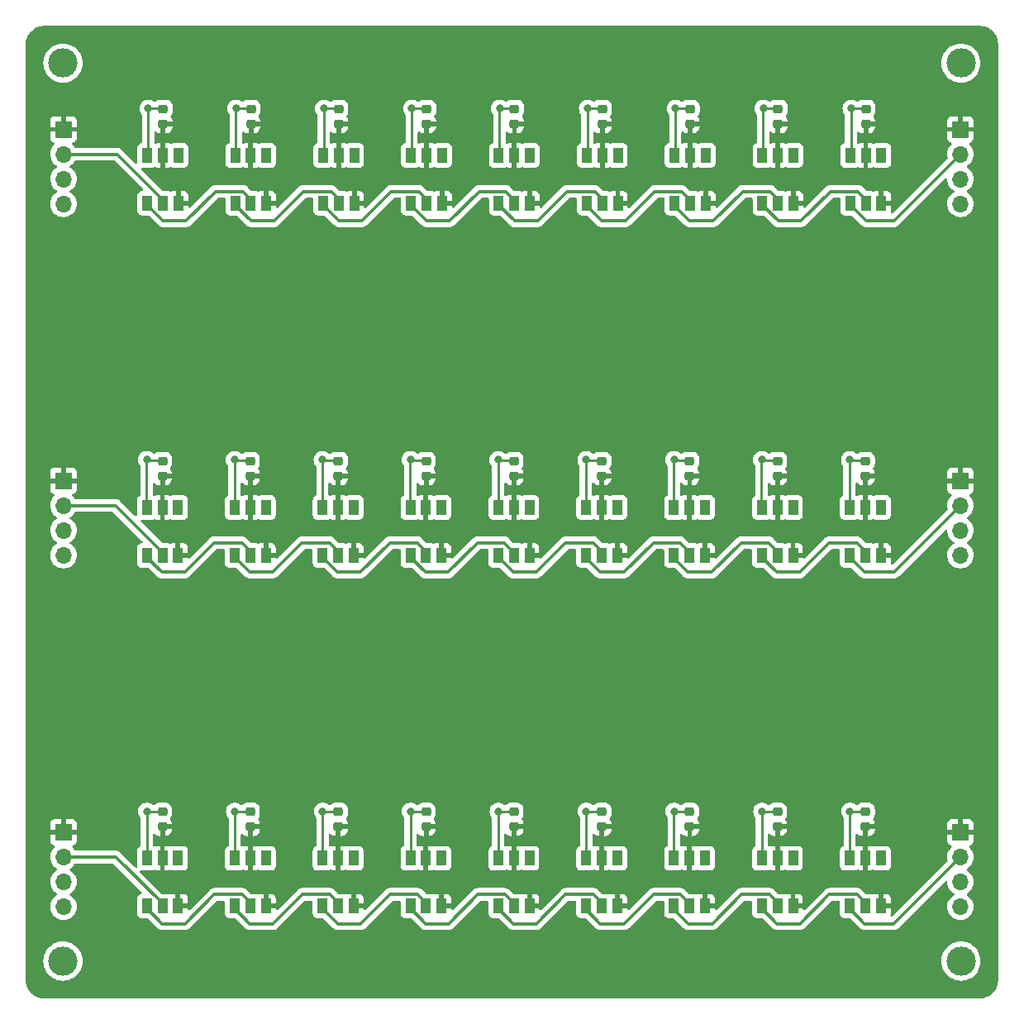
<source format=gbr>
%TF.GenerationSoftware,KiCad,Pcbnew,7.0.2*%
%TF.CreationDate,2023-08-30T07:58:29+02:00*%
%TF.ProjectId,TestingRig,54657374-696e-4675-9269-672e6b696361,rev?*%
%TF.SameCoordinates,Original*%
%TF.FileFunction,Copper,L1,Top*%
%TF.FilePolarity,Positive*%
%FSLAX46Y46*%
G04 Gerber Fmt 4.6, Leading zero omitted, Abs format (unit mm)*
G04 Created by KiCad (PCBNEW 7.0.2) date 2023-08-30 07:58:29*
%MOMM*%
%LPD*%
G01*
G04 APERTURE LIST*
G04 Aperture macros list*
%AMRoundRect*
0 Rectangle with rounded corners*
0 $1 Rounding radius*
0 $2 $3 $4 $5 $6 $7 $8 $9 X,Y pos of 4 corners*
0 Add a 4 corners polygon primitive as box body*
4,1,4,$2,$3,$4,$5,$6,$7,$8,$9,$2,$3,0*
0 Add four circle primitives for the rounded corners*
1,1,$1+$1,$2,$3*
1,1,$1+$1,$4,$5*
1,1,$1+$1,$6,$7*
1,1,$1+$1,$8,$9*
0 Add four rect primitives between the rounded corners*
20,1,$1+$1,$2,$3,$4,$5,0*
20,1,$1+$1,$4,$5,$6,$7,0*
20,1,$1+$1,$6,$7,$8,$9,0*
20,1,$1+$1,$8,$9,$2,$3,0*%
G04 Aperture macros list end*
%TA.AperFunction,SMDPad,CuDef*%
%ADD10RoundRect,0.225000X-0.250000X0.225000X-0.250000X-0.225000X0.250000X-0.225000X0.250000X0.225000X0*%
%TD*%
%TA.AperFunction,ComponentPad*%
%ADD11R,1.700000X1.700000*%
%TD*%
%TA.AperFunction,ComponentPad*%
%ADD12O,1.700000X1.700000*%
%TD*%
%TA.AperFunction,SMDPad,CuDef*%
%ADD13R,1.000000X1.500000*%
%TD*%
%TA.AperFunction,ViaPad*%
%ADD14C,3.000000*%
%TD*%
%TA.AperFunction,ViaPad*%
%ADD15C,0.800000*%
%TD*%
%TA.AperFunction,Conductor*%
%ADD16C,0.250000*%
%TD*%
%TA.AperFunction,Conductor*%
%ADD17C,0.300000*%
%TD*%
G04 APERTURE END LIST*
D10*
%TO.P,C9,1*%
%TO.N,GND*%
X178204375Y-131442819D03*
%TO.P,C9,2*%
%TO.N,/+5V*%
X178204375Y-132992819D03*
%TD*%
D11*
%TO.P,J3,1,Pin_1*%
%TO.N,/+5V*%
X96050000Y-97546250D03*
D12*
%TO.P,J3,2,Pin_2*%
%TO.N,/Din10*%
X96050000Y-100086250D03*
%TO.P,J3,3,Pin_3*%
%TO.N,GND*%
X96050000Y-102626250D03*
%TO.P,J3,4,Pin_4*%
X96050000Y-105166250D03*
%TD*%
D10*
%TO.P,C16,1*%
%TO.N,GND*%
X160204375Y-95517968D03*
%TO.P,C16,2*%
%TO.N,/+5V*%
X160204375Y-97067968D03*
%TD*%
D13*
%TO.P,D26,1,DOUT*%
%TO.N,Net-(D26-DOUT)*%
X167643125Y-69100957D03*
%TO.P,D26,2,DIN*%
%TO.N,Net-(D25-DOUT)*%
X169243125Y-69100957D03*
%TO.P,D26,3,VCC*%
%TO.N,/+5V*%
X170843125Y-69100957D03*
%TO.P,D26,4,NC*%
%TO.N,unconnected-(D26-NC-Pad4)*%
X170843125Y-64200957D03*
%TO.P,D26,5,VDD*%
%TO.N,/+5V*%
X169243125Y-64200957D03*
%TO.P,D26,6,VSS*%
%TO.N,GND*%
X167643125Y-64200957D03*
%TD*%
%TO.P,D20,1,DOUT*%
%TO.N,Net-(D20-DOUT)*%
X113643125Y-69100957D03*
%TO.P,D20,2,DIN*%
%TO.N,/Dout21*%
X115243125Y-69100957D03*
%TO.P,D20,3,VCC*%
%TO.N,/+5V*%
X116843125Y-69100957D03*
%TO.P,D20,4,NC*%
%TO.N,unconnected-(D20-NC-Pad4)*%
X116843125Y-64200957D03*
%TO.P,D20,5,VDD*%
%TO.N,/+5V*%
X115243125Y-64200957D03*
%TO.P,D20,6,VSS*%
%TO.N,GND*%
X113643125Y-64200957D03*
%TD*%
%TO.P,D16,1,DOUT*%
%TO.N,Net-(D16-DOUT)*%
X158593125Y-105192968D03*
%TO.P,D16,2,DIN*%
%TO.N,Net-(D15-DOUT)*%
X160193125Y-105192968D03*
%TO.P,D16,3,VCC*%
%TO.N,/+5V*%
X161793125Y-105192968D03*
%TO.P,D16,4,NC*%
%TO.N,unconnected-(D16-NC-Pad4)*%
X161793125Y-100292968D03*
%TO.P,D16,5,VDD*%
%TO.N,/+5V*%
X160193125Y-100292968D03*
%TO.P,D16,6,VSS*%
%TO.N,GND*%
X158593125Y-100292968D03*
%TD*%
D11*
%TO.P,J2,1,Pin_1*%
%TO.N,/+5V*%
X187950000Y-133546250D03*
D12*
%TO.P,J2,2,Pin_2*%
%TO.N,/Dout9*%
X187950000Y-136086250D03*
%TO.P,J2,3,Pin_3*%
%TO.N,GND*%
X187950000Y-138626250D03*
%TO.P,J2,4,Pin_4*%
X187950000Y-141166250D03*
%TD*%
D10*
%TO.P,C1,1*%
%TO.N,GND*%
X106204375Y-131442819D03*
%TO.P,C1,2*%
%TO.N,/+5V*%
X106204375Y-132992819D03*
%TD*%
D13*
%TO.P,D2,1,DOUT*%
%TO.N,Net-(D2-DOUT)*%
X113593125Y-141117819D03*
%TO.P,D2,2,DIN*%
%TO.N,/Dout1*%
X115193125Y-141117819D03*
%TO.P,D2,3,VCC*%
%TO.N,/+5V*%
X116793125Y-141117819D03*
%TO.P,D2,4,NC*%
%TO.N,unconnected-(D2-NC-Pad4)*%
X116793125Y-136217819D03*
%TO.P,D2,5,VDD*%
%TO.N,/+5V*%
X115193125Y-136217819D03*
%TO.P,D2,6,VSS*%
%TO.N,GND*%
X113593125Y-136217819D03*
%TD*%
%TO.P,D10,1,DOUT*%
%TO.N,/Dout11*%
X104593125Y-105192968D03*
%TO.P,D10,2,DIN*%
%TO.N,/Din10*%
X106193125Y-105192968D03*
%TO.P,D10,3,VCC*%
%TO.N,/+5V*%
X107793125Y-105192968D03*
%TO.P,D10,4,NC*%
%TO.N,unconnected-(D10-NC-Pad4)*%
X107793125Y-100292968D03*
%TO.P,D10,5,VDD*%
%TO.N,/+5V*%
X106193125Y-100292968D03*
%TO.P,D10,6,VSS*%
%TO.N,GND*%
X104593125Y-100292968D03*
%TD*%
D10*
%TO.P,C26,1*%
%TO.N,GND*%
X169254375Y-59450957D03*
%TO.P,C26,2*%
%TO.N,/+5V*%
X169254375Y-61000957D03*
%TD*%
D13*
%TO.P,D7,1,DOUT*%
%TO.N,Net-(D7-DOUT)*%
X158593125Y-141117819D03*
%TO.P,D7,2,DIN*%
%TO.N,Net-(D6-DOUT)*%
X160193125Y-141117819D03*
%TO.P,D7,3,VCC*%
%TO.N,/+5V*%
X161793125Y-141117819D03*
%TO.P,D7,4,NC*%
%TO.N,unconnected-(D7-NC-Pad4)*%
X161793125Y-136217819D03*
%TO.P,D7,5,VDD*%
%TO.N,/+5V*%
X160193125Y-136217819D03*
%TO.P,D7,6,VSS*%
%TO.N,GND*%
X158593125Y-136217819D03*
%TD*%
D10*
%TO.P,C18,1*%
%TO.N,GND*%
X178204375Y-95517968D03*
%TO.P,C18,2*%
%TO.N,/+5V*%
X178204375Y-97067968D03*
%TD*%
D11*
%TO.P,J6,1,Pin_1*%
%TO.N,/+5V*%
X187950000Y-61546250D03*
D12*
%TO.P,J6,2,Pin_2*%
%TO.N,/Dout27*%
X187950000Y-64086250D03*
%TO.P,J6,3,Pin_3*%
%TO.N,GND*%
X187950000Y-66626250D03*
%TO.P,J6,4,Pin_4*%
X187950000Y-69166250D03*
%TD*%
D13*
%TO.P,D25,1,DOUT*%
%TO.N,Net-(D25-DOUT)*%
X158643125Y-69100957D03*
%TO.P,D25,2,DIN*%
%TO.N,Net-(D24-DOUT)*%
X160243125Y-69100957D03*
%TO.P,D25,3,VCC*%
%TO.N,/+5V*%
X161843125Y-69100957D03*
%TO.P,D25,4,NC*%
%TO.N,unconnected-(D25-NC-Pad4)*%
X161843125Y-64200957D03*
%TO.P,D25,5,VDD*%
%TO.N,/+5V*%
X160243125Y-64200957D03*
%TO.P,D25,6,VSS*%
%TO.N,GND*%
X158643125Y-64200957D03*
%TD*%
%TO.P,D8,1,DOUT*%
%TO.N,Net-(D8-DOUT)*%
X167593125Y-141117819D03*
%TO.P,D8,2,DIN*%
%TO.N,Net-(D7-DOUT)*%
X169193125Y-141117819D03*
%TO.P,D8,3,VCC*%
%TO.N,/+5V*%
X170793125Y-141117819D03*
%TO.P,D8,4,NC*%
%TO.N,unconnected-(D8-NC-Pad4)*%
X170793125Y-136217819D03*
%TO.P,D8,5,VDD*%
%TO.N,/+5V*%
X169193125Y-136217819D03*
%TO.P,D8,6,VSS*%
%TO.N,GND*%
X167593125Y-136217819D03*
%TD*%
%TO.P,D9,1,DOUT*%
%TO.N,/Dout9*%
X176593125Y-141117819D03*
%TO.P,D9,2,DIN*%
%TO.N,Net-(D8-DOUT)*%
X178193125Y-141117819D03*
%TO.P,D9,3,VCC*%
%TO.N,/+5V*%
X179793125Y-141117819D03*
%TO.P,D9,4,NC*%
%TO.N,unconnected-(D9-NC-Pad4)*%
X179793125Y-136217819D03*
%TO.P,D9,5,VDD*%
%TO.N,/+5V*%
X178193125Y-136217819D03*
%TO.P,D9,6,VSS*%
%TO.N,GND*%
X176593125Y-136217819D03*
%TD*%
%TO.P,D18,1,DOUT*%
%TO.N,/Dout18*%
X176593125Y-105192968D03*
%TO.P,D18,2,DIN*%
%TO.N,Net-(D17-DOUT)*%
X178193125Y-105192968D03*
%TO.P,D18,3,VCC*%
%TO.N,/+5V*%
X179793125Y-105192968D03*
%TO.P,D18,4,NC*%
%TO.N,unconnected-(D18-NC-Pad4)*%
X179793125Y-100292968D03*
%TO.P,D18,5,VDD*%
%TO.N,/+5V*%
X178193125Y-100292968D03*
%TO.P,D18,6,VSS*%
%TO.N,GND*%
X176593125Y-100292968D03*
%TD*%
%TO.P,D21,1,DOUT*%
%TO.N,Net-(D21-DOUT)*%
X122643125Y-69100957D03*
%TO.P,D21,2,DIN*%
%TO.N,Net-(D20-DOUT)*%
X124243125Y-69100957D03*
%TO.P,D21,3,VCC*%
%TO.N,/+5V*%
X125843125Y-69100957D03*
%TO.P,D21,4,NC*%
%TO.N,unconnected-(D21-NC-Pad4)*%
X125843125Y-64200957D03*
%TO.P,D21,5,VDD*%
%TO.N,/+5V*%
X124243125Y-64200957D03*
%TO.P,D21,6,VSS*%
%TO.N,GND*%
X122643125Y-64200957D03*
%TD*%
%TO.P,D22,1,DOUT*%
%TO.N,Net-(D22-DOUT)*%
X131643125Y-69100957D03*
%TO.P,D22,2,DIN*%
%TO.N,Net-(D21-DOUT)*%
X133243125Y-69100957D03*
%TO.P,D22,3,VCC*%
%TO.N,/+5V*%
X134843125Y-69100957D03*
%TO.P,D22,4,NC*%
%TO.N,unconnected-(D22-NC-Pad4)*%
X134843125Y-64200957D03*
%TO.P,D22,5,VDD*%
%TO.N,/+5V*%
X133243125Y-64200957D03*
%TO.P,D22,6,VSS*%
%TO.N,GND*%
X131643125Y-64200957D03*
%TD*%
D10*
%TO.P,C4,1*%
%TO.N,GND*%
X133204375Y-131442819D03*
%TO.P,C4,2*%
%TO.N,/+5V*%
X133204375Y-132992819D03*
%TD*%
%TO.P,C6,1*%
%TO.N,GND*%
X151204375Y-131442819D03*
%TO.P,C6,2*%
%TO.N,/+5V*%
X151204375Y-132992819D03*
%TD*%
%TO.P,C13,1*%
%TO.N,GND*%
X133204375Y-95517968D03*
%TO.P,C13,2*%
%TO.N,/+5V*%
X133204375Y-97067968D03*
%TD*%
%TO.P,C17,1*%
%TO.N,GND*%
X169204375Y-95517968D03*
%TO.P,C17,2*%
%TO.N,/+5V*%
X169204375Y-97067968D03*
%TD*%
%TO.P,C7,1*%
%TO.N,GND*%
X160204375Y-131442819D03*
%TO.P,C7,2*%
%TO.N,/+5V*%
X160204375Y-132992819D03*
%TD*%
D13*
%TO.P,D1,1,DOUT*%
%TO.N,/Dout1*%
X104593125Y-141117819D03*
%TO.P,D1,2,DIN*%
%TO.N,/Din1*%
X106193125Y-141117819D03*
%TO.P,D1,3,VCC*%
%TO.N,/+5V*%
X107793125Y-141117819D03*
%TO.P,D1,4,NC*%
%TO.N,unconnected-(D1-NC-Pad4)*%
X107793125Y-136217819D03*
%TO.P,D1,5,VDD*%
%TO.N,/+5V*%
X106193125Y-136217819D03*
%TO.P,D1,6,VSS*%
%TO.N,GND*%
X104593125Y-136217819D03*
%TD*%
D10*
%TO.P,C24,1*%
%TO.N,GND*%
X151254375Y-59450957D03*
%TO.P,C24,2*%
%TO.N,/+5V*%
X151254375Y-61000957D03*
%TD*%
D13*
%TO.P,D23,1,DOUT*%
%TO.N,Net-(D23-DOUT)*%
X140643125Y-69100957D03*
%TO.P,D23,2,DIN*%
%TO.N,Net-(D22-DOUT)*%
X142243125Y-69100957D03*
%TO.P,D23,3,VCC*%
%TO.N,/+5V*%
X143843125Y-69100957D03*
%TO.P,D23,4,NC*%
%TO.N,unconnected-(D23-NC-Pad4)*%
X143843125Y-64200957D03*
%TO.P,D23,5,VDD*%
%TO.N,/+5V*%
X142243125Y-64200957D03*
%TO.P,D23,6,VSS*%
%TO.N,GND*%
X140643125Y-64200957D03*
%TD*%
D11*
%TO.P,J1,1,Pin_1*%
%TO.N,/+5V*%
X96050000Y-133546250D03*
D12*
%TO.P,J1,2,Pin_2*%
%TO.N,/Din1*%
X96050000Y-136086250D03*
%TO.P,J1,3,Pin_3*%
%TO.N,GND*%
X96050000Y-138626250D03*
%TO.P,J1,4,Pin_4*%
X96050000Y-141166250D03*
%TD*%
D10*
%TO.P,C15,1*%
%TO.N,GND*%
X151204375Y-95517968D03*
%TO.P,C15,2*%
%TO.N,/+5V*%
X151204375Y-97067968D03*
%TD*%
%TO.P,C22,1*%
%TO.N,GND*%
X133254375Y-59450957D03*
%TO.P,C22,2*%
%TO.N,/+5V*%
X133254375Y-61000957D03*
%TD*%
%TO.P,C27,1*%
%TO.N,GND*%
X178254375Y-59450957D03*
%TO.P,C27,2*%
%TO.N,/+5V*%
X178254375Y-61000957D03*
%TD*%
D11*
%TO.P,J5,1,Pin_1*%
%TO.N,/+5V*%
X96050000Y-61546250D03*
D12*
%TO.P,J5,2,Pin_2*%
%TO.N,/Din19*%
X96050000Y-64086250D03*
%TO.P,J5,3,Pin_3*%
%TO.N,GND*%
X96050000Y-66626250D03*
%TO.P,J5,4,Pin_4*%
X96050000Y-69166250D03*
%TD*%
D10*
%TO.P,C3,1*%
%TO.N,GND*%
X124204375Y-131442819D03*
%TO.P,C3,2*%
%TO.N,/+5V*%
X124204375Y-132992819D03*
%TD*%
D13*
%TO.P,D19,1,DOUT*%
%TO.N,/Dout21*%
X104643125Y-69100957D03*
%TO.P,D19,2,DIN*%
%TO.N,/Din19*%
X106243125Y-69100957D03*
%TO.P,D19,3,VCC*%
%TO.N,/+5V*%
X107843125Y-69100957D03*
%TO.P,D19,4,NC*%
%TO.N,unconnected-(D19-NC-Pad4)*%
X107843125Y-64200957D03*
%TO.P,D19,5,VDD*%
%TO.N,/+5V*%
X106243125Y-64200957D03*
%TO.P,D19,6,VSS*%
%TO.N,GND*%
X104643125Y-64200957D03*
%TD*%
%TO.P,D5,1,DOUT*%
%TO.N,Net-(D5-DOUT)*%
X140593125Y-141117819D03*
%TO.P,D5,2,DIN*%
%TO.N,Net-(D4-DOUT)*%
X142193125Y-141117819D03*
%TO.P,D5,3,VCC*%
%TO.N,/+5V*%
X143793125Y-141117819D03*
%TO.P,D5,4,NC*%
%TO.N,unconnected-(D5-NC-Pad4)*%
X143793125Y-136217819D03*
%TO.P,D5,5,VDD*%
%TO.N,/+5V*%
X142193125Y-136217819D03*
%TO.P,D5,6,VSS*%
%TO.N,GND*%
X140593125Y-136217819D03*
%TD*%
%TO.P,D6,1,DOUT*%
%TO.N,Net-(D6-DOUT)*%
X149593125Y-141117819D03*
%TO.P,D6,2,DIN*%
%TO.N,Net-(D5-DOUT)*%
X151193125Y-141117819D03*
%TO.P,D6,3,VCC*%
%TO.N,/+5V*%
X152793125Y-141117819D03*
%TO.P,D6,4,NC*%
%TO.N,unconnected-(D6-NC-Pad4)*%
X152793125Y-136217819D03*
%TO.P,D6,5,VDD*%
%TO.N,/+5V*%
X151193125Y-136217819D03*
%TO.P,D6,6,VSS*%
%TO.N,GND*%
X149593125Y-136217819D03*
%TD*%
%TO.P,D11,1,DOUT*%
%TO.N,Net-(D11-DOUT)*%
X113593125Y-105192968D03*
%TO.P,D11,2,DIN*%
%TO.N,/Dout11*%
X115193125Y-105192968D03*
%TO.P,D11,3,VCC*%
%TO.N,/+5V*%
X116793125Y-105192968D03*
%TO.P,D11,4,NC*%
%TO.N,unconnected-(D11-NC-Pad4)*%
X116793125Y-100292968D03*
%TO.P,D11,5,VDD*%
%TO.N,/+5V*%
X115193125Y-100292968D03*
%TO.P,D11,6,VSS*%
%TO.N,GND*%
X113593125Y-100292968D03*
%TD*%
D10*
%TO.P,C10,1*%
%TO.N,GND*%
X106204375Y-95517968D03*
%TO.P,C10,2*%
%TO.N,/+5V*%
X106204375Y-97067968D03*
%TD*%
%TO.P,C23,1*%
%TO.N,GND*%
X142254375Y-59450957D03*
%TO.P,C23,2*%
%TO.N,/+5V*%
X142254375Y-61000957D03*
%TD*%
%TO.P,C2,1*%
%TO.N,GND*%
X115204375Y-131442819D03*
%TO.P,C2,2*%
%TO.N,/+5V*%
X115204375Y-132992819D03*
%TD*%
%TO.P,C11,1*%
%TO.N,GND*%
X115204375Y-95517968D03*
%TO.P,C11,2*%
%TO.N,/+5V*%
X115204375Y-97067968D03*
%TD*%
D13*
%TO.P,D17,1,DOUT*%
%TO.N,Net-(D17-DOUT)*%
X167593125Y-105192968D03*
%TO.P,D17,2,DIN*%
%TO.N,Net-(D16-DOUT)*%
X169193125Y-105192968D03*
%TO.P,D17,3,VCC*%
%TO.N,/+5V*%
X170793125Y-105192968D03*
%TO.P,D17,4,NC*%
%TO.N,unconnected-(D17-NC-Pad4)*%
X170793125Y-100292968D03*
%TO.P,D17,5,VDD*%
%TO.N,/+5V*%
X169193125Y-100292968D03*
%TO.P,D17,6,VSS*%
%TO.N,GND*%
X167593125Y-100292968D03*
%TD*%
%TO.P,D4,1,DOUT*%
%TO.N,Net-(D4-DOUT)*%
X131593125Y-141117819D03*
%TO.P,D4,2,DIN*%
%TO.N,Net-(D3-DOUT)*%
X133193125Y-141117819D03*
%TO.P,D4,3,VCC*%
%TO.N,/+5V*%
X134793125Y-141117819D03*
%TO.P,D4,4,NC*%
%TO.N,unconnected-(D4-NC-Pad4)*%
X134793125Y-136217819D03*
%TO.P,D4,5,VDD*%
%TO.N,/+5V*%
X133193125Y-136217819D03*
%TO.P,D4,6,VSS*%
%TO.N,GND*%
X131593125Y-136217819D03*
%TD*%
D10*
%TO.P,C8,1*%
%TO.N,GND*%
X169204375Y-131442819D03*
%TO.P,C8,2*%
%TO.N,/+5V*%
X169204375Y-132992819D03*
%TD*%
%TO.P,C14,1*%
%TO.N,GND*%
X142204375Y-95517968D03*
%TO.P,C14,2*%
%TO.N,/+5V*%
X142204375Y-97067968D03*
%TD*%
%TO.P,C20,1*%
%TO.N,GND*%
X115254375Y-59450957D03*
%TO.P,C20,2*%
%TO.N,/+5V*%
X115254375Y-61000957D03*
%TD*%
D13*
%TO.P,D15,1,DOUT*%
%TO.N,Net-(D15-DOUT)*%
X149593125Y-105192968D03*
%TO.P,D15,2,DIN*%
%TO.N,Net-(D14-DOUT)*%
X151193125Y-105192968D03*
%TO.P,D15,3,VCC*%
%TO.N,/+5V*%
X152793125Y-105192968D03*
%TO.P,D15,4,NC*%
%TO.N,unconnected-(D15-NC-Pad4)*%
X152793125Y-100292968D03*
%TO.P,D15,5,VDD*%
%TO.N,/+5V*%
X151193125Y-100292968D03*
%TO.P,D15,6,VSS*%
%TO.N,GND*%
X149593125Y-100292968D03*
%TD*%
D11*
%TO.P,J4,1,Pin_1*%
%TO.N,/+5V*%
X187950000Y-97546250D03*
D12*
%TO.P,J4,2,Pin_2*%
%TO.N,/Dout18*%
X187950000Y-100086250D03*
%TO.P,J4,3,Pin_3*%
%TO.N,GND*%
X187950000Y-102626250D03*
%TO.P,J4,4,Pin_4*%
X187950000Y-105166250D03*
%TD*%
D13*
%TO.P,D14,1,DOUT*%
%TO.N,Net-(D14-DOUT)*%
X140593125Y-105192968D03*
%TO.P,D14,2,DIN*%
%TO.N,Net-(D13-DOUT)*%
X142193125Y-105192968D03*
%TO.P,D14,3,VCC*%
%TO.N,/+5V*%
X143793125Y-105192968D03*
%TO.P,D14,4,NC*%
%TO.N,unconnected-(D14-NC-Pad4)*%
X143793125Y-100292968D03*
%TO.P,D14,5,VDD*%
%TO.N,/+5V*%
X142193125Y-100292968D03*
%TO.P,D14,6,VSS*%
%TO.N,GND*%
X140593125Y-100292968D03*
%TD*%
%TO.P,D27,1,DOUT*%
%TO.N,/Dout27*%
X176643125Y-69100957D03*
%TO.P,D27,2,DIN*%
%TO.N,Net-(D26-DOUT)*%
X178243125Y-69100957D03*
%TO.P,D27,3,VCC*%
%TO.N,/+5V*%
X179843125Y-69100957D03*
%TO.P,D27,4,NC*%
%TO.N,unconnected-(D27-NC-Pad4)*%
X179843125Y-64200957D03*
%TO.P,D27,5,VDD*%
%TO.N,/+5V*%
X178243125Y-64200957D03*
%TO.P,D27,6,VSS*%
%TO.N,GND*%
X176643125Y-64200957D03*
%TD*%
D10*
%TO.P,C19,1*%
%TO.N,GND*%
X106254375Y-59450957D03*
%TO.P,C19,2*%
%TO.N,/+5V*%
X106254375Y-61000957D03*
%TD*%
%TO.P,C5,1*%
%TO.N,GND*%
X142204375Y-131442819D03*
%TO.P,C5,2*%
%TO.N,/+5V*%
X142204375Y-132992819D03*
%TD*%
D13*
%TO.P,D13,1,DOUT*%
%TO.N,Net-(D13-DOUT)*%
X131593125Y-105192968D03*
%TO.P,D13,2,DIN*%
%TO.N,Net-(D12-DOUT)*%
X133193125Y-105192968D03*
%TO.P,D13,3,VCC*%
%TO.N,/+5V*%
X134793125Y-105192968D03*
%TO.P,D13,4,NC*%
%TO.N,unconnected-(D13-NC-Pad4)*%
X134793125Y-100292968D03*
%TO.P,D13,5,VDD*%
%TO.N,/+5V*%
X133193125Y-100292968D03*
%TO.P,D13,6,VSS*%
%TO.N,GND*%
X131593125Y-100292968D03*
%TD*%
D10*
%TO.P,C25,1*%
%TO.N,GND*%
X160254375Y-59450957D03*
%TO.P,C25,2*%
%TO.N,/+5V*%
X160254375Y-61000957D03*
%TD*%
%TO.P,C12,1*%
%TO.N,GND*%
X124204375Y-95517968D03*
%TO.P,C12,2*%
%TO.N,/+5V*%
X124204375Y-97067968D03*
%TD*%
D13*
%TO.P,D12,1,DOUT*%
%TO.N,Net-(D12-DOUT)*%
X122593125Y-105192968D03*
%TO.P,D12,2,DIN*%
%TO.N,Net-(D11-DOUT)*%
X124193125Y-105192968D03*
%TO.P,D12,3,VCC*%
%TO.N,/+5V*%
X125793125Y-105192968D03*
%TO.P,D12,4,NC*%
%TO.N,unconnected-(D12-NC-Pad4)*%
X125793125Y-100292968D03*
%TO.P,D12,5,VDD*%
%TO.N,/+5V*%
X124193125Y-100292968D03*
%TO.P,D12,6,VSS*%
%TO.N,GND*%
X122593125Y-100292968D03*
%TD*%
%TO.P,D3,1,DOUT*%
%TO.N,Net-(D3-DOUT)*%
X122593125Y-141117819D03*
%TO.P,D3,2,DIN*%
%TO.N,Net-(D2-DOUT)*%
X124193125Y-141117819D03*
%TO.P,D3,3,VCC*%
%TO.N,/+5V*%
X125793125Y-141117819D03*
%TO.P,D3,4,NC*%
%TO.N,unconnected-(D3-NC-Pad4)*%
X125793125Y-136217819D03*
%TO.P,D3,5,VDD*%
%TO.N,/+5V*%
X124193125Y-136217819D03*
%TO.P,D3,6,VSS*%
%TO.N,GND*%
X122593125Y-136217819D03*
%TD*%
D10*
%TO.P,C21,1*%
%TO.N,GND*%
X124254375Y-59450957D03*
%TO.P,C21,2*%
%TO.N,/+5V*%
X124254375Y-61000957D03*
%TD*%
D13*
%TO.P,D24,1,DOUT*%
%TO.N,Net-(D24-DOUT)*%
X149643125Y-69100957D03*
%TO.P,D24,2,DIN*%
%TO.N,Net-(D23-DOUT)*%
X151243125Y-69100957D03*
%TO.P,D24,3,VCC*%
%TO.N,/+5V*%
X152843125Y-69100957D03*
%TO.P,D24,4,NC*%
%TO.N,unconnected-(D24-NC-Pad4)*%
X152843125Y-64200957D03*
%TO.P,D24,5,VDD*%
%TO.N,/+5V*%
X151243125Y-64200957D03*
%TO.P,D24,6,VSS*%
%TO.N,GND*%
X149643125Y-64200957D03*
%TD*%
D14*
%TO.N,*%
X188000000Y-54750000D03*
X188000000Y-146750000D03*
X96000000Y-54750000D03*
X96000000Y-146750000D03*
D15*
%TO.N,GND*%
X158601126Y-95392968D03*
X122610873Y-131417819D03*
X104581632Y-95392968D03*
X122588130Y-95392968D03*
X131614122Y-131417819D03*
X113607624Y-131417819D03*
X149620620Y-131417819D03*
X140744628Y-59400957D03*
X149747877Y-59400957D03*
X167754375Y-59400957D03*
X131741379Y-59400957D03*
X122738130Y-59400957D03*
X176607627Y-95392968D03*
X104604375Y-131417819D03*
X167627118Y-131417819D03*
X104731632Y-59400957D03*
X149597877Y-95392968D03*
X176757627Y-59400957D03*
X140594628Y-95392968D03*
X176630370Y-131417819D03*
X158623869Y-131417819D03*
X167604375Y-95392968D03*
X113584881Y-95392968D03*
X131591379Y-95392968D03*
X158751126Y-59400957D03*
X113734881Y-59400957D03*
X140617371Y-131417819D03*
%TD*%
D16*
%TO.N,GND*%
X158593125Y-131448563D02*
X158623869Y-131417819D01*
X122570382Y-100192968D02*
X122570382Y-95410716D01*
X131593125Y-131438816D02*
X131614122Y-131417819D01*
X113593125Y-136217819D02*
X113593125Y-131432318D01*
X140619628Y-95417968D02*
X140594628Y-95392968D01*
X158570382Y-95423712D02*
X158601126Y-95392968D01*
X158648869Y-131442819D02*
X158623869Y-131417819D01*
D17*
X122738130Y-59400957D02*
X122746377Y-59409204D01*
D16*
X122593125Y-136217819D02*
X122593125Y-131435567D01*
X176593125Y-136217819D02*
X176593125Y-131455064D01*
X142181632Y-95417968D02*
X140619628Y-95417968D01*
X113720382Y-59415456D02*
X113734881Y-59400957D01*
X142331632Y-59425957D02*
X140769628Y-59425957D01*
X122635873Y-131442819D02*
X122610873Y-131417819D01*
X167570382Y-95426961D02*
X167604375Y-95392968D01*
X167629375Y-95417968D02*
X167604375Y-95392968D01*
X124181632Y-95417968D02*
X122613130Y-95417968D01*
X151331632Y-59425957D02*
X149772877Y-59425957D01*
X169181632Y-95417968D02*
X167629375Y-95417968D01*
X122613130Y-95417968D02*
X122588130Y-95392968D01*
X167720382Y-64200957D02*
X167720382Y-59434950D01*
X115181632Y-95417968D02*
X113609881Y-95417968D01*
X131720382Y-64200957D02*
X131720382Y-59421954D01*
X133204375Y-131442819D02*
X131639122Y-131442819D01*
X140720382Y-59425203D02*
X140744628Y-59400957D01*
X169204375Y-131442819D02*
X167652118Y-131442819D01*
X122763130Y-59425957D02*
X122738130Y-59400957D01*
X158593125Y-136217819D02*
X158593125Y-131448563D01*
X133331632Y-59425957D02*
X131766379Y-59425957D01*
X115204375Y-131442819D02*
X113632624Y-131442819D01*
X140570382Y-100192968D02*
X140570382Y-95417214D01*
X176593125Y-131455064D02*
X176630370Y-131417819D01*
X104720382Y-59412207D02*
X104720382Y-64200957D01*
X176655370Y-131442819D02*
X176630370Y-131417819D01*
X140769628Y-59425957D02*
X140744628Y-59400957D01*
X176570382Y-100192968D02*
X176570382Y-95430213D01*
D17*
X113563069Y-95426407D02*
X113551573Y-95414911D01*
D16*
X131593125Y-136217819D02*
X131593125Y-131438816D01*
X178204375Y-131442819D02*
X176655370Y-131442819D01*
X176720382Y-64200957D02*
X176720382Y-59438202D01*
X160331632Y-59425957D02*
X158776126Y-59425957D01*
X113593125Y-131432318D02*
X113607624Y-131417819D01*
X167593125Y-136217819D02*
X167593125Y-131451812D01*
X167779375Y-59425957D02*
X167754375Y-59400957D01*
X158720382Y-64200957D02*
X158720382Y-59431701D01*
D17*
X113585812Y-131451258D02*
X113574316Y-131439762D01*
D16*
X178331632Y-59425957D02*
X176782627Y-59425957D01*
X131570382Y-95413965D02*
X131591379Y-95392968D01*
X167593125Y-131451812D02*
X167627118Y-131417819D01*
X106204375Y-131442819D02*
X104629375Y-131442819D01*
X104593125Y-131429069D02*
X104593125Y-136217819D01*
X104581632Y-95392968D02*
X104570382Y-95404218D01*
X176782627Y-59425957D02*
X176757627Y-59400957D01*
X149772877Y-59425957D02*
X149747877Y-59400957D01*
X140720382Y-64200957D02*
X140720382Y-59425203D01*
X131616379Y-95417968D02*
X131591379Y-95392968D01*
X113632624Y-131442819D02*
X113607624Y-131417819D01*
X160181632Y-95417968D02*
X158626126Y-95417968D01*
X176570382Y-95430213D02*
X176607627Y-95392968D01*
X124331632Y-59425957D02*
X122763130Y-59425957D01*
X122720382Y-59418705D02*
X122738130Y-59400957D01*
X122720382Y-64200957D02*
X122720382Y-59418705D01*
X104629375Y-131442819D02*
X104604375Y-131417819D01*
D17*
X167604375Y-95392968D02*
X167596377Y-95400966D01*
D16*
X176720382Y-59438202D02*
X176757627Y-59400957D01*
X149720382Y-64200957D02*
X149720382Y-59428452D01*
X106331632Y-59425957D02*
X104756632Y-59425957D01*
X106181632Y-95417968D02*
X104606632Y-95417968D01*
X104604375Y-131417819D02*
X104593125Y-131429069D01*
X167570382Y-100192968D02*
X167570382Y-95426961D01*
D17*
X122588130Y-95392968D02*
X122596377Y-95401215D01*
D16*
X131766379Y-59425957D02*
X131741379Y-59400957D01*
X149622877Y-95417968D02*
X149597877Y-95392968D01*
D17*
X167754375Y-59400957D02*
X167746377Y-59408955D01*
D16*
X104756632Y-59425957D02*
X104731632Y-59400957D01*
X133181632Y-95417968D02*
X131616379Y-95417968D01*
X140593125Y-136217819D02*
X140593125Y-131442065D01*
X158776126Y-59425957D02*
X158751126Y-59400957D01*
X104570382Y-95404218D02*
X104570382Y-100192968D01*
X160204375Y-131442819D02*
X158648869Y-131442819D01*
X169331632Y-59425957D02*
X167779375Y-59425957D01*
X158626126Y-95417968D02*
X158601126Y-95392968D01*
X124204375Y-131442819D02*
X122635873Y-131442819D01*
X167720382Y-59434950D02*
X167754375Y-59400957D01*
X149593125Y-131445314D02*
X149620620Y-131417819D01*
X149593125Y-136217819D02*
X149593125Y-131445314D01*
X131639122Y-131442819D02*
X131614122Y-131417819D01*
X149570382Y-95420463D02*
X149597877Y-95392968D01*
X167652118Y-131442819D02*
X167627118Y-131417819D01*
X104606632Y-95417968D02*
X104581632Y-95392968D01*
X158570382Y-100192968D02*
X158570382Y-95423712D01*
X178181632Y-95417968D02*
X176632627Y-95417968D01*
D17*
X113713069Y-59434396D02*
X113701573Y-59422900D01*
D16*
X142204375Y-131442819D02*
X140642371Y-131442819D01*
X158720382Y-59431701D02*
X158751126Y-59400957D01*
X140642371Y-131442819D02*
X140617371Y-131417819D01*
X176632627Y-95417968D02*
X176607627Y-95392968D01*
X149720382Y-59428452D02*
X149747877Y-59400957D01*
D17*
X122610873Y-131417819D02*
X122619120Y-131426066D01*
D16*
X113570382Y-100192968D02*
X113570382Y-95407467D01*
D17*
X115182627Y-95392968D02*
X115207627Y-95417968D01*
D16*
X131720382Y-59421954D02*
X131741379Y-59400957D01*
X151204375Y-131442819D02*
X149645620Y-131442819D01*
X131570382Y-100192968D02*
X131570382Y-95413965D01*
X140570382Y-95417214D02*
X140594628Y-95392968D01*
D17*
X167627118Y-131417819D02*
X167619120Y-131425817D01*
D16*
X149570382Y-100192968D02*
X149570382Y-95420463D01*
X151181632Y-95417968D02*
X149622877Y-95417968D01*
X113759881Y-59425957D02*
X113734881Y-59400957D01*
X113720382Y-64200957D02*
X113720382Y-59415456D01*
X140593125Y-131442065D02*
X140617371Y-131417819D01*
X122593125Y-131435567D02*
X122610873Y-131417819D01*
X122570382Y-95410716D02*
X122588130Y-95392968D01*
X149645620Y-131442819D02*
X149620620Y-131417819D01*
X104731632Y-59400957D02*
X104720382Y-59412207D01*
X113609881Y-95417968D02*
X113584881Y-95392968D01*
X113570382Y-95407467D02*
X113584881Y-95392968D01*
X115331632Y-59425957D02*
X113759881Y-59425957D01*
D17*
%TO.N,/+5V*%
X94625000Y-99340000D02*
X94525000Y-99440000D01*
%TO.N,/Dout1*%
X106143125Y-142917819D02*
X108504375Y-142917819D01*
X111504375Y-139917819D02*
X114343125Y-139917819D01*
X104593125Y-141117819D02*
X104593125Y-141367819D01*
X115193125Y-140767819D02*
X115193125Y-141117819D01*
X104593125Y-141367819D02*
X106143125Y-142917819D01*
X114343125Y-139917819D02*
X115193125Y-140767819D01*
X108504375Y-142917819D02*
X111504375Y-139917819D01*
%TO.N,/Din1*%
X101411556Y-136086250D02*
X96050000Y-136086250D01*
X106193125Y-140867819D02*
X101411556Y-136086250D01*
X106193125Y-141117819D02*
X106193125Y-140867819D01*
%TO.N,/Dout9*%
X176593125Y-141367819D02*
X178143125Y-142917819D01*
X178143125Y-142917819D02*
X181118431Y-142917819D01*
X181118431Y-142917819D02*
X187950000Y-136086250D01*
X176593125Y-141117819D02*
X176593125Y-141367819D01*
%TO.N,/Dout11*%
X106120382Y-106892968D02*
X108481632Y-106892968D01*
X111481632Y-103892968D02*
X114320382Y-103892968D01*
X104570382Y-105342968D02*
X106120382Y-106892968D01*
X114320382Y-103892968D02*
X115170382Y-104742968D01*
X108481632Y-106892968D02*
X111481632Y-103892968D01*
X104570382Y-105092968D02*
X104570382Y-105342968D01*
X115170382Y-104742968D02*
X115170382Y-105092968D01*
%TO.N,/Dout18*%
X178120382Y-106892968D02*
X181143282Y-106892968D01*
X176570382Y-105342968D02*
X178120382Y-106892968D01*
X176570382Y-105092968D02*
X176570382Y-105342968D01*
X181143282Y-106892968D02*
X187950000Y-100086250D01*
%TO.N,/Dout21*%
X114470382Y-67900957D02*
X115320382Y-68750957D01*
X104720382Y-69350957D02*
X106270382Y-70900957D01*
X111631632Y-67900957D02*
X114470382Y-67900957D01*
X104720382Y-69100957D02*
X104720382Y-69350957D01*
X115320382Y-68750957D02*
X115320382Y-69100957D01*
X108631632Y-70900957D02*
X111631632Y-67900957D01*
X106270382Y-70900957D02*
X108631632Y-70900957D01*
%TO.N,/Dout27*%
X178269425Y-70900000D02*
X181136250Y-70900000D01*
X181136250Y-70900000D02*
X187950000Y-64086250D01*
X176720382Y-69100957D02*
X176720382Y-69350957D01*
X176720382Y-69350957D02*
X178269425Y-70900000D01*
%TO.N,Net-(D2-DOUT)*%
X115143125Y-142917819D02*
X117504375Y-142917819D01*
X117504375Y-142917819D02*
X120504375Y-139917819D01*
X124193125Y-140767819D02*
X124193125Y-141117819D01*
X123343125Y-139917819D02*
X124193125Y-140767819D01*
X120504375Y-139917819D02*
X123343125Y-139917819D01*
X113593125Y-141117819D02*
X113593125Y-141367819D01*
X113593125Y-141367819D02*
X115143125Y-142917819D01*
%TO.N,Net-(D3-DOUT)*%
X122593125Y-141367819D02*
X124143125Y-142917819D01*
X122593125Y-141117819D02*
X122593125Y-141367819D01*
X126504375Y-142917819D02*
X129504375Y-139917819D01*
X124143125Y-142917819D02*
X126504375Y-142917819D01*
X132343125Y-139917819D02*
X133193125Y-140767819D01*
X129504375Y-139917819D02*
X132343125Y-139917819D01*
X133193125Y-140767819D02*
X133193125Y-141117819D01*
%TO.N,Net-(D4-DOUT)*%
X135504375Y-142917819D02*
X138504375Y-139917819D01*
X131593125Y-141117819D02*
X131593125Y-141367819D01*
X141243125Y-139917819D02*
X142193125Y-140867819D01*
X138504375Y-139917819D02*
X141243125Y-139917819D01*
X142193125Y-140867819D02*
X142193125Y-141117819D01*
X133143125Y-142917819D02*
X135504375Y-142917819D01*
X131593125Y-141367819D02*
X133143125Y-142917819D01*
%TO.N,Net-(D5-DOUT)*%
X150343125Y-139917819D02*
X151193125Y-140767819D01*
X142143125Y-142917819D02*
X144504375Y-142917819D01*
X147504375Y-139917819D02*
X150343125Y-139917819D01*
X140593125Y-141367819D02*
X142143125Y-142917819D01*
X151193125Y-140767819D02*
X151193125Y-141117819D01*
X144504375Y-142917819D02*
X147504375Y-139917819D01*
X140593125Y-141117819D02*
X140593125Y-141367819D01*
%TO.N,Net-(D6-DOUT)*%
X149593125Y-141467819D02*
X151043125Y-142917819D01*
X153504375Y-142917819D02*
X156504375Y-139917819D01*
X151043125Y-142917819D02*
X153504375Y-142917819D01*
X160193125Y-140867819D02*
X160193125Y-141117819D01*
X149593125Y-141117819D02*
X149593125Y-141467819D01*
X159243125Y-139917819D02*
X160193125Y-140867819D01*
X156504375Y-139917819D02*
X159243125Y-139917819D01*
%TO.N,Net-(D7-DOUT)*%
X158593125Y-141117819D02*
X158593125Y-141467819D01*
X160043125Y-142917819D02*
X162504375Y-142917819D01*
X168343125Y-139917819D02*
X169193125Y-140767819D01*
X169193125Y-140767819D02*
X169193125Y-141117819D01*
X165504375Y-139917819D02*
X168343125Y-139917819D01*
X162504375Y-142917819D02*
X165504375Y-139917819D01*
X158593125Y-141467819D02*
X160043125Y-142917819D01*
%TO.N,Net-(D8-DOUT)*%
X171504375Y-142917819D02*
X174504375Y-139917819D01*
X178193125Y-140767819D02*
X178193125Y-141117819D01*
X169143125Y-142917819D02*
X171504375Y-142917819D01*
X167593125Y-141367819D02*
X169143125Y-142917819D01*
X177343125Y-139917819D02*
X178193125Y-140767819D01*
X174504375Y-139917819D02*
X177343125Y-139917819D01*
X167593125Y-141117819D02*
X167593125Y-141367819D01*
%TO.N,/Din10*%
X106170382Y-105092968D02*
X106170382Y-104842968D01*
X101413664Y-100086250D02*
X96050000Y-100086250D01*
X106170382Y-104842968D02*
X101413664Y-100086250D01*
%TO.N,Net-(D11-DOUT)*%
X117481632Y-106892968D02*
X120481632Y-103892968D01*
X124170382Y-104742968D02*
X124170382Y-105092968D01*
X113570382Y-105092968D02*
X113570382Y-105342968D01*
X115120382Y-106892968D02*
X117481632Y-106892968D01*
X113570382Y-105342968D02*
X115120382Y-106892968D01*
X123320382Y-103892968D02*
X124170382Y-104742968D01*
X120481632Y-103892968D02*
X123320382Y-103892968D01*
%TO.N,Net-(D12-DOUT)*%
X124120382Y-106892968D02*
X126481632Y-106892968D01*
X133170382Y-104742968D02*
X133170382Y-105092968D01*
X122570382Y-105092968D02*
X122570382Y-105342968D01*
X122570382Y-105342968D02*
X124120382Y-106892968D01*
X129481632Y-103892968D02*
X132320382Y-103892968D01*
X132320382Y-103892968D02*
X133170382Y-104742968D01*
X126481632Y-106892968D02*
X129481632Y-103892968D01*
%TO.N,Net-(D13-DOUT)*%
X131570382Y-105092968D02*
X131570382Y-105342968D01*
X135481632Y-106892968D02*
X138481632Y-103892968D01*
X131570382Y-105342968D02*
X133120382Y-106892968D01*
X133120382Y-106892968D02*
X135481632Y-106892968D01*
X142170382Y-104842968D02*
X142170382Y-105092968D01*
X141220382Y-103892968D02*
X142170382Y-104842968D01*
X138481632Y-103892968D02*
X141220382Y-103892968D01*
%TO.N,Net-(D14-DOUT)*%
X140570382Y-105342968D02*
X142120382Y-106892968D01*
X150320382Y-103892968D02*
X151170382Y-104742968D01*
X140570382Y-105092968D02*
X140570382Y-105342968D01*
X151170382Y-104742968D02*
X151170382Y-105092968D01*
X147481632Y-103892968D02*
X150320382Y-103892968D01*
X142120382Y-106892968D02*
X144481632Y-106892968D01*
X144481632Y-106892968D02*
X147481632Y-103892968D01*
%TO.N,Net-(D15-DOUT)*%
X160170382Y-104842968D02*
X160170382Y-105092968D01*
X156481632Y-103892968D02*
X159220382Y-103892968D01*
X151020382Y-106892968D02*
X153481632Y-106892968D01*
X149570382Y-105092968D02*
X149570382Y-105442968D01*
X153481632Y-106892968D02*
X156481632Y-103892968D01*
X159220382Y-103892968D02*
X160170382Y-104842968D01*
X149570382Y-105442968D02*
X151020382Y-106892968D01*
%TO.N,Net-(D16-DOUT)*%
X160020382Y-106892968D02*
X162481632Y-106892968D01*
X158570382Y-105442968D02*
X160020382Y-106892968D01*
X168320382Y-103892968D02*
X169170382Y-104742968D01*
X158570382Y-105092968D02*
X158570382Y-105442968D01*
X162481632Y-106892968D02*
X165481632Y-103892968D01*
X169170382Y-104742968D02*
X169170382Y-105092968D01*
X165481632Y-103892968D02*
X168320382Y-103892968D01*
%TO.N,Net-(D17-DOUT)*%
X171481632Y-106892968D02*
X174481632Y-103892968D01*
X167570382Y-105342968D02*
X169120382Y-106892968D01*
X169120382Y-106892968D02*
X171481632Y-106892968D01*
X174481632Y-103892968D02*
X177320382Y-103892968D01*
X178170382Y-104742968D02*
X178170382Y-105092968D01*
X167570382Y-105092968D02*
X167570382Y-105342968D01*
X177320382Y-103892968D02*
X178170382Y-104742968D01*
%TO.N,/Din19*%
X106320382Y-68850957D02*
X101555675Y-64086250D01*
X106320382Y-69100957D02*
X106320382Y-68850957D01*
X101555675Y-64086250D02*
X96050000Y-64086250D01*
%TO.N,Net-(D20-DOUT)*%
X124320382Y-68750957D02*
X124320382Y-69100957D01*
X120631632Y-67900957D02*
X123470382Y-67900957D01*
X113720382Y-69100957D02*
X113720382Y-69350957D01*
X117631632Y-70900957D02*
X120631632Y-67900957D01*
X113720382Y-69350957D02*
X115270382Y-70900957D01*
X123470382Y-67900957D02*
X124320382Y-68750957D01*
X115270382Y-70900957D02*
X117631632Y-70900957D01*
%TO.N,Net-(D21-DOUT)*%
X129631632Y-67900957D02*
X132470382Y-67900957D01*
X126631632Y-70900957D02*
X129631632Y-67900957D01*
X122720382Y-69350957D02*
X124270382Y-70900957D01*
X132470382Y-67900957D02*
X133320382Y-68750957D01*
X124270382Y-70900957D02*
X126631632Y-70900957D01*
X122720382Y-69100957D02*
X122720382Y-69350957D01*
X133320382Y-68750957D02*
X133320382Y-69100957D01*
%TO.N,Net-(D22-DOUT)*%
X141370382Y-67900957D02*
X142320382Y-68850957D01*
X131720382Y-69100957D02*
X131720382Y-69350957D01*
X135631632Y-70900957D02*
X138631632Y-67900957D01*
X138631632Y-67900957D02*
X141370382Y-67900957D01*
X133270382Y-70900957D02*
X135631632Y-70900957D01*
X131720382Y-69350957D02*
X133270382Y-70900957D01*
X142320382Y-68850957D02*
X142320382Y-69100957D01*
%TO.N,Net-(D23-DOUT)*%
X151320382Y-68750957D02*
X151320382Y-69100957D01*
X144631632Y-70900957D02*
X147631632Y-67900957D01*
X147631632Y-67900957D02*
X150470382Y-67900957D01*
X142270382Y-70900957D02*
X144631632Y-70900957D01*
X140720382Y-69100957D02*
X140720382Y-69350957D01*
X150470382Y-67900957D02*
X151320382Y-68750957D01*
X140720382Y-69350957D02*
X142270382Y-70900957D01*
%TO.N,Net-(D24-DOUT)*%
X156631632Y-67900957D02*
X159370382Y-67900957D01*
X149720382Y-69100957D02*
X149720382Y-69450957D01*
X160320382Y-68850957D02*
X160320382Y-69100957D01*
X149720382Y-69450957D02*
X151170382Y-70900957D01*
X153631632Y-70900957D02*
X156631632Y-67900957D01*
X151170382Y-70900957D02*
X153631632Y-70900957D01*
X159370382Y-67900957D02*
X160320382Y-68850957D01*
%TO.N,Net-(D25-DOUT)*%
X165631632Y-67900957D02*
X168470382Y-67900957D01*
X160170382Y-70900957D02*
X162631632Y-70900957D01*
X169320382Y-68750957D02*
X169320382Y-69100957D01*
X168470382Y-67900957D02*
X169320382Y-68750957D01*
X162631632Y-70900957D02*
X165631632Y-67900957D01*
X158720382Y-69100957D02*
X158720382Y-69450957D01*
X158720382Y-69450957D02*
X160170382Y-70900957D01*
%TO.N,Net-(D26-DOUT)*%
X167720382Y-69350957D02*
X169270382Y-70900957D01*
X178320382Y-68750957D02*
X178320382Y-69100957D01*
X174631632Y-67900957D02*
X177470382Y-67900957D01*
X177470382Y-67900957D02*
X178320382Y-68750957D01*
X169270382Y-70900957D02*
X171631632Y-70900957D01*
X171631632Y-70900957D02*
X174631632Y-67900957D01*
X167720382Y-69100957D02*
X167720382Y-69350957D01*
%TD*%
%TA.AperFunction,Conductor*%
%TO.N,/+5V*%
G36*
X190004043Y-50950765D02*
G01*
X190226790Y-50965364D01*
X190242848Y-50967479D01*
X190428875Y-51004482D01*
X190457771Y-51010230D01*
X190473438Y-51014428D01*
X190626569Y-51066409D01*
X190680944Y-51084867D01*
X190695921Y-51091070D01*
X190886791Y-51185196D01*
X190892460Y-51187992D01*
X190906508Y-51196102D01*
X191088712Y-51317848D01*
X191101573Y-51327716D01*
X191206495Y-51419730D01*
X191266328Y-51472202D01*
X191277797Y-51483671D01*
X191388160Y-51609517D01*
X191422280Y-51648423D01*
X191432154Y-51661291D01*
X191553897Y-51843492D01*
X191562007Y-51857539D01*
X191658926Y-52054071D01*
X191665133Y-52069057D01*
X191735571Y-52276561D01*
X191739769Y-52292228D01*
X191782518Y-52507140D01*
X191784635Y-52523221D01*
X191799234Y-52745955D01*
X191799500Y-52754065D01*
X191799500Y-148745933D01*
X191799235Y-148754043D01*
X191784636Y-148976778D01*
X191782518Y-148992859D01*
X191739769Y-149207771D01*
X191735571Y-149223438D01*
X191665133Y-149430942D01*
X191658926Y-149445928D01*
X191562007Y-149642460D01*
X191553897Y-149656507D01*
X191432154Y-149838708D01*
X191422280Y-149851576D01*
X191277797Y-150016328D01*
X191266328Y-150027797D01*
X191101576Y-150172280D01*
X191088708Y-150182154D01*
X190906507Y-150303897D01*
X190892460Y-150312007D01*
X190695928Y-150408926D01*
X190680942Y-150415133D01*
X190473438Y-150485571D01*
X190457771Y-150489769D01*
X190242859Y-150532518D01*
X190226778Y-150534636D01*
X190004043Y-150549235D01*
X189995933Y-150549500D01*
X94004067Y-150549500D01*
X93995957Y-150549235D01*
X93773221Y-150534636D01*
X93757140Y-150532518D01*
X93542228Y-150489769D01*
X93526561Y-150485571D01*
X93319057Y-150415133D01*
X93304071Y-150408926D01*
X93107539Y-150312007D01*
X93093492Y-150303897D01*
X92911291Y-150182154D01*
X92898423Y-150172280D01*
X92733671Y-150027797D01*
X92722202Y-150016328D01*
X92669730Y-149956495D01*
X92577716Y-149851573D01*
X92567845Y-149838708D01*
X92446102Y-149656507D01*
X92437992Y-149642460D01*
X92435196Y-149636791D01*
X92341070Y-149445921D01*
X92334866Y-149430942D01*
X92264428Y-149223438D01*
X92260230Y-149207771D01*
X92248217Y-149147376D01*
X92217479Y-148992848D01*
X92215364Y-148976790D01*
X92200765Y-148754043D01*
X92200500Y-148745933D01*
X92200500Y-146750000D01*
X93994389Y-146750000D01*
X94014804Y-147035429D01*
X94075629Y-147315041D01*
X94175634Y-147583163D01*
X94312772Y-147834313D01*
X94398517Y-147948855D01*
X94484261Y-148063395D01*
X94686605Y-148265739D01*
X94858414Y-148394354D01*
X94915686Y-148437227D01*
X95055435Y-148513535D01*
X95166839Y-148574367D01*
X95434954Y-148674369D01*
X95434957Y-148674369D01*
X95434958Y-148674370D01*
X95487217Y-148685738D01*
X95714572Y-148735196D01*
X96000000Y-148755610D01*
X96285428Y-148735196D01*
X96565046Y-148674369D01*
X96833161Y-148574367D01*
X97084315Y-148437226D01*
X97313395Y-148265739D01*
X97515739Y-148063395D01*
X97687226Y-147834315D01*
X97824367Y-147583161D01*
X97924369Y-147315046D01*
X97985196Y-147035428D01*
X98005610Y-146750000D01*
X185994389Y-146750000D01*
X186014804Y-147035429D01*
X186075629Y-147315041D01*
X186175634Y-147583163D01*
X186312772Y-147834313D01*
X186398517Y-147948855D01*
X186484261Y-148063395D01*
X186686605Y-148265739D01*
X186858414Y-148394354D01*
X186915686Y-148437227D01*
X187055435Y-148513535D01*
X187166839Y-148574367D01*
X187434954Y-148674369D01*
X187434957Y-148674369D01*
X187434958Y-148674370D01*
X187487217Y-148685738D01*
X187714572Y-148735196D01*
X188000000Y-148755610D01*
X188285428Y-148735196D01*
X188565046Y-148674369D01*
X188833161Y-148574367D01*
X189084315Y-148437226D01*
X189313395Y-148265739D01*
X189515739Y-148063395D01*
X189687226Y-147834315D01*
X189824367Y-147583161D01*
X189924369Y-147315046D01*
X189985196Y-147035428D01*
X190005610Y-146750000D01*
X189985196Y-146464572D01*
X189924369Y-146184954D01*
X189824367Y-145916839D01*
X189687226Y-145665685D01*
X189515739Y-145436605D01*
X189313395Y-145234261D01*
X189198855Y-145148517D01*
X189084313Y-145062772D01*
X188833163Y-144925634D01*
X188833162Y-144925633D01*
X188833161Y-144925633D01*
X188565046Y-144825631D01*
X188565041Y-144825629D01*
X188285429Y-144764804D01*
X188000000Y-144744389D01*
X187714570Y-144764804D01*
X187434958Y-144825629D01*
X187166836Y-144925634D01*
X186915686Y-145062772D01*
X186686602Y-145234263D01*
X186484263Y-145436602D01*
X186312772Y-145665686D01*
X186175634Y-145916836D01*
X186075629Y-146184958D01*
X186014804Y-146464570D01*
X185994389Y-146750000D01*
X98005610Y-146750000D01*
X97985196Y-146464572D01*
X97924369Y-146184954D01*
X97824367Y-145916839D01*
X97687226Y-145665685D01*
X97515739Y-145436605D01*
X97313395Y-145234261D01*
X97198855Y-145148517D01*
X97084313Y-145062772D01*
X96833163Y-144925634D01*
X96833162Y-144925633D01*
X96833161Y-144925633D01*
X96565046Y-144825631D01*
X96565041Y-144825629D01*
X96285429Y-144764804D01*
X96000000Y-144744389D01*
X95714570Y-144764804D01*
X95434958Y-144825629D01*
X95166836Y-144925634D01*
X94915686Y-145062772D01*
X94686602Y-145234263D01*
X94484263Y-145436602D01*
X94312772Y-145665686D01*
X94175634Y-145916836D01*
X94075629Y-146184958D01*
X94014804Y-146464570D01*
X93994389Y-146750000D01*
X92200500Y-146750000D01*
X92200500Y-141166250D01*
X94694340Y-141166250D01*
X94714936Y-141401657D01*
X94748238Y-141525942D01*
X94776097Y-141629913D01*
X94875965Y-141844080D01*
X95011505Y-142037651D01*
X95178599Y-142204745D01*
X95372170Y-142340285D01*
X95586337Y-142440153D01*
X95814592Y-142501313D01*
X96050000Y-142521909D01*
X96285408Y-142501313D01*
X96513663Y-142440153D01*
X96727830Y-142340285D01*
X96921401Y-142204745D01*
X97088495Y-142037651D01*
X97224035Y-141844080D01*
X97323903Y-141629913D01*
X97385063Y-141401658D01*
X97405659Y-141166250D01*
X97385063Y-140930842D01*
X97323903Y-140702587D01*
X97224035Y-140488421D01*
X97088495Y-140294849D01*
X96921401Y-140127755D01*
X96735839Y-139997823D01*
X96692216Y-139943248D01*
X96685022Y-139873750D01*
X96716545Y-139811395D01*
X96735837Y-139794678D01*
X96921401Y-139664745D01*
X97088495Y-139497651D01*
X97224035Y-139304080D01*
X97323903Y-139089913D01*
X97385063Y-138861658D01*
X97405659Y-138626250D01*
X97385063Y-138390842D01*
X97323903Y-138162587D01*
X97224035Y-137948421D01*
X97088495Y-137754849D01*
X96921401Y-137587755D01*
X96735839Y-137457823D01*
X96692216Y-137403248D01*
X96685022Y-137333750D01*
X96716545Y-137271395D01*
X96735837Y-137254678D01*
X96921401Y-137124745D01*
X97088495Y-136957651D01*
X97125626Y-136904622D01*
X97206149Y-136789626D01*
X97260726Y-136746001D01*
X97307723Y-136736750D01*
X101090748Y-136736750D01*
X101157787Y-136756435D01*
X101178429Y-136773069D01*
X104067336Y-139661975D01*
X104100821Y-139723298D01*
X104095837Y-139792990D01*
X104053965Y-139848923D01*
X103992914Y-139872945D01*
X103985645Y-139873726D01*
X103850794Y-139924023D01*
X103735579Y-140010273D01*
X103649329Y-140125487D01*
X103649328Y-140125488D01*
X103649329Y-140125488D01*
X103599034Y-140260336D01*
X103592625Y-140319946D01*
X103592625Y-140323267D01*
X103592625Y-140323268D01*
X103592625Y-141912379D01*
X103592625Y-141912397D01*
X103592626Y-141915691D01*
X103599034Y-141975302D01*
X103649329Y-142110150D01*
X103735579Y-142225365D01*
X103850794Y-142311615D01*
X103985642Y-142361910D01*
X104045252Y-142368319D01*
X104622316Y-142368318D01*
X104689355Y-142388002D01*
X104709997Y-142404637D01*
X105622689Y-143317329D01*
X105636036Y-143333988D01*
X105688957Y-143383683D01*
X105691754Y-143386394D01*
X105712090Y-143406730D01*
X105715161Y-143409112D01*
X105715562Y-143409423D01*
X105724452Y-143417015D01*
X105757732Y-143448267D01*
X105776331Y-143458492D01*
X105792591Y-143469173D01*
X105809361Y-143482181D01*
X105829171Y-143490753D01*
X105851254Y-143500310D01*
X105861745Y-143505449D01*
X105901757Y-143527446D01*
X105922321Y-143532725D01*
X105940726Y-143539027D01*
X105960199Y-143547454D01*
X106005296Y-143554596D01*
X106016711Y-143556960D01*
X106060948Y-143568319D01*
X106082170Y-143568319D01*
X106101569Y-143569846D01*
X106103924Y-143570218D01*
X106122530Y-143573166D01*
X106164444Y-143569203D01*
X106167986Y-143568869D01*
X106179655Y-143568319D01*
X108418870Y-143568319D01*
X108440079Y-143570660D01*
X108442669Y-143570578D01*
X108442671Y-143570579D01*
X108512637Y-143568379D01*
X108516532Y-143568319D01*
X108541400Y-143568319D01*
X108545300Y-143568319D01*
X108549669Y-143567766D01*
X108561314Y-143566849D01*
X108606944Y-143565416D01*
X108627324Y-143559494D01*
X108646364Y-143555551D01*
X108667433Y-143552890D01*
X108709895Y-143536077D01*
X108720932Y-143532299D01*
X108764773Y-143519563D01*
X108783045Y-143508755D01*
X108800511Y-143500199D01*
X108820246Y-143492387D01*
X108857191Y-143465544D01*
X108866923Y-143459151D01*
X108906240Y-143435900D01*
X108921249Y-143420890D01*
X108936038Y-143408258D01*
X108953212Y-143395782D01*
X108982321Y-143360593D01*
X108990165Y-143351973D01*
X111737501Y-140604638D01*
X111798825Y-140571153D01*
X111825183Y-140568319D01*
X112468625Y-140568319D01*
X112535664Y-140588004D01*
X112581419Y-140640808D01*
X112592625Y-140692319D01*
X112592625Y-141912379D01*
X112592625Y-141912397D01*
X112592626Y-141915691D01*
X112599034Y-141975302D01*
X112649329Y-142110150D01*
X112735579Y-142225365D01*
X112850794Y-142311615D01*
X112985642Y-142361910D01*
X113045252Y-142368319D01*
X113622316Y-142368318D01*
X113689355Y-142388002D01*
X113709997Y-142404637D01*
X114622689Y-143317329D01*
X114636036Y-143333988D01*
X114688957Y-143383683D01*
X114691754Y-143386394D01*
X114712090Y-143406730D01*
X114715161Y-143409112D01*
X114715562Y-143409423D01*
X114724452Y-143417015D01*
X114757732Y-143448267D01*
X114776331Y-143458492D01*
X114792591Y-143469173D01*
X114809361Y-143482181D01*
X114829171Y-143490753D01*
X114851254Y-143500310D01*
X114861745Y-143505449D01*
X114901757Y-143527446D01*
X114922321Y-143532725D01*
X114940726Y-143539027D01*
X114960199Y-143547454D01*
X115005296Y-143554596D01*
X115016711Y-143556960D01*
X115060948Y-143568319D01*
X115082170Y-143568319D01*
X115101569Y-143569846D01*
X115103924Y-143570218D01*
X115122530Y-143573166D01*
X115164444Y-143569203D01*
X115167986Y-143568869D01*
X115179655Y-143568319D01*
X117418870Y-143568319D01*
X117440079Y-143570660D01*
X117442669Y-143570578D01*
X117442671Y-143570579D01*
X117512637Y-143568379D01*
X117516532Y-143568319D01*
X117541400Y-143568319D01*
X117545300Y-143568319D01*
X117549669Y-143567766D01*
X117561314Y-143566849D01*
X117606944Y-143565416D01*
X117627324Y-143559494D01*
X117646364Y-143555551D01*
X117667433Y-143552890D01*
X117709895Y-143536077D01*
X117720932Y-143532299D01*
X117764773Y-143519563D01*
X117783045Y-143508755D01*
X117800511Y-143500199D01*
X117820246Y-143492387D01*
X117857191Y-143465544D01*
X117866923Y-143459151D01*
X117906240Y-143435900D01*
X117921249Y-143420890D01*
X117936038Y-143408258D01*
X117953212Y-143395782D01*
X117982321Y-143360593D01*
X117990165Y-143351973D01*
X120737501Y-140604638D01*
X120798825Y-140571153D01*
X120825183Y-140568319D01*
X121468625Y-140568319D01*
X121535664Y-140588004D01*
X121581419Y-140640808D01*
X121592625Y-140692319D01*
X121592625Y-141912379D01*
X121592625Y-141912397D01*
X121592626Y-141915691D01*
X121599034Y-141975302D01*
X121649329Y-142110150D01*
X121735579Y-142225365D01*
X121850794Y-142311615D01*
X121985642Y-142361910D01*
X122045252Y-142368319D01*
X122622316Y-142368318D01*
X122689355Y-142388002D01*
X122709997Y-142404637D01*
X123622689Y-143317329D01*
X123636036Y-143333988D01*
X123688957Y-143383683D01*
X123691754Y-143386394D01*
X123712090Y-143406730D01*
X123715161Y-143409112D01*
X123715562Y-143409423D01*
X123724452Y-143417015D01*
X123757732Y-143448267D01*
X123776331Y-143458492D01*
X123792591Y-143469173D01*
X123809361Y-143482181D01*
X123829171Y-143490753D01*
X123851254Y-143500310D01*
X123861745Y-143505449D01*
X123901757Y-143527446D01*
X123922321Y-143532725D01*
X123940726Y-143539027D01*
X123960199Y-143547454D01*
X124005296Y-143554596D01*
X124016711Y-143556960D01*
X124060948Y-143568319D01*
X124082170Y-143568319D01*
X124101569Y-143569846D01*
X124103924Y-143570218D01*
X124122530Y-143573166D01*
X124164444Y-143569203D01*
X124167986Y-143568869D01*
X124179655Y-143568319D01*
X126418870Y-143568319D01*
X126440079Y-143570660D01*
X126442669Y-143570578D01*
X126442671Y-143570579D01*
X126512637Y-143568379D01*
X126516532Y-143568319D01*
X126541400Y-143568319D01*
X126545300Y-143568319D01*
X126549669Y-143567766D01*
X126561314Y-143566849D01*
X126606944Y-143565416D01*
X126627324Y-143559494D01*
X126646364Y-143555551D01*
X126667433Y-143552890D01*
X126709895Y-143536077D01*
X126720932Y-143532299D01*
X126764773Y-143519563D01*
X126783045Y-143508755D01*
X126800511Y-143500199D01*
X126820246Y-143492387D01*
X126857191Y-143465544D01*
X126866923Y-143459151D01*
X126906240Y-143435900D01*
X126921249Y-143420890D01*
X126936038Y-143408258D01*
X126953212Y-143395782D01*
X126982321Y-143360593D01*
X126990165Y-143351973D01*
X129737501Y-140604638D01*
X129798825Y-140571153D01*
X129825183Y-140568319D01*
X130468625Y-140568319D01*
X130535664Y-140588004D01*
X130581419Y-140640808D01*
X130592625Y-140692319D01*
X130592625Y-141912379D01*
X130592625Y-141912397D01*
X130592626Y-141915691D01*
X130599034Y-141975302D01*
X130649329Y-142110150D01*
X130735579Y-142225365D01*
X130850794Y-142311615D01*
X130985642Y-142361910D01*
X131045252Y-142368319D01*
X131622316Y-142368318D01*
X131689355Y-142388002D01*
X131709997Y-142404637D01*
X132622689Y-143317329D01*
X132636036Y-143333988D01*
X132688957Y-143383683D01*
X132691754Y-143386394D01*
X132712090Y-143406730D01*
X132715161Y-143409112D01*
X132715562Y-143409423D01*
X132724452Y-143417015D01*
X132757732Y-143448267D01*
X132776331Y-143458492D01*
X132792591Y-143469173D01*
X132809361Y-143482181D01*
X132829171Y-143490753D01*
X132851254Y-143500310D01*
X132861745Y-143505449D01*
X132901757Y-143527446D01*
X132922321Y-143532725D01*
X132940726Y-143539027D01*
X132960199Y-143547454D01*
X133005296Y-143554596D01*
X133016711Y-143556960D01*
X133060948Y-143568319D01*
X133082170Y-143568319D01*
X133101569Y-143569846D01*
X133103924Y-143570218D01*
X133122530Y-143573166D01*
X133164444Y-143569203D01*
X133167986Y-143568869D01*
X133179655Y-143568319D01*
X135418870Y-143568319D01*
X135440079Y-143570660D01*
X135442669Y-143570578D01*
X135442671Y-143570579D01*
X135512637Y-143568379D01*
X135516532Y-143568319D01*
X135541400Y-143568319D01*
X135545300Y-143568319D01*
X135549669Y-143567766D01*
X135561314Y-143566849D01*
X135606944Y-143565416D01*
X135627324Y-143559494D01*
X135646364Y-143555551D01*
X135667433Y-143552890D01*
X135709895Y-143536077D01*
X135720932Y-143532299D01*
X135764773Y-143519563D01*
X135783045Y-143508755D01*
X135800511Y-143500199D01*
X135820246Y-143492387D01*
X135857191Y-143465544D01*
X135866923Y-143459151D01*
X135906240Y-143435900D01*
X135921249Y-143420890D01*
X135936038Y-143408258D01*
X135953212Y-143395782D01*
X135982321Y-143360593D01*
X135990165Y-143351973D01*
X138737501Y-140604638D01*
X138798825Y-140571153D01*
X138825183Y-140568319D01*
X139468625Y-140568319D01*
X139535664Y-140588004D01*
X139581419Y-140640808D01*
X139592625Y-140692319D01*
X139592625Y-141912379D01*
X139592625Y-141912397D01*
X139592626Y-141915691D01*
X139599034Y-141975302D01*
X139649329Y-142110150D01*
X139735579Y-142225365D01*
X139850794Y-142311615D01*
X139985642Y-142361910D01*
X140045252Y-142368319D01*
X140622316Y-142368318D01*
X140689355Y-142388002D01*
X140709997Y-142404637D01*
X141622689Y-143317329D01*
X141636036Y-143333988D01*
X141688957Y-143383683D01*
X141691754Y-143386394D01*
X141712090Y-143406730D01*
X141715161Y-143409112D01*
X141715562Y-143409423D01*
X141724452Y-143417015D01*
X141757732Y-143448267D01*
X141776331Y-143458492D01*
X141792591Y-143469173D01*
X141809361Y-143482181D01*
X141829171Y-143490753D01*
X141851254Y-143500310D01*
X141861745Y-143505449D01*
X141901757Y-143527446D01*
X141922321Y-143532725D01*
X141940726Y-143539027D01*
X141960199Y-143547454D01*
X142005296Y-143554596D01*
X142016711Y-143556960D01*
X142060948Y-143568319D01*
X142082170Y-143568319D01*
X142101569Y-143569846D01*
X142103924Y-143570218D01*
X142122530Y-143573166D01*
X142164444Y-143569203D01*
X142167986Y-143568869D01*
X142179655Y-143568319D01*
X144418870Y-143568319D01*
X144440079Y-143570660D01*
X144442669Y-143570578D01*
X144442671Y-143570579D01*
X144512637Y-143568379D01*
X144516532Y-143568319D01*
X144541400Y-143568319D01*
X144545300Y-143568319D01*
X144549669Y-143567766D01*
X144561314Y-143566849D01*
X144606944Y-143565416D01*
X144627324Y-143559494D01*
X144646364Y-143555551D01*
X144667433Y-143552890D01*
X144709895Y-143536077D01*
X144720932Y-143532299D01*
X144764773Y-143519563D01*
X144783045Y-143508755D01*
X144800511Y-143500199D01*
X144820246Y-143492387D01*
X144857191Y-143465544D01*
X144866923Y-143459151D01*
X144906240Y-143435900D01*
X144921249Y-143420890D01*
X144936038Y-143408258D01*
X144953212Y-143395782D01*
X144982321Y-143360593D01*
X144990165Y-143351973D01*
X147737501Y-140604638D01*
X147798825Y-140571153D01*
X147825183Y-140568319D01*
X148468625Y-140568319D01*
X148535664Y-140588004D01*
X148581419Y-140640808D01*
X148592625Y-140692319D01*
X148592625Y-141912379D01*
X148592625Y-141912397D01*
X148592626Y-141915691D01*
X148599034Y-141975302D01*
X148649329Y-142110150D01*
X148735579Y-142225365D01*
X148850794Y-142311615D01*
X148985642Y-142361910D01*
X149045252Y-142368319D01*
X149522316Y-142368318D01*
X149589355Y-142388002D01*
X149609997Y-142404637D01*
X150522689Y-143317329D01*
X150536036Y-143333988D01*
X150588957Y-143383683D01*
X150591754Y-143386394D01*
X150612091Y-143406731D01*
X150615561Y-143409423D01*
X150615563Y-143409424D01*
X150624449Y-143417012D01*
X150657732Y-143448267D01*
X150676323Y-143458487D01*
X150692587Y-143469170D01*
X150709360Y-143482181D01*
X150751263Y-143500314D01*
X150761751Y-143505452D01*
X150801757Y-143527446D01*
X150822322Y-143532725D01*
X150840718Y-143539024D01*
X150860199Y-143547455D01*
X150905303Y-143554598D01*
X150916722Y-143556963D01*
X150960948Y-143568319D01*
X150982170Y-143568319D01*
X151001568Y-143569845D01*
X151022530Y-143573166D01*
X151067988Y-143568868D01*
X151079656Y-143568319D01*
X153418870Y-143568319D01*
X153440079Y-143570660D01*
X153442669Y-143570578D01*
X153442671Y-143570579D01*
X153512637Y-143568379D01*
X153516532Y-143568319D01*
X153541400Y-143568319D01*
X153545300Y-143568319D01*
X153549669Y-143567766D01*
X153561314Y-143566849D01*
X153606944Y-143565416D01*
X153627324Y-143559494D01*
X153646364Y-143555551D01*
X153667433Y-143552890D01*
X153709895Y-143536077D01*
X153720932Y-143532299D01*
X153764773Y-143519563D01*
X153783045Y-143508755D01*
X153800511Y-143500199D01*
X153820246Y-143492387D01*
X153857191Y-143465544D01*
X153866923Y-143459151D01*
X153906240Y-143435900D01*
X153921249Y-143420890D01*
X153936038Y-143408258D01*
X153953212Y-143395782D01*
X153982321Y-143360593D01*
X153990165Y-143351973D01*
X156737501Y-140604638D01*
X156798825Y-140571153D01*
X156825183Y-140568319D01*
X157468625Y-140568319D01*
X157535664Y-140588004D01*
X157581419Y-140640808D01*
X157592625Y-140692319D01*
X157592625Y-141912379D01*
X157592625Y-141912397D01*
X157592626Y-141915691D01*
X157599034Y-141975302D01*
X157649329Y-142110150D01*
X157735579Y-142225365D01*
X157850794Y-142311615D01*
X157985642Y-142361910D01*
X158045252Y-142368319D01*
X158522316Y-142368318D01*
X158589355Y-142388002D01*
X158609997Y-142404637D01*
X159522689Y-143317329D01*
X159536036Y-143333988D01*
X159588957Y-143383683D01*
X159591754Y-143386394D01*
X159612091Y-143406731D01*
X159615561Y-143409423D01*
X159615563Y-143409424D01*
X159624449Y-143417012D01*
X159657732Y-143448267D01*
X159676323Y-143458487D01*
X159692587Y-143469170D01*
X159709360Y-143482181D01*
X159751263Y-143500314D01*
X159761751Y-143505452D01*
X159801757Y-143527446D01*
X159822322Y-143532725D01*
X159840718Y-143539024D01*
X159860199Y-143547455D01*
X159905303Y-143554598D01*
X159916722Y-143556963D01*
X159960948Y-143568319D01*
X159982170Y-143568319D01*
X160001568Y-143569845D01*
X160022530Y-143573166D01*
X160067988Y-143568868D01*
X160079656Y-143568319D01*
X162418870Y-143568319D01*
X162440079Y-143570660D01*
X162442669Y-143570578D01*
X162442671Y-143570579D01*
X162512637Y-143568379D01*
X162516532Y-143568319D01*
X162541400Y-143568319D01*
X162545300Y-143568319D01*
X162549669Y-143567766D01*
X162561314Y-143566849D01*
X162606944Y-143565416D01*
X162627324Y-143559494D01*
X162646364Y-143555551D01*
X162667433Y-143552890D01*
X162709895Y-143536077D01*
X162720932Y-143532299D01*
X162764773Y-143519563D01*
X162783045Y-143508755D01*
X162800511Y-143500199D01*
X162820246Y-143492387D01*
X162857191Y-143465544D01*
X162866923Y-143459151D01*
X162906240Y-143435900D01*
X162921249Y-143420890D01*
X162936038Y-143408258D01*
X162953212Y-143395782D01*
X162982321Y-143360593D01*
X162990165Y-143351973D01*
X165737501Y-140604638D01*
X165798825Y-140571153D01*
X165825183Y-140568319D01*
X166468625Y-140568319D01*
X166535664Y-140588004D01*
X166581419Y-140640808D01*
X166592625Y-140692319D01*
X166592625Y-141912379D01*
X166592625Y-141912397D01*
X166592626Y-141915691D01*
X166599034Y-141975302D01*
X166649329Y-142110150D01*
X166735579Y-142225365D01*
X166850794Y-142311615D01*
X166985642Y-142361910D01*
X167045252Y-142368319D01*
X167622316Y-142368318D01*
X167689355Y-142388002D01*
X167709997Y-142404637D01*
X168622689Y-143317329D01*
X168636036Y-143333988D01*
X168688957Y-143383683D01*
X168691754Y-143386394D01*
X168712090Y-143406730D01*
X168715161Y-143409112D01*
X168715562Y-143409423D01*
X168724452Y-143417015D01*
X168757732Y-143448267D01*
X168776331Y-143458492D01*
X168792591Y-143469173D01*
X168809361Y-143482181D01*
X168829171Y-143490753D01*
X168851254Y-143500310D01*
X168861745Y-143505449D01*
X168901757Y-143527446D01*
X168922321Y-143532725D01*
X168940726Y-143539027D01*
X168960199Y-143547454D01*
X169005296Y-143554596D01*
X169016711Y-143556960D01*
X169060948Y-143568319D01*
X169082170Y-143568319D01*
X169101569Y-143569846D01*
X169103924Y-143570218D01*
X169122530Y-143573166D01*
X169164444Y-143569203D01*
X169167986Y-143568869D01*
X169179655Y-143568319D01*
X171418870Y-143568319D01*
X171440079Y-143570660D01*
X171442669Y-143570578D01*
X171442671Y-143570579D01*
X171512637Y-143568379D01*
X171516532Y-143568319D01*
X171541400Y-143568319D01*
X171545300Y-143568319D01*
X171549669Y-143567766D01*
X171561314Y-143566849D01*
X171606944Y-143565416D01*
X171627324Y-143559494D01*
X171646364Y-143555551D01*
X171667433Y-143552890D01*
X171709895Y-143536077D01*
X171720932Y-143532299D01*
X171764773Y-143519563D01*
X171783045Y-143508755D01*
X171800511Y-143500199D01*
X171820246Y-143492387D01*
X171857191Y-143465544D01*
X171866923Y-143459151D01*
X171906240Y-143435900D01*
X171921249Y-143420890D01*
X171936038Y-143408258D01*
X171953212Y-143395782D01*
X171982321Y-143360593D01*
X171990165Y-143351973D01*
X174737501Y-140604638D01*
X174798825Y-140571153D01*
X174825183Y-140568319D01*
X175468625Y-140568319D01*
X175535664Y-140588004D01*
X175581419Y-140640808D01*
X175592625Y-140692319D01*
X175592625Y-141912379D01*
X175592625Y-141912397D01*
X175592626Y-141915691D01*
X175599034Y-141975302D01*
X175649329Y-142110150D01*
X175735579Y-142225365D01*
X175850794Y-142311615D01*
X175985642Y-142361910D01*
X176045252Y-142368319D01*
X176622316Y-142368318D01*
X176689355Y-142388002D01*
X176709997Y-142404637D01*
X177622689Y-143317329D01*
X177636036Y-143333988D01*
X177688957Y-143383683D01*
X177691754Y-143386394D01*
X177712090Y-143406730D01*
X177715161Y-143409112D01*
X177715562Y-143409423D01*
X177724452Y-143417015D01*
X177757732Y-143448267D01*
X177776331Y-143458492D01*
X177792591Y-143469173D01*
X177809361Y-143482181D01*
X177829171Y-143490753D01*
X177851254Y-143500310D01*
X177861745Y-143505449D01*
X177901757Y-143527446D01*
X177922321Y-143532725D01*
X177940726Y-143539027D01*
X177960199Y-143547454D01*
X178005296Y-143554596D01*
X178016711Y-143556960D01*
X178060948Y-143568319D01*
X178082170Y-143568319D01*
X178101569Y-143569846D01*
X178103924Y-143570218D01*
X178122530Y-143573166D01*
X178164444Y-143569203D01*
X178167986Y-143568869D01*
X178179655Y-143568319D01*
X181032926Y-143568319D01*
X181054135Y-143570660D01*
X181056725Y-143570578D01*
X181056727Y-143570579D01*
X181126693Y-143568379D01*
X181130588Y-143568319D01*
X181155456Y-143568319D01*
X181159356Y-143568319D01*
X181163725Y-143567766D01*
X181175370Y-143566849D01*
X181221000Y-143565416D01*
X181241380Y-143559494D01*
X181260420Y-143555551D01*
X181281489Y-143552890D01*
X181323951Y-143536077D01*
X181334988Y-143532299D01*
X181378829Y-143519563D01*
X181397101Y-143508755D01*
X181414567Y-143500199D01*
X181434302Y-143492387D01*
X181471247Y-143465544D01*
X181480979Y-143459151D01*
X181520296Y-143435900D01*
X181535305Y-143420890D01*
X181550094Y-143408258D01*
X181567268Y-143395782D01*
X181596377Y-143360593D01*
X181604221Y-143351973D01*
X186385039Y-138571155D01*
X186446360Y-138537672D01*
X186516052Y-138542656D01*
X186571985Y-138584528D01*
X186596246Y-138648030D01*
X186614936Y-138861657D01*
X186659709Y-139028752D01*
X186676097Y-139089913D01*
X186775965Y-139304080D01*
X186911505Y-139497651D01*
X187078599Y-139664745D01*
X187264160Y-139794676D01*
X187307783Y-139849252D01*
X187314976Y-139918751D01*
X187283454Y-139981105D01*
X187264158Y-139997825D01*
X187081493Y-140125729D01*
X187078595Y-140127758D01*
X186911505Y-140294848D01*
X186775965Y-140488420D01*
X186676097Y-140702586D01*
X186614936Y-140930842D01*
X186594340Y-141166250D01*
X186614936Y-141401657D01*
X186648238Y-141525942D01*
X186676097Y-141629913D01*
X186775965Y-141844080D01*
X186911505Y-142037651D01*
X187078599Y-142204745D01*
X187272170Y-142340285D01*
X187486337Y-142440153D01*
X187714592Y-142501313D01*
X187950000Y-142521909D01*
X188185408Y-142501313D01*
X188413663Y-142440153D01*
X188627830Y-142340285D01*
X188821401Y-142204745D01*
X188988495Y-142037651D01*
X189124035Y-141844080D01*
X189223903Y-141629913D01*
X189285063Y-141401658D01*
X189305659Y-141166250D01*
X189285063Y-140930842D01*
X189223903Y-140702587D01*
X189124035Y-140488421D01*
X188988495Y-140294849D01*
X188821401Y-140127755D01*
X188635839Y-139997823D01*
X188592216Y-139943248D01*
X188585022Y-139873750D01*
X188616545Y-139811395D01*
X188635837Y-139794678D01*
X188821401Y-139664745D01*
X188988495Y-139497651D01*
X189124035Y-139304080D01*
X189223903Y-139089913D01*
X189285063Y-138861658D01*
X189305659Y-138626250D01*
X189285063Y-138390842D01*
X189223903Y-138162587D01*
X189124035Y-137948421D01*
X188988495Y-137754849D01*
X188821401Y-137587755D01*
X188635839Y-137457823D01*
X188592216Y-137403248D01*
X188585022Y-137333750D01*
X188616545Y-137271395D01*
X188635837Y-137254678D01*
X188821401Y-137124745D01*
X188988495Y-136957651D01*
X189124035Y-136764080D01*
X189223903Y-136549913D01*
X189285063Y-136321658D01*
X189305659Y-136086250D01*
X189285063Y-135850842D01*
X189223903Y-135622587D01*
X189124035Y-135408421D01*
X188988495Y-135214849D01*
X188866180Y-135092534D01*
X188832696Y-135031212D01*
X188837680Y-134961520D01*
X188879552Y-134905587D01*
X188910528Y-134888672D01*
X189042089Y-134839602D01*
X189157188Y-134753438D01*
X189243352Y-134638339D01*
X189293599Y-134503621D01*
X189299645Y-134447382D01*
X189300000Y-134440768D01*
X189300000Y-133796250D01*
X188383686Y-133796250D01*
X188409493Y-133756094D01*
X188450000Y-133618139D01*
X188450000Y-133474361D01*
X188409493Y-133336406D01*
X188383686Y-133296250D01*
X189300000Y-133296250D01*
X189300000Y-132651731D01*
X189299645Y-132645117D01*
X189293599Y-132588878D01*
X189243352Y-132454160D01*
X189157188Y-132339061D01*
X189042089Y-132252897D01*
X188907371Y-132202650D01*
X188851132Y-132196604D01*
X188844518Y-132196250D01*
X188200000Y-132196250D01*
X188200000Y-133110748D01*
X188092315Y-133061570D01*
X187985763Y-133046250D01*
X187914237Y-133046250D01*
X187807685Y-133061570D01*
X187700000Y-133110748D01*
X187700000Y-132196250D01*
X187055482Y-132196250D01*
X187048867Y-132196604D01*
X186992628Y-132202650D01*
X186857910Y-132252897D01*
X186742811Y-132339061D01*
X186656647Y-132454160D01*
X186606400Y-132588878D01*
X186600354Y-132645117D01*
X186600000Y-132651731D01*
X186600000Y-133296250D01*
X187516314Y-133296250D01*
X187490507Y-133336406D01*
X187450000Y-133474361D01*
X187450000Y-133618139D01*
X187490507Y-133756094D01*
X187516314Y-133796250D01*
X186600000Y-133796250D01*
X186600000Y-134440768D01*
X186600354Y-134447382D01*
X186606400Y-134503621D01*
X186656647Y-134638339D01*
X186742811Y-134753438D01*
X186857911Y-134839602D01*
X186989471Y-134888672D01*
X187045404Y-134930544D01*
X187069821Y-134996008D01*
X187054969Y-135064281D01*
X187033819Y-135092535D01*
X186911503Y-135214851D01*
X186775965Y-135408420D01*
X186676097Y-135622586D01*
X186614936Y-135850842D01*
X186594340Y-136086249D01*
X186614936Y-136321656D01*
X186634384Y-136394238D01*
X186632721Y-136464088D01*
X186602290Y-136514012D01*
X180978981Y-142137322D01*
X180917658Y-142170807D01*
X180847966Y-142165823D01*
X180792033Y-142123951D01*
X180767616Y-142058487D01*
X180775119Y-142006306D01*
X180786724Y-141975192D01*
X180792770Y-141918951D01*
X180793125Y-141912337D01*
X180793125Y-141367819D01*
X179667125Y-141367819D01*
X179600086Y-141348134D01*
X179554331Y-141295330D01*
X179543125Y-141243819D01*
X179543125Y-139867819D01*
X180043125Y-139867819D01*
X180043125Y-140867819D01*
X180793125Y-140867819D01*
X180793125Y-140323300D01*
X180792770Y-140316686D01*
X180786724Y-140260447D01*
X180736477Y-140125729D01*
X180650313Y-140010630D01*
X180535214Y-139924466D01*
X180400496Y-139874219D01*
X180344257Y-139868173D01*
X180337643Y-139867819D01*
X180043125Y-139867819D01*
X179543125Y-139867819D01*
X179248607Y-139867819D01*
X179241992Y-139868173D01*
X179185751Y-139874219D01*
X179037172Y-139929637D01*
X178967481Y-139934621D01*
X178950505Y-139929637D01*
X178935458Y-139924024D01*
X178935456Y-139924023D01*
X178800608Y-139873728D01*
X178748941Y-139868173D01*
X178744291Y-139867673D01*
X178744290Y-139867672D01*
X178740998Y-139867319D01*
X178737676Y-139867319D01*
X178263933Y-139867319D01*
X178196894Y-139847634D01*
X178176252Y-139831000D01*
X177863559Y-139518307D01*
X177850216Y-139501652D01*
X177797291Y-139451953D01*
X177794494Y-139449242D01*
X177776914Y-139431662D01*
X177774160Y-139428908D01*
X177771081Y-139426520D01*
X177771076Y-139426515D01*
X177770673Y-139426202D01*
X177761794Y-139418619D01*
X177728517Y-139387370D01*
X177709918Y-139377145D01*
X177693657Y-139366464D01*
X177676889Y-139353457D01*
X177653302Y-139343250D01*
X177634994Y-139335327D01*
X177624504Y-139330188D01*
X177584492Y-139308191D01*
X177563925Y-139302910D01*
X177545523Y-139296610D01*
X177526049Y-139288183D01*
X177480962Y-139281042D01*
X177469523Y-139278673D01*
X177425303Y-139267319D01*
X177425302Y-139267319D01*
X177404080Y-139267319D01*
X177384681Y-139265792D01*
X177363721Y-139262472D01*
X177363720Y-139262472D01*
X177341683Y-139264555D01*
X177318264Y-139266769D01*
X177306595Y-139267319D01*
X174589880Y-139267319D01*
X174568669Y-139264977D01*
X174496099Y-139267258D01*
X174492204Y-139267319D01*
X174463450Y-139267319D01*
X174459587Y-139267806D01*
X174459568Y-139267808D01*
X174459066Y-139267872D01*
X174447444Y-139268786D01*
X174401803Y-139270220D01*
X174381416Y-139276143D01*
X174362373Y-139280087D01*
X174341317Y-139282747D01*
X174298871Y-139299552D01*
X174287825Y-139303333D01*
X174243977Y-139316073D01*
X174225699Y-139326882D01*
X174208236Y-139335437D01*
X174188505Y-139343250D01*
X174151562Y-139370089D01*
X174141803Y-139376499D01*
X174102510Y-139399737D01*
X174087500Y-139414747D01*
X174072711Y-139427377D01*
X174055539Y-139439853D01*
X174026432Y-139475037D01*
X174018571Y-139483675D01*
X172004806Y-141497441D01*
X171943483Y-141530926D01*
X171873791Y-141525942D01*
X171817858Y-141484070D01*
X171793441Y-141418606D01*
X171793125Y-141409760D01*
X171793125Y-141367819D01*
X170667125Y-141367819D01*
X170600086Y-141348134D01*
X170554331Y-141295330D01*
X170543125Y-141243819D01*
X170543125Y-139867819D01*
X171043125Y-139867819D01*
X171043125Y-140867819D01*
X171793125Y-140867819D01*
X171793125Y-140323300D01*
X171792770Y-140316686D01*
X171786724Y-140260447D01*
X171736477Y-140125729D01*
X171650313Y-140010630D01*
X171535214Y-139924466D01*
X171400496Y-139874219D01*
X171344257Y-139868173D01*
X171337643Y-139867819D01*
X171043125Y-139867819D01*
X170543125Y-139867819D01*
X170248607Y-139867819D01*
X170241992Y-139868173D01*
X170185751Y-139874219D01*
X170037172Y-139929637D01*
X169967481Y-139934621D01*
X169950505Y-139929637D01*
X169935458Y-139924024D01*
X169935456Y-139924023D01*
X169800608Y-139873728D01*
X169748941Y-139868173D01*
X169744291Y-139867673D01*
X169744290Y-139867672D01*
X169740998Y-139867319D01*
X169737676Y-139867319D01*
X169263933Y-139867319D01*
X169196894Y-139847634D01*
X169176252Y-139831000D01*
X168863559Y-139518307D01*
X168850216Y-139501652D01*
X168797291Y-139451953D01*
X168794494Y-139449242D01*
X168776914Y-139431662D01*
X168774160Y-139428908D01*
X168771081Y-139426520D01*
X168771076Y-139426515D01*
X168770673Y-139426202D01*
X168761794Y-139418619D01*
X168728517Y-139387370D01*
X168709918Y-139377145D01*
X168693657Y-139366464D01*
X168676889Y-139353457D01*
X168653302Y-139343250D01*
X168634994Y-139335327D01*
X168624504Y-139330188D01*
X168584492Y-139308191D01*
X168563925Y-139302910D01*
X168545523Y-139296610D01*
X168526049Y-139288183D01*
X168480962Y-139281042D01*
X168469523Y-139278673D01*
X168425303Y-139267319D01*
X168425302Y-139267319D01*
X168404080Y-139267319D01*
X168384681Y-139265792D01*
X168363721Y-139262472D01*
X168363720Y-139262472D01*
X168341683Y-139264555D01*
X168318264Y-139266769D01*
X168306595Y-139267319D01*
X165589880Y-139267319D01*
X165568669Y-139264977D01*
X165496099Y-139267258D01*
X165492204Y-139267319D01*
X165463450Y-139267319D01*
X165459587Y-139267806D01*
X165459568Y-139267808D01*
X165459066Y-139267872D01*
X165447444Y-139268786D01*
X165401803Y-139270220D01*
X165381416Y-139276143D01*
X165362373Y-139280087D01*
X165341317Y-139282747D01*
X165298871Y-139299552D01*
X165287825Y-139303333D01*
X165243977Y-139316073D01*
X165225699Y-139326882D01*
X165208236Y-139335437D01*
X165188505Y-139343250D01*
X165151562Y-139370089D01*
X165141803Y-139376499D01*
X165102510Y-139399737D01*
X165087500Y-139414747D01*
X165072711Y-139427377D01*
X165055539Y-139439853D01*
X165026432Y-139475037D01*
X165018571Y-139483675D01*
X163004806Y-141497441D01*
X162943483Y-141530926D01*
X162873791Y-141525942D01*
X162817858Y-141484070D01*
X162793441Y-141418606D01*
X162793125Y-141409760D01*
X162793125Y-141367819D01*
X161667125Y-141367819D01*
X161600086Y-141348134D01*
X161554331Y-141295330D01*
X161543125Y-141243819D01*
X161543125Y-139867819D01*
X162043125Y-139867819D01*
X162043125Y-140867819D01*
X162793125Y-140867819D01*
X162793125Y-140323300D01*
X162792770Y-140316686D01*
X162786724Y-140260447D01*
X162736477Y-140125729D01*
X162650313Y-140010630D01*
X162535214Y-139924466D01*
X162400496Y-139874219D01*
X162344257Y-139868173D01*
X162337643Y-139867819D01*
X162043125Y-139867819D01*
X161543125Y-139867819D01*
X161248607Y-139867819D01*
X161241992Y-139868173D01*
X161185751Y-139874219D01*
X161037172Y-139929637D01*
X160967481Y-139934621D01*
X160950505Y-139929637D01*
X160935458Y-139924024D01*
X160935456Y-139924023D01*
X160800608Y-139873728D01*
X160748941Y-139868173D01*
X160744291Y-139867673D01*
X160744290Y-139867672D01*
X160740998Y-139867319D01*
X160737676Y-139867319D01*
X160163933Y-139867319D01*
X160096894Y-139847634D01*
X160076252Y-139831000D01*
X159763559Y-139518307D01*
X159750216Y-139501652D01*
X159697291Y-139451953D01*
X159694494Y-139449242D01*
X159676914Y-139431662D01*
X159674160Y-139428908D01*
X159671081Y-139426520D01*
X159671076Y-139426515D01*
X159670673Y-139426202D01*
X159661794Y-139418619D01*
X159628517Y-139387370D01*
X159609918Y-139377145D01*
X159593657Y-139366464D01*
X159576889Y-139353457D01*
X159553302Y-139343250D01*
X159534994Y-139335327D01*
X159524504Y-139330188D01*
X159484492Y-139308191D01*
X159463925Y-139302910D01*
X159445523Y-139296610D01*
X159426049Y-139288183D01*
X159380962Y-139281042D01*
X159369523Y-139278673D01*
X159325303Y-139267319D01*
X159325302Y-139267319D01*
X159304080Y-139267319D01*
X159284681Y-139265792D01*
X159263721Y-139262472D01*
X159263720Y-139262472D01*
X159241683Y-139264555D01*
X159218264Y-139266769D01*
X159206595Y-139267319D01*
X156589880Y-139267319D01*
X156568669Y-139264977D01*
X156496099Y-139267258D01*
X156492204Y-139267319D01*
X156463450Y-139267319D01*
X156459587Y-139267806D01*
X156459568Y-139267808D01*
X156459066Y-139267872D01*
X156447444Y-139268786D01*
X156401803Y-139270220D01*
X156381416Y-139276143D01*
X156362373Y-139280087D01*
X156341317Y-139282747D01*
X156298871Y-139299552D01*
X156287825Y-139303333D01*
X156243977Y-139316073D01*
X156225699Y-139326882D01*
X156208236Y-139335437D01*
X156188505Y-139343250D01*
X156151562Y-139370089D01*
X156141803Y-139376499D01*
X156102510Y-139399737D01*
X156087500Y-139414747D01*
X156072711Y-139427377D01*
X156055539Y-139439853D01*
X156026432Y-139475037D01*
X156018571Y-139483675D01*
X154004806Y-141497441D01*
X153943483Y-141530926D01*
X153873791Y-141525942D01*
X153817858Y-141484070D01*
X153793441Y-141418606D01*
X153793125Y-141409760D01*
X153793125Y-141367819D01*
X152667125Y-141367819D01*
X152600086Y-141348134D01*
X152554331Y-141295330D01*
X152543125Y-141243819D01*
X152543125Y-139867819D01*
X153043125Y-139867819D01*
X153043125Y-140867819D01*
X153793125Y-140867819D01*
X153793125Y-140323300D01*
X153792770Y-140316686D01*
X153786724Y-140260447D01*
X153736477Y-140125729D01*
X153650313Y-140010630D01*
X153535214Y-139924466D01*
X153400496Y-139874219D01*
X153344257Y-139868173D01*
X153337643Y-139867819D01*
X153043125Y-139867819D01*
X152543125Y-139867819D01*
X152248607Y-139867819D01*
X152241992Y-139868173D01*
X152185751Y-139874219D01*
X152037172Y-139929637D01*
X151967481Y-139934621D01*
X151950505Y-139929637D01*
X151935458Y-139924024D01*
X151935456Y-139924023D01*
X151800608Y-139873728D01*
X151748941Y-139868173D01*
X151744291Y-139867673D01*
X151744290Y-139867672D01*
X151740998Y-139867319D01*
X151737676Y-139867319D01*
X151263933Y-139867319D01*
X151196894Y-139847634D01*
X151176252Y-139831000D01*
X150863559Y-139518307D01*
X150850216Y-139501652D01*
X150797291Y-139451953D01*
X150794494Y-139449242D01*
X150776914Y-139431662D01*
X150774160Y-139428908D01*
X150771081Y-139426520D01*
X150771076Y-139426515D01*
X150770673Y-139426202D01*
X150761794Y-139418619D01*
X150728517Y-139387370D01*
X150709918Y-139377145D01*
X150693657Y-139366464D01*
X150676889Y-139353457D01*
X150653302Y-139343250D01*
X150634994Y-139335327D01*
X150624504Y-139330188D01*
X150584492Y-139308191D01*
X150563925Y-139302910D01*
X150545523Y-139296610D01*
X150526049Y-139288183D01*
X150480962Y-139281042D01*
X150469523Y-139278673D01*
X150425303Y-139267319D01*
X150425302Y-139267319D01*
X150404080Y-139267319D01*
X150384681Y-139265792D01*
X150363721Y-139262472D01*
X150363720Y-139262472D01*
X150341683Y-139264555D01*
X150318264Y-139266769D01*
X150306595Y-139267319D01*
X147589880Y-139267319D01*
X147568669Y-139264977D01*
X147496099Y-139267258D01*
X147492204Y-139267319D01*
X147463450Y-139267319D01*
X147459587Y-139267806D01*
X147459568Y-139267808D01*
X147459066Y-139267872D01*
X147447444Y-139268786D01*
X147401803Y-139270220D01*
X147381416Y-139276143D01*
X147362373Y-139280087D01*
X147341317Y-139282747D01*
X147298871Y-139299552D01*
X147287825Y-139303333D01*
X147243977Y-139316073D01*
X147225699Y-139326882D01*
X147208236Y-139335437D01*
X147188505Y-139343250D01*
X147151562Y-139370089D01*
X147141803Y-139376499D01*
X147102510Y-139399737D01*
X147087500Y-139414747D01*
X147072711Y-139427377D01*
X147055539Y-139439853D01*
X147026432Y-139475037D01*
X147018571Y-139483675D01*
X145004806Y-141497441D01*
X144943483Y-141530926D01*
X144873791Y-141525942D01*
X144817858Y-141484070D01*
X144793441Y-141418606D01*
X144793125Y-141409760D01*
X144793125Y-141367819D01*
X143667125Y-141367819D01*
X143600086Y-141348134D01*
X143554331Y-141295330D01*
X143543125Y-141243819D01*
X143543125Y-139867819D01*
X144043125Y-139867819D01*
X144043125Y-140867819D01*
X144793125Y-140867819D01*
X144793125Y-140323300D01*
X144792770Y-140316686D01*
X144786724Y-140260447D01*
X144736477Y-140125729D01*
X144650313Y-140010630D01*
X144535214Y-139924466D01*
X144400496Y-139874219D01*
X144344257Y-139868173D01*
X144337643Y-139867819D01*
X144043125Y-139867819D01*
X143543125Y-139867819D01*
X143248607Y-139867819D01*
X143241992Y-139868173D01*
X143185751Y-139874219D01*
X143037172Y-139929637D01*
X142967481Y-139934621D01*
X142950505Y-139929637D01*
X142935458Y-139924024D01*
X142935456Y-139924023D01*
X142800608Y-139873728D01*
X142748941Y-139868173D01*
X142744291Y-139867673D01*
X142744290Y-139867672D01*
X142740998Y-139867319D01*
X142737676Y-139867319D01*
X142163933Y-139867319D01*
X142096894Y-139847634D01*
X142076252Y-139831000D01*
X141763559Y-139518307D01*
X141750216Y-139501652D01*
X141697291Y-139451953D01*
X141694494Y-139449242D01*
X141676914Y-139431662D01*
X141674160Y-139428908D01*
X141671081Y-139426520D01*
X141671076Y-139426515D01*
X141670673Y-139426202D01*
X141661794Y-139418619D01*
X141628517Y-139387370D01*
X141609918Y-139377145D01*
X141593657Y-139366464D01*
X141576889Y-139353457D01*
X141553302Y-139343250D01*
X141534994Y-139335327D01*
X141524504Y-139330188D01*
X141484492Y-139308191D01*
X141463925Y-139302910D01*
X141445523Y-139296610D01*
X141426049Y-139288183D01*
X141380962Y-139281042D01*
X141369523Y-139278673D01*
X141325303Y-139267319D01*
X141325302Y-139267319D01*
X141304080Y-139267319D01*
X141284681Y-139265792D01*
X141263721Y-139262472D01*
X141263720Y-139262472D01*
X141241683Y-139264555D01*
X141218264Y-139266769D01*
X141206595Y-139267319D01*
X138589880Y-139267319D01*
X138568669Y-139264977D01*
X138496099Y-139267258D01*
X138492204Y-139267319D01*
X138463450Y-139267319D01*
X138459587Y-139267806D01*
X138459568Y-139267808D01*
X138459066Y-139267872D01*
X138447444Y-139268786D01*
X138401803Y-139270220D01*
X138381416Y-139276143D01*
X138362373Y-139280087D01*
X138341317Y-139282747D01*
X138298871Y-139299552D01*
X138287825Y-139303333D01*
X138243977Y-139316073D01*
X138225699Y-139326882D01*
X138208236Y-139335437D01*
X138188505Y-139343250D01*
X138151562Y-139370089D01*
X138141803Y-139376499D01*
X138102510Y-139399737D01*
X138087500Y-139414747D01*
X138072711Y-139427377D01*
X138055539Y-139439853D01*
X138026432Y-139475037D01*
X138018571Y-139483675D01*
X136004806Y-141497441D01*
X135943483Y-141530926D01*
X135873791Y-141525942D01*
X135817858Y-141484070D01*
X135793441Y-141418606D01*
X135793125Y-141409760D01*
X135793125Y-141367819D01*
X134667125Y-141367819D01*
X134600086Y-141348134D01*
X134554331Y-141295330D01*
X134543125Y-141243819D01*
X134543125Y-139867819D01*
X135043125Y-139867819D01*
X135043125Y-140867819D01*
X135793125Y-140867819D01*
X135793125Y-140323300D01*
X135792770Y-140316686D01*
X135786724Y-140260447D01*
X135736477Y-140125729D01*
X135650313Y-140010630D01*
X135535214Y-139924466D01*
X135400496Y-139874219D01*
X135344257Y-139868173D01*
X135337643Y-139867819D01*
X135043125Y-139867819D01*
X134543125Y-139867819D01*
X134248607Y-139867819D01*
X134241992Y-139868173D01*
X134185751Y-139874219D01*
X134037172Y-139929637D01*
X133967481Y-139934621D01*
X133950505Y-139929637D01*
X133935458Y-139924024D01*
X133935456Y-139924023D01*
X133800608Y-139873728D01*
X133748941Y-139868173D01*
X133744291Y-139867673D01*
X133744290Y-139867672D01*
X133740998Y-139867319D01*
X133737676Y-139867319D01*
X133263933Y-139867319D01*
X133196894Y-139847634D01*
X133176252Y-139831000D01*
X132863559Y-139518307D01*
X132850216Y-139501652D01*
X132797291Y-139451953D01*
X132794494Y-139449242D01*
X132776914Y-139431662D01*
X132774160Y-139428908D01*
X132771081Y-139426520D01*
X132771076Y-139426515D01*
X132770673Y-139426202D01*
X132761794Y-139418619D01*
X132728517Y-139387370D01*
X132709918Y-139377145D01*
X132693657Y-139366464D01*
X132676889Y-139353457D01*
X132653302Y-139343250D01*
X132634994Y-139335327D01*
X132624504Y-139330188D01*
X132584492Y-139308191D01*
X132563925Y-139302910D01*
X132545523Y-139296610D01*
X132526049Y-139288183D01*
X132480962Y-139281042D01*
X132469523Y-139278673D01*
X132425303Y-139267319D01*
X132425302Y-139267319D01*
X132404080Y-139267319D01*
X132384681Y-139265792D01*
X132363721Y-139262472D01*
X132363720Y-139262472D01*
X132341683Y-139264555D01*
X132318264Y-139266769D01*
X132306595Y-139267319D01*
X129589880Y-139267319D01*
X129568669Y-139264977D01*
X129496099Y-139267258D01*
X129492204Y-139267319D01*
X129463450Y-139267319D01*
X129459587Y-139267806D01*
X129459568Y-139267808D01*
X129459066Y-139267872D01*
X129447444Y-139268786D01*
X129401803Y-139270220D01*
X129381416Y-139276143D01*
X129362373Y-139280087D01*
X129341317Y-139282747D01*
X129298871Y-139299552D01*
X129287825Y-139303333D01*
X129243977Y-139316073D01*
X129225699Y-139326882D01*
X129208236Y-139335437D01*
X129188505Y-139343250D01*
X129151562Y-139370089D01*
X129141803Y-139376499D01*
X129102510Y-139399737D01*
X129087500Y-139414747D01*
X129072711Y-139427377D01*
X129055539Y-139439853D01*
X129026432Y-139475037D01*
X129018571Y-139483675D01*
X127004806Y-141497441D01*
X126943483Y-141530926D01*
X126873791Y-141525942D01*
X126817858Y-141484070D01*
X126793441Y-141418606D01*
X126793125Y-141409760D01*
X126793125Y-141367819D01*
X125667125Y-141367819D01*
X125600086Y-141348134D01*
X125554331Y-141295330D01*
X125543125Y-141243819D01*
X125543125Y-139867819D01*
X126043125Y-139867819D01*
X126043125Y-140867819D01*
X126793125Y-140867819D01*
X126793124Y-140323300D01*
X126792770Y-140316686D01*
X126786724Y-140260447D01*
X126736477Y-140125729D01*
X126650313Y-140010630D01*
X126535214Y-139924466D01*
X126400496Y-139874219D01*
X126344257Y-139868173D01*
X126337643Y-139867819D01*
X126043125Y-139867819D01*
X125543125Y-139867819D01*
X125248607Y-139867819D01*
X125241992Y-139868173D01*
X125185751Y-139874219D01*
X125037172Y-139929637D01*
X124967481Y-139934621D01*
X124950505Y-139929637D01*
X124935458Y-139924024D01*
X124935456Y-139924023D01*
X124800608Y-139873728D01*
X124748941Y-139868173D01*
X124744291Y-139867673D01*
X124744290Y-139867672D01*
X124740998Y-139867319D01*
X124737676Y-139867319D01*
X124263933Y-139867319D01*
X124196894Y-139847634D01*
X124176252Y-139831000D01*
X123863559Y-139518307D01*
X123850216Y-139501652D01*
X123797291Y-139451953D01*
X123794494Y-139449242D01*
X123776914Y-139431662D01*
X123774160Y-139428908D01*
X123771081Y-139426520D01*
X123771076Y-139426515D01*
X123770673Y-139426202D01*
X123761794Y-139418619D01*
X123728517Y-139387370D01*
X123709918Y-139377145D01*
X123693657Y-139366464D01*
X123676889Y-139353457D01*
X123653302Y-139343250D01*
X123634994Y-139335327D01*
X123624504Y-139330188D01*
X123584492Y-139308191D01*
X123563925Y-139302910D01*
X123545523Y-139296610D01*
X123526049Y-139288183D01*
X123480962Y-139281042D01*
X123469523Y-139278673D01*
X123425303Y-139267319D01*
X123425302Y-139267319D01*
X123404080Y-139267319D01*
X123384681Y-139265792D01*
X123363721Y-139262472D01*
X123363720Y-139262472D01*
X123341683Y-139264555D01*
X123318264Y-139266769D01*
X123306595Y-139267319D01*
X120589880Y-139267319D01*
X120568669Y-139264977D01*
X120496099Y-139267258D01*
X120492204Y-139267319D01*
X120463450Y-139267319D01*
X120459587Y-139267806D01*
X120459568Y-139267808D01*
X120459066Y-139267872D01*
X120447444Y-139268786D01*
X120401803Y-139270220D01*
X120381416Y-139276143D01*
X120362373Y-139280087D01*
X120341317Y-139282747D01*
X120298871Y-139299552D01*
X120287825Y-139303333D01*
X120243977Y-139316073D01*
X120225699Y-139326882D01*
X120208236Y-139335437D01*
X120188505Y-139343250D01*
X120151562Y-139370089D01*
X120141803Y-139376499D01*
X120102510Y-139399737D01*
X120087500Y-139414747D01*
X120072711Y-139427377D01*
X120055539Y-139439853D01*
X120026432Y-139475037D01*
X120018571Y-139483675D01*
X118004806Y-141497441D01*
X117943483Y-141530926D01*
X117873791Y-141525942D01*
X117817858Y-141484070D01*
X117793441Y-141418606D01*
X117793125Y-141409760D01*
X117793125Y-141367819D01*
X116667125Y-141367819D01*
X116600086Y-141348134D01*
X116554331Y-141295330D01*
X116543125Y-141243819D01*
X116543125Y-140867819D01*
X117043124Y-140867819D01*
X117793125Y-140867819D01*
X117793125Y-140867818D01*
X117793124Y-140323300D01*
X117792770Y-140316686D01*
X117786724Y-140260447D01*
X117736477Y-140125729D01*
X117650313Y-140010630D01*
X117535214Y-139924466D01*
X117400496Y-139874219D01*
X117344257Y-139868173D01*
X117337643Y-139867819D01*
X117043125Y-139867819D01*
X117043124Y-140867819D01*
X116543125Y-140867819D01*
X116543125Y-139867819D01*
X116248607Y-139867819D01*
X116241992Y-139868173D01*
X116185751Y-139874219D01*
X116037172Y-139929637D01*
X115967481Y-139934621D01*
X115950505Y-139929637D01*
X115935458Y-139924024D01*
X115935456Y-139924023D01*
X115800608Y-139873728D01*
X115748941Y-139868173D01*
X115744291Y-139867673D01*
X115744290Y-139867672D01*
X115740998Y-139867319D01*
X115737676Y-139867319D01*
X115263933Y-139867319D01*
X115196894Y-139847634D01*
X115176252Y-139831000D01*
X114863559Y-139518307D01*
X114850216Y-139501652D01*
X114797291Y-139451953D01*
X114794494Y-139449242D01*
X114776914Y-139431662D01*
X114774160Y-139428908D01*
X114771081Y-139426520D01*
X114771076Y-139426515D01*
X114770673Y-139426202D01*
X114761794Y-139418619D01*
X114728517Y-139387370D01*
X114709918Y-139377145D01*
X114693657Y-139366464D01*
X114676889Y-139353457D01*
X114653302Y-139343250D01*
X114634994Y-139335327D01*
X114624504Y-139330188D01*
X114584492Y-139308191D01*
X114563925Y-139302910D01*
X114545523Y-139296610D01*
X114526049Y-139288183D01*
X114480962Y-139281042D01*
X114469523Y-139278673D01*
X114425303Y-139267319D01*
X114425302Y-139267319D01*
X114404080Y-139267319D01*
X114384681Y-139265792D01*
X114363721Y-139262472D01*
X114363720Y-139262472D01*
X114341683Y-139264555D01*
X114318264Y-139266769D01*
X114306595Y-139267319D01*
X111589880Y-139267319D01*
X111568669Y-139264977D01*
X111496099Y-139267258D01*
X111492204Y-139267319D01*
X111463450Y-139267319D01*
X111459587Y-139267806D01*
X111459568Y-139267808D01*
X111459066Y-139267872D01*
X111447444Y-139268786D01*
X111401803Y-139270220D01*
X111381416Y-139276143D01*
X111362373Y-139280087D01*
X111341317Y-139282747D01*
X111298871Y-139299552D01*
X111287825Y-139303333D01*
X111243977Y-139316073D01*
X111225699Y-139326882D01*
X111208236Y-139335437D01*
X111188505Y-139343250D01*
X111151562Y-139370089D01*
X111141803Y-139376499D01*
X111102510Y-139399737D01*
X111087500Y-139414747D01*
X111072711Y-139427377D01*
X111055539Y-139439853D01*
X111026432Y-139475037D01*
X111018571Y-139483675D01*
X109004806Y-141497441D01*
X108943483Y-141530926D01*
X108873791Y-141525942D01*
X108817858Y-141484070D01*
X108793441Y-141418606D01*
X108793125Y-141409760D01*
X108793125Y-141367819D01*
X107667125Y-141367819D01*
X107600086Y-141348134D01*
X107554331Y-141295330D01*
X107543125Y-141243819D01*
X107543125Y-139867819D01*
X108043125Y-139867819D01*
X108043125Y-140867819D01*
X108793125Y-140867819D01*
X108793124Y-140323300D01*
X108792770Y-140316686D01*
X108786724Y-140260447D01*
X108736477Y-140125729D01*
X108650313Y-140010630D01*
X108535214Y-139924466D01*
X108400496Y-139874219D01*
X108344257Y-139868173D01*
X108337643Y-139867819D01*
X108043125Y-139867819D01*
X107543125Y-139867819D01*
X107248607Y-139867819D01*
X107241992Y-139868173D01*
X107185751Y-139874219D01*
X107037172Y-139929637D01*
X106967481Y-139934621D01*
X106950505Y-139929637D01*
X106935458Y-139924024D01*
X106935456Y-139924023D01*
X106800608Y-139873728D01*
X106748941Y-139868173D01*
X106744291Y-139867673D01*
X106744290Y-139867672D01*
X106740998Y-139867319D01*
X106737676Y-139867319D01*
X106163933Y-139867319D01*
X106096894Y-139847634D01*
X106076252Y-139831000D01*
X103922159Y-137676907D01*
X103888674Y-137615584D01*
X103893658Y-137545892D01*
X103935530Y-137489959D01*
X104000994Y-137465542D01*
X104023086Y-137465935D01*
X104045252Y-137468319D01*
X105140997Y-137468318D01*
X105200608Y-137461910D01*
X105335456Y-137411615D01*
X105335456Y-137411614D01*
X105350507Y-137406001D01*
X105420198Y-137401017D01*
X105437174Y-137406001D01*
X105585753Y-137461418D01*
X105641992Y-137467464D01*
X105648607Y-137467819D01*
X105943125Y-137467819D01*
X106443125Y-137467819D01*
X106737643Y-137467819D01*
X106744257Y-137467464D01*
X106800496Y-137461418D01*
X106949076Y-137406001D01*
X107018768Y-137401017D01*
X107035744Y-137406001D01*
X107050792Y-137411613D01*
X107050794Y-137411615D01*
X107185642Y-137461910D01*
X107245252Y-137468319D01*
X108340997Y-137468318D01*
X108400608Y-137461910D01*
X108535456Y-137411615D01*
X108650671Y-137325365D01*
X108736921Y-137210150D01*
X108787216Y-137075302D01*
X108793625Y-137015692D01*
X108793625Y-137012397D01*
X112592625Y-137012397D01*
X112592626Y-137015691D01*
X112592978Y-137018971D01*
X112592979Y-137018978D01*
X112599034Y-137075303D01*
X112617475Y-137124744D01*
X112649329Y-137210150D01*
X112735579Y-137325365D01*
X112850794Y-137411615D01*
X112985642Y-137461910D01*
X113045252Y-137468319D01*
X114140997Y-137468318D01*
X114200608Y-137461910D01*
X114335456Y-137411615D01*
X114335456Y-137411614D01*
X114350507Y-137406001D01*
X114420198Y-137401017D01*
X114437174Y-137406001D01*
X114585753Y-137461418D01*
X114641992Y-137467464D01*
X114648607Y-137467819D01*
X114943125Y-137467819D01*
X115443125Y-137467819D01*
X115737643Y-137467819D01*
X115744257Y-137467464D01*
X115800496Y-137461418D01*
X115949076Y-137406001D01*
X116018768Y-137401017D01*
X116035744Y-137406001D01*
X116050792Y-137411613D01*
X116050794Y-137411615D01*
X116185642Y-137461910D01*
X116245252Y-137468319D01*
X117340997Y-137468318D01*
X117400608Y-137461910D01*
X117535456Y-137411615D01*
X117650671Y-137325365D01*
X117736921Y-137210150D01*
X117787216Y-137075302D01*
X117793625Y-137015692D01*
X117793625Y-137012397D01*
X121592625Y-137012397D01*
X121592626Y-137015691D01*
X121592978Y-137018971D01*
X121592979Y-137018978D01*
X121599034Y-137075303D01*
X121617475Y-137124744D01*
X121649329Y-137210150D01*
X121735579Y-137325365D01*
X121850794Y-137411615D01*
X121985642Y-137461910D01*
X122045252Y-137468319D01*
X123140997Y-137468318D01*
X123200608Y-137461910D01*
X123335456Y-137411615D01*
X123335456Y-137411614D01*
X123350507Y-137406001D01*
X123420198Y-137401017D01*
X123437174Y-137406001D01*
X123585753Y-137461418D01*
X123641992Y-137467464D01*
X123648607Y-137467819D01*
X123943125Y-137467819D01*
X124443125Y-137467819D01*
X124737643Y-137467819D01*
X124744257Y-137467464D01*
X124800496Y-137461418D01*
X124949076Y-137406001D01*
X125018768Y-137401017D01*
X125035744Y-137406001D01*
X125050792Y-137411613D01*
X125050794Y-137411615D01*
X125185642Y-137461910D01*
X125245252Y-137468319D01*
X126340997Y-137468318D01*
X126400608Y-137461910D01*
X126535456Y-137411615D01*
X126650671Y-137325365D01*
X126736921Y-137210150D01*
X126787216Y-137075302D01*
X126793625Y-137015692D01*
X126793625Y-137012397D01*
X130592625Y-137012397D01*
X130592626Y-137015691D01*
X130592978Y-137018971D01*
X130592979Y-137018978D01*
X130599034Y-137075303D01*
X130617475Y-137124744D01*
X130649329Y-137210150D01*
X130735579Y-137325365D01*
X130850794Y-137411615D01*
X130985642Y-137461910D01*
X131045252Y-137468319D01*
X132140997Y-137468318D01*
X132200608Y-137461910D01*
X132335456Y-137411615D01*
X132335456Y-137411614D01*
X132350507Y-137406001D01*
X132420198Y-137401017D01*
X132437174Y-137406001D01*
X132585753Y-137461418D01*
X132641992Y-137467464D01*
X132648607Y-137467819D01*
X132943125Y-137467819D01*
X133443125Y-137467819D01*
X133737643Y-137467819D01*
X133744257Y-137467464D01*
X133800496Y-137461418D01*
X133949076Y-137406001D01*
X134018768Y-137401017D01*
X134035744Y-137406001D01*
X134050792Y-137411613D01*
X134050794Y-137411615D01*
X134185642Y-137461910D01*
X134245252Y-137468319D01*
X135340997Y-137468318D01*
X135400608Y-137461910D01*
X135535456Y-137411615D01*
X135650671Y-137325365D01*
X135736921Y-137210150D01*
X135787216Y-137075302D01*
X135793625Y-137015692D01*
X135793625Y-137012397D01*
X139592625Y-137012397D01*
X139592626Y-137015691D01*
X139592978Y-137018971D01*
X139592979Y-137018978D01*
X139599034Y-137075303D01*
X139617475Y-137124744D01*
X139649329Y-137210150D01*
X139735579Y-137325365D01*
X139850794Y-137411615D01*
X139985642Y-137461910D01*
X140045252Y-137468319D01*
X141140997Y-137468318D01*
X141200608Y-137461910D01*
X141335456Y-137411615D01*
X141335456Y-137411614D01*
X141350507Y-137406001D01*
X141420198Y-137401017D01*
X141437174Y-137406001D01*
X141585753Y-137461418D01*
X141641992Y-137467464D01*
X141648607Y-137467819D01*
X141943125Y-137467819D01*
X142443125Y-137467819D01*
X142737643Y-137467819D01*
X142744257Y-137467464D01*
X142800496Y-137461418D01*
X142949076Y-137406001D01*
X143018768Y-137401017D01*
X143035744Y-137406001D01*
X143050792Y-137411613D01*
X143050794Y-137411615D01*
X143185642Y-137461910D01*
X143245252Y-137468319D01*
X144340997Y-137468318D01*
X144400608Y-137461910D01*
X144535456Y-137411615D01*
X144650671Y-137325365D01*
X144736921Y-137210150D01*
X144787216Y-137075302D01*
X144793625Y-137015692D01*
X144793625Y-137012397D01*
X148592625Y-137012397D01*
X148592626Y-137015691D01*
X148592978Y-137018971D01*
X148592979Y-137018978D01*
X148599034Y-137075303D01*
X148617475Y-137124744D01*
X148649329Y-137210150D01*
X148735579Y-137325365D01*
X148850794Y-137411615D01*
X148985642Y-137461910D01*
X149045252Y-137468319D01*
X150140997Y-137468318D01*
X150200608Y-137461910D01*
X150335456Y-137411615D01*
X150335456Y-137411614D01*
X150350507Y-137406001D01*
X150420198Y-137401017D01*
X150437174Y-137406001D01*
X150585753Y-137461418D01*
X150641992Y-137467464D01*
X150648607Y-137467819D01*
X150943125Y-137467819D01*
X151443125Y-137467819D01*
X151737643Y-137467819D01*
X151744257Y-137467464D01*
X151800496Y-137461418D01*
X151949076Y-137406001D01*
X152018768Y-137401017D01*
X152035744Y-137406001D01*
X152050792Y-137411613D01*
X152050794Y-137411615D01*
X152185642Y-137461910D01*
X152245252Y-137468319D01*
X153340997Y-137468318D01*
X153400608Y-137461910D01*
X153535456Y-137411615D01*
X153650671Y-137325365D01*
X153736921Y-137210150D01*
X153787216Y-137075302D01*
X153793625Y-137015692D01*
X153793625Y-137012397D01*
X157592625Y-137012397D01*
X157592626Y-137015691D01*
X157592978Y-137018971D01*
X157592979Y-137018978D01*
X157599034Y-137075303D01*
X157617475Y-137124744D01*
X157649329Y-137210150D01*
X157735579Y-137325365D01*
X157850794Y-137411615D01*
X157985642Y-137461910D01*
X158045252Y-137468319D01*
X159140997Y-137468318D01*
X159200608Y-137461910D01*
X159335456Y-137411615D01*
X159335456Y-137411614D01*
X159350507Y-137406001D01*
X159420198Y-137401017D01*
X159437174Y-137406001D01*
X159585753Y-137461418D01*
X159641992Y-137467464D01*
X159648607Y-137467819D01*
X159943125Y-137467819D01*
X160443125Y-137467819D01*
X160737643Y-137467819D01*
X160744257Y-137467464D01*
X160800496Y-137461418D01*
X160949076Y-137406001D01*
X161018768Y-137401017D01*
X161035744Y-137406001D01*
X161050792Y-137411613D01*
X161050794Y-137411615D01*
X161185642Y-137461910D01*
X161245252Y-137468319D01*
X162340997Y-137468318D01*
X162400608Y-137461910D01*
X162535456Y-137411615D01*
X162650671Y-137325365D01*
X162736921Y-137210150D01*
X162787216Y-137075302D01*
X162793625Y-137015692D01*
X162793625Y-137012397D01*
X166592625Y-137012397D01*
X166592626Y-137015691D01*
X166592978Y-137018971D01*
X166592979Y-137018978D01*
X166599034Y-137075303D01*
X166617475Y-137124744D01*
X166649329Y-137210150D01*
X166735579Y-137325365D01*
X166850794Y-137411615D01*
X166985642Y-137461910D01*
X167045252Y-137468319D01*
X168140997Y-137468318D01*
X168200608Y-137461910D01*
X168335456Y-137411615D01*
X168335456Y-137411614D01*
X168350507Y-137406001D01*
X168420198Y-137401017D01*
X168437174Y-137406001D01*
X168585753Y-137461418D01*
X168641992Y-137467464D01*
X168648607Y-137467819D01*
X168943125Y-137467819D01*
X169443125Y-137467819D01*
X169737643Y-137467819D01*
X169744257Y-137467464D01*
X169800496Y-137461418D01*
X169949076Y-137406001D01*
X170018768Y-137401017D01*
X170035744Y-137406001D01*
X170050792Y-137411613D01*
X170050794Y-137411615D01*
X170185642Y-137461910D01*
X170245252Y-137468319D01*
X171340997Y-137468318D01*
X171400608Y-137461910D01*
X171535456Y-137411615D01*
X171650671Y-137325365D01*
X171736921Y-137210150D01*
X171787216Y-137075302D01*
X171793625Y-137015692D01*
X171793625Y-137012397D01*
X175592625Y-137012397D01*
X175592626Y-137015691D01*
X175592978Y-137018971D01*
X175592979Y-137018978D01*
X175599034Y-137075303D01*
X175617475Y-137124744D01*
X175649329Y-137210150D01*
X175735579Y-137325365D01*
X175850794Y-137411615D01*
X175985642Y-137461910D01*
X176045252Y-137468319D01*
X177140997Y-137468318D01*
X177200608Y-137461910D01*
X177335456Y-137411615D01*
X177335456Y-137411614D01*
X177350507Y-137406001D01*
X177420198Y-137401017D01*
X177437174Y-137406001D01*
X177585753Y-137461418D01*
X177641992Y-137467464D01*
X177648607Y-137467819D01*
X177943125Y-137467819D01*
X178443125Y-137467819D01*
X178737643Y-137467819D01*
X178744257Y-137467464D01*
X178800496Y-137461418D01*
X178949076Y-137406001D01*
X179018768Y-137401017D01*
X179035744Y-137406001D01*
X179050792Y-137411613D01*
X179050794Y-137411615D01*
X179185642Y-137461910D01*
X179245252Y-137468319D01*
X180340997Y-137468318D01*
X180400608Y-137461910D01*
X180535456Y-137411615D01*
X180650671Y-137325365D01*
X180736921Y-137210150D01*
X180787216Y-137075302D01*
X180793625Y-137015692D01*
X180793624Y-135419947D01*
X180787216Y-135360336D01*
X180736921Y-135225488D01*
X180650671Y-135110273D01*
X180535456Y-135024023D01*
X180400608Y-134973728D01*
X180348941Y-134968173D01*
X180344291Y-134967673D01*
X180344290Y-134967672D01*
X180340998Y-134967319D01*
X180337675Y-134967319D01*
X179248564Y-134967319D01*
X179248545Y-134967319D01*
X179245253Y-134967320D01*
X179241973Y-134967672D01*
X179241965Y-134967673D01*
X179185640Y-134973728D01*
X179086963Y-135010533D01*
X179050794Y-135024023D01*
X179050793Y-135024023D01*
X179035743Y-135029637D01*
X178966052Y-135034621D01*
X178949076Y-135029637D01*
X178800496Y-134974219D01*
X178744257Y-134968173D01*
X178737643Y-134967819D01*
X178443125Y-134967819D01*
X178443125Y-137467819D01*
X177943125Y-137467819D01*
X177943125Y-134967819D01*
X177648607Y-134967819D01*
X177641992Y-134968173D01*
X177585751Y-134974219D01*
X177437173Y-135029636D01*
X177367481Y-135034620D01*
X177350507Y-135029636D01*
X177299292Y-135010534D01*
X177243358Y-134968663D01*
X177218941Y-134903198D01*
X177218625Y-134894352D01*
X177218625Y-133806737D01*
X177238310Y-133739698D01*
X177291114Y-133693943D01*
X177360272Y-133683999D01*
X177423828Y-133713024D01*
X177430306Y-133719056D01*
X177501642Y-133790392D01*
X177645888Y-133879365D01*
X177806768Y-133932675D01*
X177902910Y-133942497D01*
X177909227Y-133942818D01*
X177954374Y-133942818D01*
X177954375Y-133942817D01*
X177954375Y-133242819D01*
X178454375Y-133242819D01*
X178454375Y-133942818D01*
X178499540Y-133942818D01*
X178505822Y-133942497D01*
X178601980Y-133932675D01*
X178762861Y-133879365D01*
X178907107Y-133790392D01*
X179026948Y-133670551D01*
X179115921Y-133526305D01*
X179169231Y-133365425D01*
X179179055Y-133269264D01*
X179179375Y-133262986D01*
X179179375Y-133242819D01*
X178454375Y-133242819D01*
X177954375Y-133242819D01*
X177954375Y-132866819D01*
X177974060Y-132799780D01*
X178026864Y-132754025D01*
X178078375Y-132742819D01*
X179179374Y-132742819D01*
X179179374Y-132722653D01*
X179179053Y-132716371D01*
X179169231Y-132620213D01*
X179115921Y-132459332D01*
X179026949Y-132315088D01*
X179017716Y-132305855D01*
X178984229Y-132244533D01*
X178989212Y-132174841D01*
X179017714Y-132130491D01*
X179027343Y-132120863D01*
X179116378Y-131976516D01*
X179169724Y-131815527D01*
X179179875Y-131716164D01*
X179179874Y-131169475D01*
X179169724Y-131070111D01*
X179116378Y-130909122D01*
X179116377Y-130909121D01*
X179116377Y-130909119D01*
X179027343Y-130764774D01*
X178907419Y-130644850D01*
X178763074Y-130555816D01*
X178602082Y-130502469D01*
X178505852Y-130492638D01*
X178505833Y-130492637D01*
X178502720Y-130492319D01*
X178499571Y-130492319D01*
X177909180Y-130492319D01*
X177909160Y-130492319D01*
X177906031Y-130492320D01*
X177902899Y-130492639D01*
X177902897Y-130492640D01*
X177806667Y-130502469D01*
X177645675Y-130555816D01*
X177501330Y-130644850D01*
X177406700Y-130739481D01*
X177345377Y-130772966D01*
X177275685Y-130767982D01*
X177246134Y-130752118D01*
X177083100Y-130633667D01*
X176910172Y-130556674D01*
X176725018Y-130517319D01*
X176725016Y-130517319D01*
X176535724Y-130517319D01*
X176535722Y-130517319D01*
X176350567Y-130556674D01*
X176177639Y-130633667D01*
X176024499Y-130744929D01*
X175897836Y-130885602D01*
X175803190Y-131049534D01*
X175744696Y-131229561D01*
X175724910Y-131417819D01*
X175744696Y-131606076D01*
X175803190Y-131786103D01*
X175897836Y-131950034D01*
X175935774Y-131992168D01*
X175966004Y-132055159D01*
X175967625Y-132075141D01*
X175967625Y-134894352D01*
X175947940Y-134961391D01*
X175895136Y-135007146D01*
X175886960Y-135010533D01*
X175850796Y-135024021D01*
X175735579Y-135110273D01*
X175649329Y-135225487D01*
X175599035Y-135360334D01*
X175599034Y-135360336D01*
X175592625Y-135419946D01*
X175592625Y-135423267D01*
X175592625Y-135423268D01*
X175592625Y-137012379D01*
X175592625Y-137012397D01*
X171793625Y-137012397D01*
X171793624Y-135419947D01*
X171787216Y-135360336D01*
X171736921Y-135225488D01*
X171650671Y-135110273D01*
X171535456Y-135024023D01*
X171400608Y-134973728D01*
X171348941Y-134968173D01*
X171344291Y-134967673D01*
X171344290Y-134967672D01*
X171340998Y-134967319D01*
X171337675Y-134967319D01*
X170248564Y-134967319D01*
X170248545Y-134967319D01*
X170245253Y-134967320D01*
X170241973Y-134967672D01*
X170241965Y-134967673D01*
X170185640Y-134973728D01*
X170086963Y-135010533D01*
X170050794Y-135024023D01*
X170050793Y-135024023D01*
X170035743Y-135029637D01*
X169966052Y-135034621D01*
X169949076Y-135029637D01*
X169800496Y-134974219D01*
X169744257Y-134968173D01*
X169737643Y-134967819D01*
X169443125Y-134967819D01*
X169443125Y-137467819D01*
X168943125Y-137467819D01*
X168943125Y-134967819D01*
X168648607Y-134967819D01*
X168641992Y-134968173D01*
X168585751Y-134974219D01*
X168437173Y-135029636D01*
X168367481Y-135034620D01*
X168350507Y-135029636D01*
X168299292Y-135010534D01*
X168243358Y-134968663D01*
X168218941Y-134903198D01*
X168218625Y-134894352D01*
X168218625Y-133806737D01*
X168238310Y-133739698D01*
X168291114Y-133693943D01*
X168360272Y-133683999D01*
X168423828Y-133713024D01*
X168430306Y-133719056D01*
X168501642Y-133790392D01*
X168645888Y-133879365D01*
X168806768Y-133932675D01*
X168902910Y-133942497D01*
X168909227Y-133942818D01*
X168954374Y-133942818D01*
X168954375Y-133942817D01*
X168954375Y-133242819D01*
X169454375Y-133242819D01*
X169454375Y-133942818D01*
X169499540Y-133942818D01*
X169505822Y-133942497D01*
X169601980Y-133932675D01*
X169762861Y-133879365D01*
X169907107Y-133790392D01*
X170026948Y-133670551D01*
X170115921Y-133526305D01*
X170169231Y-133365425D01*
X170179055Y-133269264D01*
X170179375Y-133262986D01*
X170179375Y-133242819D01*
X169454375Y-133242819D01*
X168954375Y-133242819D01*
X168954375Y-132866819D01*
X168974060Y-132799780D01*
X169026864Y-132754025D01*
X169078375Y-132742819D01*
X170179374Y-132742819D01*
X170179374Y-132722653D01*
X170179053Y-132716371D01*
X170169231Y-132620213D01*
X170115921Y-132459332D01*
X170026949Y-132315088D01*
X170017716Y-132305855D01*
X169984229Y-132244533D01*
X169989212Y-132174841D01*
X170017714Y-132130491D01*
X170027343Y-132120863D01*
X170116378Y-131976516D01*
X170169724Y-131815527D01*
X170179875Y-131716164D01*
X170179874Y-131169475D01*
X170169724Y-131070111D01*
X170116378Y-130909122D01*
X170116377Y-130909121D01*
X170116377Y-130909119D01*
X170027343Y-130764774D01*
X169907419Y-130644850D01*
X169763074Y-130555816D01*
X169602082Y-130502469D01*
X169505852Y-130492638D01*
X169505833Y-130492637D01*
X169502720Y-130492319D01*
X169499571Y-130492319D01*
X168909180Y-130492319D01*
X168909160Y-130492319D01*
X168906031Y-130492320D01*
X168902899Y-130492639D01*
X168902897Y-130492640D01*
X168806667Y-130502469D01*
X168645675Y-130555816D01*
X168501330Y-130644850D01*
X168405107Y-130741074D01*
X168343784Y-130774559D01*
X168274092Y-130769575D01*
X168245385Y-130750041D01*
X168243533Y-130752591D01*
X168079848Y-130633667D01*
X167906920Y-130556674D01*
X167721766Y-130517319D01*
X167721764Y-130517319D01*
X167532472Y-130517319D01*
X167532470Y-130517319D01*
X167347315Y-130556674D01*
X167174387Y-130633667D01*
X167021247Y-130744929D01*
X166894584Y-130885602D01*
X166799938Y-131049534D01*
X166741444Y-131229561D01*
X166721658Y-131417818D01*
X166741444Y-131606076D01*
X166799938Y-131786103D01*
X166894582Y-131950031D01*
X166894583Y-131950032D01*
X166894585Y-131950035D01*
X166935775Y-131995780D01*
X166966004Y-132058769D01*
X166967625Y-132078752D01*
X166967625Y-134894352D01*
X166947940Y-134961391D01*
X166895136Y-135007146D01*
X166886960Y-135010533D01*
X166850796Y-135024021D01*
X166735579Y-135110273D01*
X166649329Y-135225487D01*
X166599035Y-135360334D01*
X166599034Y-135360336D01*
X166592625Y-135419946D01*
X166592625Y-135423267D01*
X166592625Y-135423268D01*
X166592625Y-137012379D01*
X166592625Y-137012397D01*
X162793625Y-137012397D01*
X162793624Y-135419947D01*
X162787216Y-135360336D01*
X162736921Y-135225488D01*
X162650671Y-135110273D01*
X162535456Y-135024023D01*
X162400608Y-134973728D01*
X162348941Y-134968173D01*
X162344291Y-134967673D01*
X162344290Y-134967672D01*
X162340998Y-134967319D01*
X162337675Y-134967319D01*
X161248564Y-134967319D01*
X161248545Y-134967319D01*
X161245253Y-134967320D01*
X161241973Y-134967672D01*
X161241965Y-134967673D01*
X161185640Y-134973728D01*
X161086963Y-135010533D01*
X161050794Y-135024023D01*
X161050793Y-135024023D01*
X161035743Y-135029637D01*
X160966052Y-135034621D01*
X160949076Y-135029637D01*
X160800496Y-134974219D01*
X160744257Y-134968173D01*
X160737643Y-134967819D01*
X160443125Y-134967819D01*
X160443125Y-137467819D01*
X159943125Y-137467819D01*
X159943125Y-134967819D01*
X159648607Y-134967819D01*
X159641992Y-134968173D01*
X159585751Y-134974219D01*
X159437173Y-135029636D01*
X159367481Y-135034620D01*
X159350507Y-135029636D01*
X159299292Y-135010534D01*
X159243358Y-134968663D01*
X159218941Y-134903198D01*
X159218625Y-134894352D01*
X159218625Y-133806737D01*
X159238310Y-133739698D01*
X159291114Y-133693943D01*
X159360272Y-133683999D01*
X159423828Y-133713024D01*
X159430306Y-133719056D01*
X159501642Y-133790392D01*
X159645888Y-133879365D01*
X159806768Y-133932675D01*
X159902910Y-133942497D01*
X159909227Y-133942818D01*
X159954374Y-133942818D01*
X159954375Y-133942817D01*
X159954375Y-133242819D01*
X160454375Y-133242819D01*
X160454375Y-133942818D01*
X160499540Y-133942818D01*
X160505822Y-133942497D01*
X160601980Y-133932675D01*
X160762861Y-133879365D01*
X160907107Y-133790392D01*
X161026948Y-133670551D01*
X161115921Y-133526305D01*
X161169231Y-133365425D01*
X161179055Y-133269264D01*
X161179375Y-133262986D01*
X161179375Y-133242819D01*
X160454375Y-133242819D01*
X159954375Y-133242819D01*
X159954375Y-132866819D01*
X159974060Y-132799780D01*
X160026864Y-132754025D01*
X160078375Y-132742819D01*
X161179374Y-132742819D01*
X161179374Y-132722653D01*
X161179053Y-132716371D01*
X161169231Y-132620213D01*
X161115921Y-132459332D01*
X161026949Y-132315088D01*
X161017716Y-132305855D01*
X160984229Y-132244533D01*
X160989212Y-132174841D01*
X161017714Y-132130491D01*
X161027343Y-132120863D01*
X161116378Y-131976516D01*
X161169724Y-131815527D01*
X161179875Y-131716164D01*
X161179874Y-131169475D01*
X161169724Y-131070111D01*
X161116378Y-130909122D01*
X161116377Y-130909121D01*
X161116377Y-130909119D01*
X161027343Y-130764774D01*
X160907419Y-130644850D01*
X160763074Y-130555816D01*
X160602082Y-130502469D01*
X160505852Y-130492638D01*
X160505833Y-130492637D01*
X160502720Y-130492319D01*
X160499571Y-130492319D01*
X159909180Y-130492319D01*
X159909160Y-130492319D01*
X159906031Y-130492320D01*
X159902899Y-130492639D01*
X159902897Y-130492640D01*
X159806667Y-130502469D01*
X159645675Y-130555816D01*
X159501333Y-130644848D01*
X159403397Y-130742784D01*
X159342074Y-130776268D01*
X159272382Y-130771284D01*
X159241812Y-130750486D01*
X159240284Y-130752591D01*
X159076599Y-130633667D01*
X158903671Y-130556674D01*
X158718517Y-130517319D01*
X158718515Y-130517319D01*
X158529223Y-130517319D01*
X158529221Y-130517319D01*
X158344066Y-130556674D01*
X158171138Y-130633667D01*
X158017998Y-130744929D01*
X157891335Y-130885602D01*
X157796689Y-131049534D01*
X157738195Y-131229561D01*
X157718409Y-131417819D01*
X157738195Y-131606076D01*
X157796689Y-131786103D01*
X157891334Y-131950032D01*
X157891336Y-131950035D01*
X157932523Y-131995778D01*
X157935774Y-131999388D01*
X157966004Y-132062379D01*
X157967625Y-132082361D01*
X157967625Y-134894352D01*
X157947940Y-134961391D01*
X157895136Y-135007146D01*
X157886960Y-135010533D01*
X157850796Y-135024021D01*
X157735579Y-135110273D01*
X157649329Y-135225487D01*
X157599035Y-135360334D01*
X157599034Y-135360336D01*
X157592625Y-135419946D01*
X157592625Y-135423267D01*
X157592625Y-135423268D01*
X157592625Y-137012379D01*
X157592625Y-137012397D01*
X153793625Y-137012397D01*
X153793624Y-135419947D01*
X153787216Y-135360336D01*
X153736921Y-135225488D01*
X153650671Y-135110273D01*
X153535456Y-135024023D01*
X153400608Y-134973728D01*
X153348941Y-134968173D01*
X153344291Y-134967673D01*
X153344290Y-134967672D01*
X153340998Y-134967319D01*
X153337675Y-134967319D01*
X152248564Y-134967319D01*
X152248545Y-134967319D01*
X152245253Y-134967320D01*
X152241973Y-134967672D01*
X152241965Y-134967673D01*
X152185640Y-134973728D01*
X152086963Y-135010533D01*
X152050794Y-135024023D01*
X152050793Y-135024023D01*
X152035743Y-135029637D01*
X151966052Y-135034621D01*
X151949076Y-135029637D01*
X151800496Y-134974219D01*
X151744257Y-134968173D01*
X151737643Y-134967819D01*
X151443125Y-134967819D01*
X151443125Y-137467819D01*
X150943125Y-137467819D01*
X150943125Y-134967819D01*
X150648607Y-134967819D01*
X150641992Y-134968173D01*
X150585751Y-134974219D01*
X150437173Y-135029636D01*
X150367481Y-135034620D01*
X150350507Y-135029636D01*
X150299292Y-135010534D01*
X150243358Y-134968663D01*
X150218941Y-134903198D01*
X150218625Y-134894352D01*
X150218625Y-133806736D01*
X150238310Y-133739697D01*
X150291114Y-133693942D01*
X150360272Y-133683998D01*
X150423828Y-133713023D01*
X150430307Y-133719055D01*
X150501645Y-133790394D01*
X150645888Y-133879365D01*
X150806768Y-133932675D01*
X150902910Y-133942497D01*
X150909227Y-133942818D01*
X150954374Y-133942818D01*
X150954375Y-133942817D01*
X150954375Y-133242819D01*
X151454375Y-133242819D01*
X151454375Y-133942818D01*
X151499540Y-133942818D01*
X151505822Y-133942497D01*
X151601980Y-133932675D01*
X151762861Y-133879365D01*
X151907107Y-133790392D01*
X152026948Y-133670551D01*
X152115921Y-133526305D01*
X152169231Y-133365425D01*
X152179055Y-133269264D01*
X152179375Y-133262986D01*
X152179375Y-133242819D01*
X151454375Y-133242819D01*
X150954375Y-133242819D01*
X150954375Y-132866819D01*
X150974060Y-132799780D01*
X151026864Y-132754025D01*
X151078375Y-132742819D01*
X152179374Y-132742819D01*
X152179374Y-132722653D01*
X152179053Y-132716371D01*
X152169231Y-132620213D01*
X152115921Y-132459332D01*
X152026949Y-132315088D01*
X152017716Y-132305855D01*
X151984229Y-132244533D01*
X151989212Y-132174841D01*
X152017714Y-132130491D01*
X152027343Y-132120863D01*
X152116378Y-131976516D01*
X152169724Y-131815527D01*
X152179875Y-131716164D01*
X152179874Y-131169475D01*
X152169724Y-131070111D01*
X152116378Y-130909122D01*
X152116377Y-130909121D01*
X152116377Y-130909119D01*
X152027343Y-130764774D01*
X151907419Y-130644850D01*
X151763074Y-130555816D01*
X151602082Y-130502469D01*
X151505852Y-130492638D01*
X151505833Y-130492637D01*
X151502720Y-130492319D01*
X151499571Y-130492319D01*
X150909180Y-130492319D01*
X150909160Y-130492319D01*
X150906031Y-130492320D01*
X150902899Y-130492639D01*
X150902897Y-130492640D01*
X150806667Y-130502469D01*
X150645675Y-130555816D01*
X150501330Y-130644850D01*
X150401688Y-130744493D01*
X150340365Y-130777978D01*
X150270673Y-130772994D01*
X150238241Y-130750930D01*
X150237035Y-130752591D01*
X150073350Y-130633667D01*
X149900422Y-130556674D01*
X149715268Y-130517319D01*
X149715266Y-130517319D01*
X149525974Y-130517319D01*
X149525972Y-130517319D01*
X149340817Y-130556674D01*
X149167889Y-130633667D01*
X149014749Y-130744929D01*
X148888086Y-130885602D01*
X148793440Y-131049534D01*
X148734946Y-131229561D01*
X148715160Y-131417819D01*
X148734946Y-131606076D01*
X148793440Y-131786103D01*
X148888084Y-131950032D01*
X148935775Y-132002997D01*
X148966005Y-132065989D01*
X148967625Y-132085970D01*
X148967625Y-134894352D01*
X148947940Y-134961391D01*
X148895136Y-135007146D01*
X148886960Y-135010533D01*
X148850796Y-135024021D01*
X148735579Y-135110273D01*
X148649329Y-135225487D01*
X148599035Y-135360334D01*
X148599034Y-135360336D01*
X148592625Y-135419946D01*
X148592625Y-135423267D01*
X148592625Y-135423268D01*
X148592625Y-137012379D01*
X148592625Y-137012397D01*
X144793625Y-137012397D01*
X144793624Y-135419947D01*
X144787216Y-135360336D01*
X144736921Y-135225488D01*
X144650671Y-135110273D01*
X144535456Y-135024023D01*
X144400608Y-134973728D01*
X144348941Y-134968173D01*
X144344291Y-134967673D01*
X144344290Y-134967672D01*
X144340998Y-134967319D01*
X144337675Y-134967319D01*
X143248564Y-134967319D01*
X143248545Y-134967319D01*
X143245253Y-134967320D01*
X143241973Y-134967672D01*
X143241965Y-134967673D01*
X143185640Y-134973728D01*
X143086963Y-135010533D01*
X143050794Y-135024023D01*
X143050793Y-135024023D01*
X143035743Y-135029637D01*
X142966052Y-135034621D01*
X142949076Y-135029637D01*
X142800496Y-134974219D01*
X142744257Y-134968173D01*
X142737643Y-134967819D01*
X142443125Y-134967819D01*
X142443125Y-137467819D01*
X141943125Y-137467819D01*
X141943125Y-134967819D01*
X141648607Y-134967819D01*
X141641992Y-134968173D01*
X141585751Y-134974219D01*
X141437173Y-135029636D01*
X141367481Y-135034620D01*
X141350507Y-135029636D01*
X141299292Y-135010534D01*
X141243358Y-134968663D01*
X141218941Y-134903198D01*
X141218625Y-134894352D01*
X141218625Y-133806737D01*
X141238310Y-133739698D01*
X141291114Y-133693943D01*
X141360272Y-133683999D01*
X141423828Y-133713024D01*
X141430306Y-133719056D01*
X141501642Y-133790392D01*
X141645888Y-133879365D01*
X141806768Y-133932675D01*
X141902910Y-133942497D01*
X141909227Y-133942818D01*
X141954374Y-133942818D01*
X141954375Y-133942817D01*
X141954375Y-133242819D01*
X142454375Y-133242819D01*
X142454375Y-133942818D01*
X142499540Y-133942818D01*
X142505822Y-133942497D01*
X142601980Y-133932675D01*
X142762861Y-133879365D01*
X142907107Y-133790392D01*
X143026948Y-133670551D01*
X143115921Y-133526305D01*
X143169231Y-133365425D01*
X143179055Y-133269264D01*
X143179375Y-133262986D01*
X143179375Y-133242819D01*
X142454375Y-133242819D01*
X141954375Y-133242819D01*
X141954375Y-132866819D01*
X141974060Y-132799780D01*
X142026864Y-132754025D01*
X142078375Y-132742819D01*
X143179374Y-132742819D01*
X143179374Y-132722653D01*
X143179053Y-132716371D01*
X143169231Y-132620213D01*
X143115921Y-132459332D01*
X143026949Y-132315088D01*
X143017716Y-132305855D01*
X142984229Y-132244533D01*
X142989212Y-132174841D01*
X143017714Y-132130491D01*
X143027343Y-132120863D01*
X143116378Y-131976516D01*
X143169724Y-131815527D01*
X143179875Y-131716164D01*
X143179874Y-131169475D01*
X143169724Y-131070111D01*
X143116378Y-130909122D01*
X143116377Y-130909121D01*
X143116377Y-130909119D01*
X143027343Y-130764774D01*
X142907419Y-130644850D01*
X142763074Y-130555816D01*
X142602082Y-130502469D01*
X142505852Y-130492638D01*
X142505833Y-130492637D01*
X142502720Y-130492319D01*
X142499571Y-130492319D01*
X141909180Y-130492319D01*
X141909160Y-130492319D01*
X141906031Y-130492320D01*
X141902899Y-130492639D01*
X141902897Y-130492640D01*
X141806667Y-130502469D01*
X141645675Y-130555816D01*
X141501330Y-130644850D01*
X141399978Y-130746203D01*
X141338655Y-130779688D01*
X141268963Y-130774704D01*
X141234670Y-130751373D01*
X141233786Y-130752591D01*
X141070101Y-130633667D01*
X140897173Y-130556674D01*
X140712019Y-130517319D01*
X140712017Y-130517319D01*
X140522725Y-130517319D01*
X140522723Y-130517319D01*
X140337568Y-130556674D01*
X140164640Y-130633667D01*
X140011500Y-130744929D01*
X139884837Y-130885602D01*
X139790191Y-131049534D01*
X139731697Y-131229561D01*
X139711911Y-131417819D01*
X139731697Y-131606076D01*
X139790191Y-131786103D01*
X139884837Y-131950035D01*
X139935774Y-132006605D01*
X139966004Y-132069597D01*
X139967625Y-132089578D01*
X139967625Y-134894352D01*
X139947940Y-134961391D01*
X139895136Y-135007146D01*
X139886960Y-135010533D01*
X139850796Y-135024021D01*
X139735579Y-135110273D01*
X139649329Y-135225487D01*
X139599035Y-135360334D01*
X139599034Y-135360336D01*
X139592625Y-135419946D01*
X139592625Y-135423267D01*
X139592625Y-135423268D01*
X139592625Y-137012379D01*
X139592625Y-137012397D01*
X135793625Y-137012397D01*
X135793624Y-135419947D01*
X135787216Y-135360336D01*
X135736921Y-135225488D01*
X135650671Y-135110273D01*
X135535456Y-135024023D01*
X135400608Y-134973728D01*
X135348941Y-134968173D01*
X135344291Y-134967673D01*
X135344290Y-134967672D01*
X135340998Y-134967319D01*
X135337675Y-134967319D01*
X134248564Y-134967319D01*
X134248545Y-134967319D01*
X134245253Y-134967320D01*
X134241973Y-134967672D01*
X134241965Y-134967673D01*
X134185640Y-134973728D01*
X134086963Y-135010533D01*
X134050794Y-135024023D01*
X134050793Y-135024023D01*
X134035743Y-135029637D01*
X133966052Y-135034621D01*
X133949076Y-135029637D01*
X133800496Y-134974219D01*
X133744257Y-134968173D01*
X133737643Y-134967819D01*
X133443125Y-134967819D01*
X133443125Y-137467819D01*
X132943125Y-137467819D01*
X132943125Y-134967819D01*
X132648607Y-134967819D01*
X132641992Y-134968173D01*
X132585751Y-134974219D01*
X132437173Y-135029636D01*
X132367481Y-135034620D01*
X132350507Y-135029636D01*
X132299292Y-135010534D01*
X132243358Y-134968663D01*
X132218941Y-134903198D01*
X132218625Y-134894352D01*
X132218625Y-133806737D01*
X132238310Y-133739698D01*
X132291114Y-133693943D01*
X132360272Y-133683999D01*
X132423828Y-133713024D01*
X132430306Y-133719056D01*
X132501642Y-133790392D01*
X132645888Y-133879365D01*
X132806768Y-133932675D01*
X132902910Y-133942497D01*
X132909227Y-133942818D01*
X132954374Y-133942818D01*
X132954375Y-133942817D01*
X132954375Y-133242819D01*
X133454374Y-133242819D01*
X133454374Y-133942817D01*
X133454375Y-133942818D01*
X133499540Y-133942818D01*
X133505822Y-133942497D01*
X133601980Y-133932675D01*
X133762861Y-133879365D01*
X133907107Y-133790392D01*
X134026948Y-133670551D01*
X134115921Y-133526305D01*
X134169231Y-133365425D01*
X134179055Y-133269264D01*
X134179375Y-133262986D01*
X134179375Y-133242819D01*
X133454374Y-133242819D01*
X132954375Y-133242819D01*
X132954375Y-132866819D01*
X132974060Y-132799780D01*
X133026864Y-132754025D01*
X133078375Y-132742819D01*
X134179374Y-132742819D01*
X134179374Y-132722653D01*
X134179053Y-132716371D01*
X134169231Y-132620213D01*
X134115921Y-132459332D01*
X134026949Y-132315088D01*
X134017716Y-132305855D01*
X133984229Y-132244533D01*
X133989212Y-132174841D01*
X134017714Y-132130491D01*
X134027343Y-132120863D01*
X134116378Y-131976516D01*
X134169724Y-131815527D01*
X134179875Y-131716164D01*
X134179874Y-131169475D01*
X134169724Y-131070111D01*
X134116378Y-130909122D01*
X134116377Y-130909121D01*
X134116377Y-130909119D01*
X134027343Y-130764774D01*
X133907419Y-130644850D01*
X133763074Y-130555816D01*
X133602082Y-130502469D01*
X133505852Y-130492638D01*
X133505833Y-130492637D01*
X133502720Y-130492319D01*
X133499571Y-130492319D01*
X132909180Y-130492319D01*
X132909160Y-130492319D01*
X132906031Y-130492320D01*
X132902899Y-130492639D01*
X132902897Y-130492640D01*
X132806667Y-130502469D01*
X132645675Y-130555816D01*
X132501330Y-130644850D01*
X132398269Y-130747912D01*
X132336946Y-130781397D01*
X132267254Y-130776413D01*
X132231098Y-130751817D01*
X132230537Y-130752591D01*
X132066852Y-130633667D01*
X131893924Y-130556674D01*
X131708770Y-130517319D01*
X131708768Y-130517319D01*
X131519476Y-130517319D01*
X131519474Y-130517319D01*
X131334319Y-130556674D01*
X131161391Y-130633667D01*
X131008251Y-130744929D01*
X130881588Y-130885602D01*
X130786942Y-131049534D01*
X130728448Y-131229561D01*
X130708662Y-131417819D01*
X130728448Y-131606076D01*
X130786942Y-131786103D01*
X130881588Y-131950035D01*
X130935775Y-132010215D01*
X130966005Y-132073206D01*
X130967625Y-132093187D01*
X130967625Y-134894352D01*
X130947940Y-134961391D01*
X130895136Y-135007146D01*
X130886960Y-135010533D01*
X130850796Y-135024021D01*
X130735579Y-135110273D01*
X130649329Y-135225487D01*
X130599035Y-135360334D01*
X130599034Y-135360336D01*
X130592625Y-135419946D01*
X130592625Y-135423267D01*
X130592625Y-135423268D01*
X130592625Y-137012379D01*
X130592625Y-137012397D01*
X126793625Y-137012397D01*
X126793624Y-135419947D01*
X126787216Y-135360336D01*
X126736921Y-135225488D01*
X126650671Y-135110273D01*
X126535456Y-135024023D01*
X126400608Y-134973728D01*
X126348941Y-134968173D01*
X126344291Y-134967673D01*
X126344290Y-134967672D01*
X126340998Y-134967319D01*
X126337675Y-134967319D01*
X125248564Y-134967319D01*
X125248545Y-134967319D01*
X125245253Y-134967320D01*
X125241973Y-134967672D01*
X125241965Y-134967673D01*
X125185640Y-134973728D01*
X125086963Y-135010533D01*
X125050794Y-135024023D01*
X125050793Y-135024023D01*
X125035743Y-135029637D01*
X124966052Y-135034621D01*
X124949076Y-135029637D01*
X124800496Y-134974219D01*
X124744257Y-134968173D01*
X124737643Y-134967819D01*
X124443125Y-134967819D01*
X124443125Y-137467819D01*
X123943125Y-137467819D01*
X123943125Y-134967819D01*
X123648607Y-134967819D01*
X123641992Y-134968173D01*
X123585751Y-134974219D01*
X123437173Y-135029636D01*
X123367481Y-135034620D01*
X123350507Y-135029636D01*
X123299292Y-135010534D01*
X123243358Y-134968663D01*
X123218941Y-134903198D01*
X123218625Y-134894352D01*
X123218625Y-133806737D01*
X123238310Y-133739698D01*
X123291114Y-133693943D01*
X123360272Y-133683999D01*
X123423828Y-133713024D01*
X123430306Y-133719056D01*
X123501642Y-133790392D01*
X123645888Y-133879365D01*
X123806768Y-133932675D01*
X123902910Y-133942497D01*
X123909227Y-133942818D01*
X123954374Y-133942818D01*
X123954375Y-133942817D01*
X123954375Y-133242819D01*
X124454375Y-133242819D01*
X124454375Y-133942818D01*
X124499540Y-133942818D01*
X124505822Y-133942497D01*
X124601980Y-133932675D01*
X124762861Y-133879365D01*
X124907107Y-133790392D01*
X125026948Y-133670551D01*
X125115921Y-133526305D01*
X125169231Y-133365425D01*
X125179055Y-133269264D01*
X125179375Y-133262986D01*
X125179375Y-133242819D01*
X124454375Y-133242819D01*
X123954375Y-133242819D01*
X123954375Y-132866819D01*
X123974060Y-132799780D01*
X124026864Y-132754025D01*
X124078375Y-132742819D01*
X125179374Y-132742819D01*
X125179374Y-132722653D01*
X125179053Y-132716371D01*
X125169231Y-132620213D01*
X125115921Y-132459332D01*
X125026949Y-132315088D01*
X125017716Y-132305855D01*
X124984229Y-132244533D01*
X124989212Y-132174841D01*
X125017714Y-132130491D01*
X125027343Y-132120863D01*
X125116378Y-131976516D01*
X125169724Y-131815527D01*
X125179875Y-131716164D01*
X125179874Y-131169475D01*
X125169724Y-131070111D01*
X125116378Y-130909122D01*
X125116377Y-130909121D01*
X125116377Y-130909119D01*
X125027343Y-130764774D01*
X124907419Y-130644850D01*
X124763074Y-130555816D01*
X124602082Y-130502469D01*
X124505852Y-130492638D01*
X124505833Y-130492637D01*
X124502720Y-130492319D01*
X124499571Y-130492319D01*
X123909180Y-130492319D01*
X123909160Y-130492319D01*
X123906031Y-130492320D01*
X123902899Y-130492639D01*
X123902897Y-130492640D01*
X123806667Y-130502469D01*
X123645675Y-130555816D01*
X123501330Y-130644850D01*
X123396559Y-130749622D01*
X123335236Y-130783107D01*
X123265544Y-130778123D01*
X123227528Y-130752260D01*
X123227288Y-130752591D01*
X123063603Y-130633667D01*
X122890675Y-130556674D01*
X122705521Y-130517319D01*
X122705519Y-130517319D01*
X122516227Y-130517319D01*
X122516225Y-130517319D01*
X122331070Y-130556674D01*
X122158142Y-130633667D01*
X122005002Y-130744929D01*
X121878339Y-130885602D01*
X121783693Y-131049534D01*
X121725199Y-131229561D01*
X121705413Y-131417819D01*
X121725199Y-131606076D01*
X121783693Y-131786103D01*
X121878337Y-131950032D01*
X121878339Y-131950034D01*
X121878340Y-131950035D01*
X121929276Y-132006605D01*
X121935775Y-132013822D01*
X121966005Y-132076814D01*
X121967625Y-132096795D01*
X121967625Y-134894352D01*
X121947940Y-134961391D01*
X121895136Y-135007146D01*
X121886960Y-135010533D01*
X121850796Y-135024021D01*
X121735579Y-135110273D01*
X121649329Y-135225487D01*
X121599035Y-135360334D01*
X121599034Y-135360336D01*
X121592625Y-135419946D01*
X121592625Y-135423267D01*
X121592625Y-135423268D01*
X121592625Y-137012379D01*
X121592625Y-137012397D01*
X117793625Y-137012397D01*
X117793624Y-135419947D01*
X117787216Y-135360336D01*
X117736921Y-135225488D01*
X117650671Y-135110273D01*
X117535456Y-135024023D01*
X117400608Y-134973728D01*
X117348941Y-134968173D01*
X117344291Y-134967673D01*
X117344290Y-134967672D01*
X117340998Y-134967319D01*
X117337675Y-134967319D01*
X116248564Y-134967319D01*
X116248545Y-134967319D01*
X116245253Y-134967320D01*
X116241973Y-134967672D01*
X116241965Y-134967673D01*
X116185640Y-134973728D01*
X116086963Y-135010533D01*
X116050794Y-135024023D01*
X116050793Y-135024023D01*
X116035743Y-135029637D01*
X115966052Y-135034621D01*
X115949076Y-135029637D01*
X115800496Y-134974219D01*
X115744257Y-134968173D01*
X115737643Y-134967819D01*
X115443125Y-134967819D01*
X115443125Y-137467819D01*
X114943125Y-137467819D01*
X114943125Y-134967819D01*
X114648607Y-134967819D01*
X114641992Y-134968173D01*
X114585751Y-134974219D01*
X114437173Y-135029636D01*
X114367481Y-135034620D01*
X114350507Y-135029636D01*
X114299292Y-135010534D01*
X114243358Y-134968663D01*
X114218941Y-134903198D01*
X114218625Y-134894352D01*
X114218625Y-134440768D01*
X114218625Y-133806732D01*
X114238309Y-133739697D01*
X114291112Y-133693942D01*
X114360271Y-133683998D01*
X114423827Y-133713023D01*
X114430305Y-133719055D01*
X114501642Y-133790392D01*
X114645888Y-133879365D01*
X114806768Y-133932675D01*
X114902910Y-133942497D01*
X114909227Y-133942818D01*
X114954373Y-133942818D01*
X114954374Y-133942817D01*
X114954375Y-133242819D01*
X115454375Y-133242819D01*
X115454375Y-133942818D01*
X115499540Y-133942818D01*
X115505822Y-133942497D01*
X115601980Y-133932675D01*
X115762861Y-133879365D01*
X115907107Y-133790392D01*
X116026948Y-133670551D01*
X116115921Y-133526305D01*
X116169231Y-133365425D01*
X116179055Y-133269264D01*
X116179375Y-133262986D01*
X116179375Y-133242819D01*
X115454375Y-133242819D01*
X114954375Y-133242819D01*
X114954375Y-132866819D01*
X114974060Y-132799779D01*
X115026864Y-132754025D01*
X115078375Y-132742819D01*
X116179374Y-132742819D01*
X116179374Y-132722653D01*
X116179053Y-132716371D01*
X116169231Y-132620213D01*
X116115921Y-132459332D01*
X116026949Y-132315088D01*
X116017716Y-132305855D01*
X115984229Y-132244533D01*
X115989212Y-132174841D01*
X116017714Y-132130491D01*
X116027343Y-132120863D01*
X116116378Y-131976516D01*
X116169724Y-131815527D01*
X116179875Y-131716164D01*
X116179874Y-131169475D01*
X116169724Y-131070111D01*
X116116378Y-130909122D01*
X116116377Y-130909121D01*
X116116377Y-130909119D01*
X116027343Y-130764774D01*
X115907419Y-130644850D01*
X115763074Y-130555816D01*
X115602082Y-130502469D01*
X115505852Y-130492638D01*
X115505833Y-130492637D01*
X115502720Y-130492319D01*
X115499571Y-130492319D01*
X114909180Y-130492319D01*
X114909160Y-130492319D01*
X114906031Y-130492320D01*
X114902899Y-130492639D01*
X114902897Y-130492640D01*
X114806667Y-130502469D01*
X114645675Y-130555816D01*
X114501333Y-130644848D01*
X114394849Y-130751332D01*
X114333526Y-130784816D01*
X114263834Y-130779832D01*
X114215018Y-130746623D01*
X114214640Y-130746203D01*
X114213495Y-130744931D01*
X114205994Y-130739481D01*
X114060354Y-130633667D01*
X113887426Y-130556674D01*
X113702272Y-130517319D01*
X113702270Y-130517319D01*
X113512978Y-130517319D01*
X113512976Y-130517319D01*
X113327821Y-130556674D01*
X113154893Y-130633667D01*
X113001753Y-130744929D01*
X112875090Y-130885602D01*
X112780444Y-131049534D01*
X112721950Y-131229561D01*
X112702164Y-131417819D01*
X112721950Y-131606076D01*
X112780444Y-131786103D01*
X112875090Y-131950035D01*
X112935774Y-132017430D01*
X112966004Y-132080422D01*
X112967625Y-132100403D01*
X112967625Y-134894352D01*
X112947940Y-134961391D01*
X112895136Y-135007146D01*
X112886960Y-135010533D01*
X112850796Y-135024021D01*
X112735579Y-135110273D01*
X112649329Y-135225487D01*
X112599035Y-135360334D01*
X112599034Y-135360336D01*
X112592625Y-135419946D01*
X112592625Y-135423267D01*
X112592625Y-135423268D01*
X112592625Y-137012379D01*
X112592625Y-137012397D01*
X108793625Y-137012397D01*
X108793624Y-135419947D01*
X108787216Y-135360336D01*
X108736921Y-135225488D01*
X108650671Y-135110273D01*
X108535456Y-135024023D01*
X108400608Y-134973728D01*
X108348941Y-134968173D01*
X108344291Y-134967673D01*
X108344290Y-134967672D01*
X108340998Y-134967319D01*
X108337675Y-134967319D01*
X107248564Y-134967319D01*
X107248545Y-134967319D01*
X107245253Y-134967320D01*
X107241973Y-134967672D01*
X107241965Y-134967673D01*
X107185640Y-134973728D01*
X107086963Y-135010533D01*
X107050794Y-135024023D01*
X107050793Y-135024023D01*
X107035743Y-135029637D01*
X106966052Y-135034621D01*
X106949076Y-135029637D01*
X106800496Y-134974219D01*
X106744257Y-134968173D01*
X106737643Y-134967819D01*
X106443125Y-134967819D01*
X106443125Y-137467819D01*
X105943125Y-137467819D01*
X105943125Y-134967819D01*
X105648607Y-134967819D01*
X105641992Y-134968173D01*
X105585751Y-134974219D01*
X105437173Y-135029636D01*
X105367481Y-135034620D01*
X105350508Y-135029636D01*
X105299292Y-135010534D01*
X105243358Y-134968663D01*
X105218940Y-134903199D01*
X105218624Y-134894379D01*
X105218625Y-133806736D01*
X105238310Y-133739696D01*
X105291114Y-133693942D01*
X105360272Y-133683998D01*
X105423828Y-133713023D01*
X105430307Y-133719055D01*
X105501645Y-133790394D01*
X105645888Y-133879365D01*
X105806768Y-133932675D01*
X105902910Y-133942497D01*
X105909227Y-133942818D01*
X105954374Y-133942818D01*
X105954375Y-133942817D01*
X105954375Y-133242819D01*
X106454375Y-133242819D01*
X106454375Y-133942818D01*
X106499540Y-133942818D01*
X106505822Y-133942497D01*
X106601980Y-133932675D01*
X106762861Y-133879365D01*
X106907107Y-133790392D01*
X107026948Y-133670551D01*
X107115921Y-133526305D01*
X107169231Y-133365425D01*
X107179055Y-133269264D01*
X107179375Y-133262986D01*
X107179375Y-133242819D01*
X106454375Y-133242819D01*
X105954375Y-133242819D01*
X105954375Y-132866819D01*
X105974060Y-132799780D01*
X106026864Y-132754025D01*
X106078375Y-132742819D01*
X107179374Y-132742819D01*
X107179374Y-132722653D01*
X107179053Y-132716371D01*
X107169231Y-132620213D01*
X107115921Y-132459332D01*
X107026949Y-132315088D01*
X107017716Y-132305855D01*
X106984229Y-132244533D01*
X106989212Y-132174841D01*
X107017714Y-132130491D01*
X107027343Y-132120863D01*
X107116378Y-131976516D01*
X107169724Y-131815527D01*
X107179875Y-131716164D01*
X107179874Y-131169475D01*
X107169724Y-131070111D01*
X107116378Y-130909122D01*
X107116377Y-130909121D01*
X107116377Y-130909119D01*
X107027343Y-130764774D01*
X106907419Y-130644850D01*
X106763074Y-130555816D01*
X106602082Y-130502469D01*
X106505852Y-130492638D01*
X106505833Y-130492637D01*
X106502720Y-130492319D01*
X106499571Y-130492319D01*
X105909180Y-130492319D01*
X105909160Y-130492319D01*
X105906031Y-130492320D01*
X105902899Y-130492639D01*
X105902897Y-130492640D01*
X105806667Y-130502469D01*
X105645675Y-130555816D01*
X105501330Y-130644850D01*
X105393140Y-130753041D01*
X105331817Y-130786526D01*
X105262125Y-130781542D01*
X105213310Y-130748334D01*
X105210243Y-130744928D01*
X105057105Y-130633667D01*
X104884177Y-130556674D01*
X104699023Y-130517319D01*
X104699021Y-130517319D01*
X104509729Y-130517319D01*
X104509727Y-130517319D01*
X104324572Y-130556674D01*
X104151644Y-130633667D01*
X103998504Y-130744929D01*
X103871841Y-130885602D01*
X103777195Y-131049534D01*
X103718701Y-131229561D01*
X103698915Y-131417819D01*
X103718701Y-131606076D01*
X103777195Y-131786103D01*
X103871841Y-131950035D01*
X103935775Y-132021040D01*
X103966005Y-132084031D01*
X103967625Y-132104012D01*
X103967625Y-134894352D01*
X103947940Y-134961391D01*
X103895136Y-135007146D01*
X103886960Y-135010533D01*
X103850796Y-135024021D01*
X103735579Y-135110273D01*
X103649329Y-135225487D01*
X103599035Y-135360334D01*
X103599034Y-135360336D01*
X103592625Y-135419946D01*
X103592625Y-135423267D01*
X103592625Y-135423268D01*
X103592625Y-137012379D01*
X103592625Y-137012397D01*
X103592626Y-137015691D01*
X103592978Y-137018968D01*
X103592979Y-137018981D01*
X103595008Y-137037851D01*
X103582601Y-137106611D01*
X103534989Y-137157747D01*
X103467290Y-137175025D01*
X103400996Y-137152959D01*
X103384037Y-137138785D01*
X101931990Y-135686738D01*
X101918647Y-135670083D01*
X101865722Y-135620384D01*
X101862925Y-135617673D01*
X101845345Y-135600093D01*
X101842591Y-135597339D01*
X101839512Y-135594951D01*
X101839507Y-135594946D01*
X101839104Y-135594633D01*
X101830225Y-135587050D01*
X101796948Y-135555801D01*
X101778349Y-135545576D01*
X101762088Y-135534895D01*
X101745320Y-135521888D01*
X101703426Y-135503758D01*
X101692935Y-135498619D01*
X101652923Y-135476622D01*
X101632356Y-135471341D01*
X101613954Y-135465041D01*
X101594480Y-135456614D01*
X101549393Y-135449473D01*
X101537954Y-135447104D01*
X101493734Y-135435750D01*
X101493733Y-135435750D01*
X101472511Y-135435750D01*
X101453112Y-135434223D01*
X101432152Y-135430903D01*
X101432151Y-135430903D01*
X101410114Y-135432986D01*
X101386695Y-135435200D01*
X101375026Y-135435750D01*
X97307721Y-135435750D01*
X97240682Y-135416065D01*
X97206146Y-135382873D01*
X97088495Y-135214849D01*
X96966181Y-135092534D01*
X96932696Y-135031212D01*
X96937680Y-134961520D01*
X96979552Y-134905587D01*
X97010528Y-134888672D01*
X97142089Y-134839602D01*
X97257188Y-134753438D01*
X97343352Y-134638339D01*
X97393599Y-134503621D01*
X97399645Y-134447382D01*
X97400000Y-134440768D01*
X97400000Y-133796250D01*
X96483686Y-133796250D01*
X96509493Y-133756094D01*
X96550000Y-133618139D01*
X96550000Y-133474361D01*
X96509493Y-133336406D01*
X96483686Y-133296250D01*
X97400000Y-133296250D01*
X97400000Y-132651731D01*
X97399645Y-132645117D01*
X97393599Y-132588878D01*
X97343352Y-132454160D01*
X97257188Y-132339061D01*
X97142089Y-132252897D01*
X97007371Y-132202650D01*
X96951132Y-132196604D01*
X96944518Y-132196250D01*
X96300000Y-132196250D01*
X96300000Y-133110748D01*
X96192315Y-133061570D01*
X96085763Y-133046250D01*
X96014237Y-133046250D01*
X95907685Y-133061570D01*
X95800000Y-133110748D01*
X95800000Y-132196250D01*
X95155482Y-132196250D01*
X95148867Y-132196604D01*
X95092628Y-132202650D01*
X94957910Y-132252897D01*
X94842811Y-132339061D01*
X94756647Y-132454160D01*
X94706400Y-132588878D01*
X94700354Y-132645117D01*
X94700000Y-132651731D01*
X94699999Y-133296249D01*
X94700000Y-133296250D01*
X95616314Y-133296250D01*
X95590507Y-133336406D01*
X95550000Y-133474361D01*
X95550000Y-133618139D01*
X95590507Y-133756094D01*
X95616314Y-133796250D01*
X94700000Y-133796250D01*
X94700000Y-134440768D01*
X94700354Y-134447382D01*
X94706400Y-134503621D01*
X94756647Y-134638339D01*
X94842811Y-134753438D01*
X94957911Y-134839602D01*
X95089471Y-134888672D01*
X95145404Y-134930544D01*
X95169821Y-134996008D01*
X95154969Y-135064281D01*
X95133819Y-135092535D01*
X95011503Y-135214851D01*
X94875965Y-135408420D01*
X94776097Y-135622586D01*
X94714936Y-135850842D01*
X94694340Y-136086250D01*
X94714936Y-136321657D01*
X94759709Y-136488752D01*
X94776097Y-136549913D01*
X94875965Y-136764080D01*
X95011505Y-136957651D01*
X95178599Y-137124745D01*
X95364160Y-137254676D01*
X95407783Y-137309252D01*
X95414976Y-137378751D01*
X95383454Y-137441105D01*
X95364159Y-137457825D01*
X95178595Y-137587758D01*
X95011505Y-137754848D01*
X94875965Y-137948420D01*
X94776097Y-138162586D01*
X94714936Y-138390842D01*
X94694340Y-138626249D01*
X94714936Y-138861657D01*
X94759709Y-139028751D01*
X94776097Y-139089913D01*
X94875965Y-139304080D01*
X95011505Y-139497651D01*
X95178599Y-139664745D01*
X95364160Y-139794676D01*
X95407783Y-139849252D01*
X95414976Y-139918751D01*
X95383454Y-139981105D01*
X95364158Y-139997825D01*
X95181493Y-140125729D01*
X95178595Y-140127758D01*
X95011505Y-140294848D01*
X94875965Y-140488420D01*
X94776097Y-140702586D01*
X94714936Y-140930842D01*
X94694340Y-141166250D01*
X92200500Y-141166250D01*
X92200500Y-105166249D01*
X94694340Y-105166249D01*
X94714936Y-105401657D01*
X94739430Y-105493068D01*
X94776097Y-105629913D01*
X94875965Y-105844080D01*
X95011505Y-106037651D01*
X95178599Y-106204745D01*
X95372170Y-106340285D01*
X95586337Y-106440153D01*
X95814591Y-106501313D01*
X95814592Y-106501313D01*
X96049999Y-106521909D01*
X96049999Y-106521908D01*
X96050000Y-106521909D01*
X96285408Y-106501313D01*
X96513663Y-106440153D01*
X96727830Y-106340285D01*
X96921401Y-106204745D01*
X97088495Y-106037651D01*
X97224035Y-105844080D01*
X97323903Y-105629913D01*
X97385063Y-105401658D01*
X97405659Y-105166250D01*
X97385063Y-104930842D01*
X97323903Y-104702587D01*
X97224035Y-104488421D01*
X97088495Y-104294849D01*
X96921401Y-104127755D01*
X96735839Y-103997823D01*
X96692216Y-103943248D01*
X96685022Y-103873750D01*
X96716545Y-103811395D01*
X96735837Y-103794678D01*
X96921401Y-103664745D01*
X97088495Y-103497651D01*
X97224035Y-103304080D01*
X97323903Y-103089913D01*
X97385063Y-102861658D01*
X97405659Y-102626250D01*
X97385063Y-102390842D01*
X97323903Y-102162587D01*
X97224035Y-101948421D01*
X97088495Y-101754849D01*
X96921401Y-101587755D01*
X96735839Y-101457823D01*
X96692216Y-101403248D01*
X96685022Y-101333750D01*
X96716545Y-101271395D01*
X96735837Y-101254678D01*
X96921401Y-101124745D01*
X97088495Y-100957651D01*
X97125626Y-100904622D01*
X97206149Y-100789626D01*
X97260726Y-100746001D01*
X97307723Y-100736750D01*
X101092856Y-100736750D01*
X101159895Y-100756435D01*
X101180537Y-100773069D01*
X104138255Y-103730787D01*
X104171740Y-103792110D01*
X104166756Y-103861802D01*
X104124884Y-103917735D01*
X104059420Y-103942152D01*
X104050597Y-103942468D01*
X104048575Y-103942468D01*
X104048556Y-103942468D01*
X104045253Y-103942469D01*
X104041973Y-103942821D01*
X104041965Y-103942822D01*
X103985640Y-103948877D01*
X103850794Y-103999172D01*
X103735579Y-104085422D01*
X103649329Y-104200636D01*
X103614191Y-104294848D01*
X103599034Y-104335485D01*
X103592625Y-104395095D01*
X103592625Y-104398416D01*
X103592625Y-104398417D01*
X103592625Y-105987528D01*
X103592625Y-105987546D01*
X103592626Y-105990840D01*
X103592978Y-105994120D01*
X103592979Y-105994127D01*
X103599034Y-106050452D01*
X103622988Y-106114674D01*
X103649329Y-106185299D01*
X103735579Y-106300514D01*
X103850794Y-106386764D01*
X103985642Y-106437059D01*
X104045252Y-106443468D01*
X104699573Y-106443467D01*
X104766612Y-106463151D01*
X104787254Y-106479786D01*
X105599946Y-107292478D01*
X105613293Y-107309137D01*
X105666214Y-107358832D01*
X105669011Y-107361543D01*
X105689347Y-107381879D01*
X105692418Y-107384261D01*
X105692819Y-107384572D01*
X105701709Y-107392164D01*
X105734989Y-107423416D01*
X105753588Y-107433641D01*
X105769848Y-107444322D01*
X105786618Y-107457330D01*
X105806428Y-107465902D01*
X105828511Y-107475459D01*
X105839002Y-107480598D01*
X105879014Y-107502595D01*
X105899578Y-107507874D01*
X105917983Y-107514176D01*
X105937456Y-107522603D01*
X105982553Y-107529745D01*
X105993968Y-107532109D01*
X106038205Y-107543468D01*
X106059427Y-107543468D01*
X106078826Y-107544995D01*
X106081181Y-107545367D01*
X106099787Y-107548315D01*
X106141701Y-107544352D01*
X106145243Y-107544018D01*
X106156912Y-107543468D01*
X108396127Y-107543468D01*
X108417336Y-107545809D01*
X108419926Y-107545727D01*
X108419928Y-107545728D01*
X108489894Y-107543528D01*
X108493789Y-107543468D01*
X108518657Y-107543468D01*
X108522557Y-107543468D01*
X108526926Y-107542915D01*
X108538571Y-107541998D01*
X108584201Y-107540565D01*
X108604581Y-107534643D01*
X108623621Y-107530700D01*
X108644690Y-107528039D01*
X108687152Y-107511226D01*
X108698189Y-107507448D01*
X108742030Y-107494712D01*
X108760302Y-107483904D01*
X108777768Y-107475348D01*
X108797503Y-107467536D01*
X108834448Y-107440693D01*
X108844180Y-107434300D01*
X108883497Y-107411049D01*
X108898506Y-107396039D01*
X108913295Y-107383407D01*
X108930469Y-107370931D01*
X108959578Y-107335742D01*
X108967422Y-107327122D01*
X111714758Y-104579787D01*
X111776082Y-104546302D01*
X111802440Y-104543468D01*
X112468625Y-104543468D01*
X112535664Y-104563153D01*
X112581419Y-104615957D01*
X112592625Y-104667468D01*
X112592625Y-105987528D01*
X112592625Y-105987546D01*
X112592626Y-105990840D01*
X112592978Y-105994120D01*
X112592979Y-105994127D01*
X112599034Y-106050452D01*
X112622988Y-106114674D01*
X112649329Y-106185299D01*
X112735579Y-106300514D01*
X112850794Y-106386764D01*
X112985642Y-106437059D01*
X113045252Y-106443468D01*
X113699573Y-106443467D01*
X113766612Y-106463151D01*
X113787254Y-106479786D01*
X114599946Y-107292478D01*
X114613293Y-107309137D01*
X114666214Y-107358832D01*
X114669011Y-107361543D01*
X114689347Y-107381879D01*
X114692418Y-107384261D01*
X114692819Y-107384572D01*
X114701709Y-107392164D01*
X114734989Y-107423416D01*
X114753588Y-107433641D01*
X114769848Y-107444322D01*
X114786618Y-107457330D01*
X114806428Y-107465902D01*
X114828511Y-107475459D01*
X114839002Y-107480598D01*
X114879014Y-107502595D01*
X114899578Y-107507874D01*
X114917983Y-107514176D01*
X114937456Y-107522603D01*
X114982553Y-107529745D01*
X114993968Y-107532109D01*
X115038205Y-107543468D01*
X115059427Y-107543468D01*
X115078826Y-107544995D01*
X115081181Y-107545367D01*
X115099787Y-107548315D01*
X115141701Y-107544352D01*
X115145243Y-107544018D01*
X115156912Y-107543468D01*
X117396127Y-107543468D01*
X117417336Y-107545809D01*
X117419926Y-107545727D01*
X117419928Y-107545728D01*
X117489894Y-107543528D01*
X117493789Y-107543468D01*
X117518657Y-107543468D01*
X117522557Y-107543468D01*
X117526926Y-107542915D01*
X117538571Y-107541998D01*
X117584201Y-107540565D01*
X117604581Y-107534643D01*
X117623621Y-107530700D01*
X117644690Y-107528039D01*
X117687152Y-107511226D01*
X117698189Y-107507448D01*
X117742030Y-107494712D01*
X117760302Y-107483904D01*
X117777768Y-107475348D01*
X117797503Y-107467536D01*
X117834448Y-107440693D01*
X117844180Y-107434300D01*
X117883497Y-107411049D01*
X117898506Y-107396039D01*
X117913295Y-107383407D01*
X117930469Y-107370931D01*
X117959578Y-107335742D01*
X117967422Y-107327122D01*
X120714758Y-104579787D01*
X120776082Y-104546302D01*
X120802440Y-104543468D01*
X121468625Y-104543468D01*
X121535664Y-104563153D01*
X121581419Y-104615957D01*
X121592625Y-104667468D01*
X121592625Y-105987528D01*
X121592625Y-105987546D01*
X121592626Y-105990840D01*
X121592978Y-105994120D01*
X121592979Y-105994127D01*
X121599034Y-106050452D01*
X121622988Y-106114674D01*
X121649329Y-106185299D01*
X121735579Y-106300514D01*
X121850794Y-106386764D01*
X121985642Y-106437059D01*
X122045252Y-106443468D01*
X122699573Y-106443467D01*
X122766612Y-106463151D01*
X122787254Y-106479786D01*
X123599946Y-107292478D01*
X123613293Y-107309137D01*
X123666214Y-107358832D01*
X123669011Y-107361543D01*
X123689347Y-107381879D01*
X123692418Y-107384261D01*
X123692819Y-107384572D01*
X123701709Y-107392164D01*
X123734989Y-107423416D01*
X123753588Y-107433641D01*
X123769848Y-107444322D01*
X123786618Y-107457330D01*
X123806428Y-107465902D01*
X123828511Y-107475459D01*
X123839002Y-107480598D01*
X123879014Y-107502595D01*
X123899578Y-107507874D01*
X123917983Y-107514176D01*
X123937456Y-107522603D01*
X123982553Y-107529745D01*
X123993968Y-107532109D01*
X124038205Y-107543468D01*
X124059427Y-107543468D01*
X124078826Y-107544995D01*
X124081181Y-107545367D01*
X124099787Y-107548315D01*
X124141701Y-107544352D01*
X124145243Y-107544018D01*
X124156912Y-107543468D01*
X126396127Y-107543468D01*
X126417336Y-107545809D01*
X126419926Y-107545727D01*
X126419928Y-107545728D01*
X126489894Y-107543528D01*
X126493789Y-107543468D01*
X126518657Y-107543468D01*
X126522557Y-107543468D01*
X126526926Y-107542915D01*
X126538571Y-107541998D01*
X126584201Y-107540565D01*
X126604581Y-107534643D01*
X126623621Y-107530700D01*
X126644690Y-107528039D01*
X126687152Y-107511226D01*
X126698189Y-107507448D01*
X126742030Y-107494712D01*
X126760302Y-107483904D01*
X126777768Y-107475348D01*
X126797503Y-107467536D01*
X126834448Y-107440693D01*
X126844180Y-107434300D01*
X126883497Y-107411049D01*
X126898506Y-107396039D01*
X126913295Y-107383407D01*
X126930469Y-107370931D01*
X126959578Y-107335742D01*
X126967422Y-107327122D01*
X129714758Y-104579787D01*
X129776082Y-104546302D01*
X129802440Y-104543468D01*
X130468625Y-104543468D01*
X130535664Y-104563153D01*
X130581419Y-104615957D01*
X130592625Y-104667468D01*
X130592625Y-105987528D01*
X130592625Y-105987546D01*
X130592626Y-105990840D01*
X130592978Y-105994120D01*
X130592979Y-105994127D01*
X130599034Y-106050452D01*
X130622988Y-106114674D01*
X130649329Y-106185299D01*
X130735579Y-106300514D01*
X130850794Y-106386764D01*
X130985642Y-106437059D01*
X131045252Y-106443468D01*
X131699573Y-106443467D01*
X131766612Y-106463151D01*
X131787254Y-106479786D01*
X132599946Y-107292478D01*
X132613293Y-107309137D01*
X132666214Y-107358832D01*
X132669011Y-107361543D01*
X132689347Y-107381879D01*
X132692418Y-107384261D01*
X132692819Y-107384572D01*
X132701709Y-107392164D01*
X132734989Y-107423416D01*
X132753588Y-107433641D01*
X132769848Y-107444322D01*
X132786618Y-107457330D01*
X132806428Y-107465902D01*
X132828511Y-107475459D01*
X132839002Y-107480598D01*
X132879014Y-107502595D01*
X132899578Y-107507874D01*
X132917983Y-107514176D01*
X132937456Y-107522603D01*
X132982553Y-107529745D01*
X132993968Y-107532109D01*
X133038205Y-107543468D01*
X133059427Y-107543468D01*
X133078826Y-107544995D01*
X133081181Y-107545367D01*
X133099787Y-107548315D01*
X133141701Y-107544352D01*
X133145243Y-107544018D01*
X133156912Y-107543468D01*
X135396127Y-107543468D01*
X135417336Y-107545809D01*
X135419926Y-107545727D01*
X135419928Y-107545728D01*
X135489894Y-107543528D01*
X135493789Y-107543468D01*
X135518657Y-107543468D01*
X135522557Y-107543468D01*
X135526926Y-107542915D01*
X135538571Y-107541998D01*
X135584201Y-107540565D01*
X135604581Y-107534643D01*
X135623621Y-107530700D01*
X135644690Y-107528039D01*
X135687152Y-107511226D01*
X135698189Y-107507448D01*
X135742030Y-107494712D01*
X135760302Y-107483904D01*
X135777768Y-107475348D01*
X135797503Y-107467536D01*
X135834448Y-107440693D01*
X135844180Y-107434300D01*
X135883497Y-107411049D01*
X135898506Y-107396039D01*
X135913295Y-107383407D01*
X135930469Y-107370931D01*
X135959578Y-107335742D01*
X135967422Y-107327122D01*
X138714758Y-104579787D01*
X138776082Y-104546302D01*
X138802440Y-104543468D01*
X139468625Y-104543468D01*
X139535664Y-104563153D01*
X139581419Y-104615957D01*
X139592625Y-104667468D01*
X139592625Y-105987528D01*
X139592625Y-105987546D01*
X139592626Y-105990840D01*
X139592978Y-105994120D01*
X139592979Y-105994127D01*
X139599034Y-106050452D01*
X139622988Y-106114674D01*
X139649329Y-106185299D01*
X139735579Y-106300514D01*
X139850794Y-106386764D01*
X139985642Y-106437059D01*
X140045252Y-106443468D01*
X140699573Y-106443467D01*
X140766612Y-106463151D01*
X140787254Y-106479786D01*
X141599946Y-107292478D01*
X141613293Y-107309137D01*
X141666214Y-107358832D01*
X141669011Y-107361543D01*
X141689347Y-107381879D01*
X141692418Y-107384261D01*
X141692819Y-107384572D01*
X141701709Y-107392164D01*
X141734989Y-107423416D01*
X141753588Y-107433641D01*
X141769848Y-107444322D01*
X141786618Y-107457330D01*
X141806428Y-107465902D01*
X141828511Y-107475459D01*
X141839002Y-107480598D01*
X141879014Y-107502595D01*
X141899578Y-107507874D01*
X141917983Y-107514176D01*
X141937456Y-107522603D01*
X141982553Y-107529745D01*
X141993968Y-107532109D01*
X142038205Y-107543468D01*
X142059427Y-107543468D01*
X142078826Y-107544995D01*
X142081181Y-107545367D01*
X142099787Y-107548315D01*
X142141701Y-107544352D01*
X142145243Y-107544018D01*
X142156912Y-107543468D01*
X144396127Y-107543468D01*
X144417336Y-107545809D01*
X144419926Y-107545727D01*
X144419928Y-107545728D01*
X144489894Y-107543528D01*
X144493789Y-107543468D01*
X144518657Y-107543468D01*
X144522557Y-107543468D01*
X144526926Y-107542915D01*
X144538571Y-107541998D01*
X144584201Y-107540565D01*
X144604581Y-107534643D01*
X144623621Y-107530700D01*
X144644690Y-107528039D01*
X144687152Y-107511226D01*
X144698189Y-107507448D01*
X144742030Y-107494712D01*
X144760302Y-107483904D01*
X144777768Y-107475348D01*
X144797503Y-107467536D01*
X144834448Y-107440693D01*
X144844180Y-107434300D01*
X144883497Y-107411049D01*
X144898506Y-107396039D01*
X144913295Y-107383407D01*
X144930469Y-107370931D01*
X144959578Y-107335742D01*
X144967422Y-107327122D01*
X147714758Y-104579787D01*
X147776082Y-104546302D01*
X147802440Y-104543468D01*
X148468625Y-104543468D01*
X148535664Y-104563153D01*
X148581419Y-104615957D01*
X148592625Y-104667468D01*
X148592625Y-105987528D01*
X148592625Y-105987546D01*
X148592626Y-105990840D01*
X148592978Y-105994120D01*
X148592979Y-105994127D01*
X148599034Y-106050452D01*
X148622988Y-106114674D01*
X148649329Y-106185299D01*
X148735579Y-106300514D01*
X148850794Y-106386764D01*
X148985642Y-106437059D01*
X149045252Y-106443468D01*
X149599573Y-106443467D01*
X149666612Y-106463151D01*
X149687254Y-106479786D01*
X150499946Y-107292478D01*
X150513293Y-107309137D01*
X150566214Y-107358832D01*
X150569011Y-107361543D01*
X150589348Y-107381880D01*
X150592818Y-107384572D01*
X150592820Y-107384573D01*
X150601706Y-107392161D01*
X150634989Y-107423416D01*
X150653580Y-107433636D01*
X150669844Y-107444319D01*
X150686617Y-107457330D01*
X150728520Y-107475463D01*
X150739008Y-107480601D01*
X150779014Y-107502595D01*
X150799579Y-107507874D01*
X150817975Y-107514173D01*
X150837456Y-107522604D01*
X150882560Y-107529747D01*
X150893979Y-107532112D01*
X150938205Y-107543468D01*
X150959427Y-107543468D01*
X150978825Y-107544994D01*
X150999787Y-107548315D01*
X151045245Y-107544017D01*
X151056913Y-107543468D01*
X153396127Y-107543468D01*
X153417336Y-107545809D01*
X153419926Y-107545727D01*
X153419928Y-107545728D01*
X153489894Y-107543528D01*
X153493789Y-107543468D01*
X153518657Y-107543468D01*
X153522557Y-107543468D01*
X153526926Y-107542915D01*
X153538571Y-107541998D01*
X153584201Y-107540565D01*
X153604581Y-107534643D01*
X153623621Y-107530700D01*
X153644690Y-107528039D01*
X153687152Y-107511226D01*
X153698189Y-107507448D01*
X153742030Y-107494712D01*
X153760302Y-107483904D01*
X153777768Y-107475348D01*
X153797503Y-107467536D01*
X153834448Y-107440693D01*
X153844180Y-107434300D01*
X153883497Y-107411049D01*
X153898506Y-107396039D01*
X153913295Y-107383407D01*
X153930469Y-107370931D01*
X153959578Y-107335742D01*
X153967422Y-107327122D01*
X156714758Y-104579787D01*
X156776082Y-104546302D01*
X156802440Y-104543468D01*
X157468625Y-104543468D01*
X157535664Y-104563153D01*
X157581419Y-104615957D01*
X157592625Y-104667468D01*
X157592625Y-105987528D01*
X157592625Y-105987546D01*
X157592626Y-105990840D01*
X157592978Y-105994120D01*
X157592979Y-105994127D01*
X157599034Y-106050452D01*
X157622988Y-106114674D01*
X157649329Y-106185299D01*
X157735579Y-106300514D01*
X157850794Y-106386764D01*
X157985642Y-106437059D01*
X158045252Y-106443468D01*
X158599573Y-106443467D01*
X158666612Y-106463151D01*
X158687254Y-106479786D01*
X159499946Y-107292478D01*
X159513293Y-107309137D01*
X159566214Y-107358832D01*
X159569011Y-107361543D01*
X159589348Y-107381880D01*
X159592818Y-107384572D01*
X159592820Y-107384573D01*
X159601706Y-107392161D01*
X159634989Y-107423416D01*
X159653580Y-107433636D01*
X159669844Y-107444319D01*
X159686617Y-107457330D01*
X159728520Y-107475463D01*
X159739008Y-107480601D01*
X159779014Y-107502595D01*
X159799579Y-107507874D01*
X159817975Y-107514173D01*
X159837456Y-107522604D01*
X159882560Y-107529747D01*
X159893979Y-107532112D01*
X159938205Y-107543468D01*
X159959427Y-107543468D01*
X159978825Y-107544994D01*
X159999787Y-107548315D01*
X160045245Y-107544017D01*
X160056913Y-107543468D01*
X162396127Y-107543468D01*
X162417336Y-107545809D01*
X162419926Y-107545727D01*
X162419928Y-107545728D01*
X162489894Y-107543528D01*
X162493789Y-107543468D01*
X162518657Y-107543468D01*
X162522557Y-107543468D01*
X162526926Y-107542915D01*
X162538571Y-107541998D01*
X162584201Y-107540565D01*
X162604581Y-107534643D01*
X162623621Y-107530700D01*
X162644690Y-107528039D01*
X162687152Y-107511226D01*
X162698189Y-107507448D01*
X162742030Y-107494712D01*
X162760302Y-107483904D01*
X162777768Y-107475348D01*
X162797503Y-107467536D01*
X162834448Y-107440693D01*
X162844180Y-107434300D01*
X162883497Y-107411049D01*
X162898506Y-107396039D01*
X162913295Y-107383407D01*
X162930469Y-107370931D01*
X162959578Y-107335742D01*
X162967422Y-107327122D01*
X165714758Y-104579787D01*
X165776082Y-104546302D01*
X165802440Y-104543468D01*
X166468625Y-104543468D01*
X166535664Y-104563153D01*
X166581419Y-104615957D01*
X166592625Y-104667468D01*
X166592625Y-105987528D01*
X166592625Y-105987546D01*
X166592626Y-105990840D01*
X166592978Y-105994120D01*
X166592979Y-105994127D01*
X166599034Y-106050452D01*
X166622988Y-106114674D01*
X166649329Y-106185299D01*
X166735579Y-106300514D01*
X166850794Y-106386764D01*
X166985642Y-106437059D01*
X167045252Y-106443468D01*
X167699573Y-106443467D01*
X167766612Y-106463151D01*
X167787254Y-106479786D01*
X168599946Y-107292478D01*
X168613293Y-107309137D01*
X168666214Y-107358832D01*
X168669011Y-107361543D01*
X168689347Y-107381879D01*
X168692418Y-107384261D01*
X168692819Y-107384572D01*
X168701709Y-107392164D01*
X168734989Y-107423416D01*
X168753588Y-107433641D01*
X168769848Y-107444322D01*
X168786618Y-107457330D01*
X168806428Y-107465902D01*
X168828511Y-107475459D01*
X168839002Y-107480598D01*
X168879014Y-107502595D01*
X168899578Y-107507874D01*
X168917983Y-107514176D01*
X168937456Y-107522603D01*
X168982553Y-107529745D01*
X168993968Y-107532109D01*
X169038205Y-107543468D01*
X169059427Y-107543468D01*
X169078826Y-107544995D01*
X169081181Y-107545367D01*
X169099787Y-107548315D01*
X169141701Y-107544352D01*
X169145243Y-107544018D01*
X169156912Y-107543468D01*
X171396127Y-107543468D01*
X171417336Y-107545809D01*
X171419926Y-107545727D01*
X171419928Y-107545728D01*
X171489894Y-107543528D01*
X171493789Y-107543468D01*
X171518657Y-107543468D01*
X171522557Y-107543468D01*
X171526926Y-107542915D01*
X171538571Y-107541998D01*
X171584201Y-107540565D01*
X171604581Y-107534643D01*
X171623621Y-107530700D01*
X171644690Y-107528039D01*
X171687152Y-107511226D01*
X171698189Y-107507448D01*
X171742030Y-107494712D01*
X171760302Y-107483904D01*
X171777768Y-107475348D01*
X171797503Y-107467536D01*
X171834448Y-107440693D01*
X171844180Y-107434300D01*
X171883497Y-107411049D01*
X171898506Y-107396039D01*
X171913295Y-107383407D01*
X171930469Y-107370931D01*
X171959578Y-107335742D01*
X171967422Y-107327122D01*
X174714758Y-104579787D01*
X174776082Y-104546302D01*
X174802440Y-104543468D01*
X175468625Y-104543468D01*
X175535664Y-104563153D01*
X175581419Y-104615957D01*
X175592625Y-104667468D01*
X175592625Y-105987528D01*
X175592625Y-105987546D01*
X175592626Y-105990840D01*
X175592978Y-105994120D01*
X175592979Y-105994127D01*
X175599034Y-106050452D01*
X175622988Y-106114674D01*
X175649329Y-106185299D01*
X175735579Y-106300514D01*
X175850794Y-106386764D01*
X175985642Y-106437059D01*
X176045252Y-106443468D01*
X176699573Y-106443467D01*
X176766612Y-106463151D01*
X176787254Y-106479786D01*
X177599946Y-107292478D01*
X177613293Y-107309137D01*
X177666214Y-107358832D01*
X177669011Y-107361543D01*
X177689347Y-107381879D01*
X177692418Y-107384261D01*
X177692819Y-107384572D01*
X177701709Y-107392164D01*
X177734989Y-107423416D01*
X177753588Y-107433641D01*
X177769848Y-107444322D01*
X177786618Y-107457330D01*
X177806428Y-107465902D01*
X177828511Y-107475459D01*
X177839002Y-107480598D01*
X177879014Y-107502595D01*
X177899578Y-107507874D01*
X177917983Y-107514176D01*
X177937456Y-107522603D01*
X177982553Y-107529745D01*
X177993968Y-107532109D01*
X178038205Y-107543468D01*
X178059427Y-107543468D01*
X178078826Y-107544995D01*
X178081181Y-107545367D01*
X178099787Y-107548315D01*
X178141701Y-107544352D01*
X178145243Y-107544018D01*
X178156912Y-107543468D01*
X181057777Y-107543468D01*
X181078986Y-107545809D01*
X181081576Y-107545727D01*
X181081578Y-107545728D01*
X181151544Y-107543528D01*
X181155439Y-107543468D01*
X181180307Y-107543468D01*
X181184207Y-107543468D01*
X181188576Y-107542915D01*
X181200221Y-107541998D01*
X181245851Y-107540565D01*
X181266231Y-107534643D01*
X181285271Y-107530700D01*
X181306340Y-107528039D01*
X181348802Y-107511226D01*
X181359839Y-107507448D01*
X181403680Y-107494712D01*
X181421952Y-107483904D01*
X181439418Y-107475348D01*
X181459153Y-107467536D01*
X181496098Y-107440693D01*
X181505830Y-107434300D01*
X181545147Y-107411049D01*
X181560156Y-107396039D01*
X181574945Y-107383407D01*
X181592119Y-107370931D01*
X181621228Y-107335742D01*
X181629072Y-107327122D01*
X186385039Y-102571155D01*
X186446360Y-102537672D01*
X186516052Y-102542656D01*
X186571985Y-102584528D01*
X186596246Y-102648030D01*
X186614936Y-102861657D01*
X186659709Y-103028752D01*
X186676097Y-103089913D01*
X186775965Y-103304080D01*
X186911505Y-103497651D01*
X187078599Y-103664745D01*
X187264160Y-103794676D01*
X187307783Y-103849252D01*
X187314976Y-103918751D01*
X187283454Y-103981105D01*
X187264159Y-103997825D01*
X187078595Y-104127758D01*
X186911505Y-104294848D01*
X186775965Y-104488420D01*
X186676097Y-104702586D01*
X186614936Y-104930842D01*
X186594340Y-105166249D01*
X186614936Y-105401657D01*
X186639430Y-105493068D01*
X186676097Y-105629913D01*
X186775965Y-105844080D01*
X186911505Y-106037651D01*
X187078599Y-106204745D01*
X187272170Y-106340285D01*
X187486337Y-106440153D01*
X187714592Y-106501313D01*
X187949999Y-106521909D01*
X187949999Y-106521908D01*
X187950000Y-106521909D01*
X188185408Y-106501313D01*
X188413663Y-106440153D01*
X188627830Y-106340285D01*
X188821401Y-106204745D01*
X188988495Y-106037651D01*
X189124035Y-105844080D01*
X189223903Y-105629913D01*
X189285063Y-105401658D01*
X189305659Y-105166250D01*
X189285063Y-104930842D01*
X189223903Y-104702587D01*
X189124035Y-104488421D01*
X188988495Y-104294849D01*
X188821401Y-104127755D01*
X188635839Y-103997823D01*
X188592216Y-103943248D01*
X188585022Y-103873750D01*
X188616545Y-103811395D01*
X188635837Y-103794678D01*
X188821401Y-103664745D01*
X188988495Y-103497651D01*
X189124035Y-103304080D01*
X189223903Y-103089913D01*
X189285063Y-102861658D01*
X189305659Y-102626250D01*
X189285063Y-102390842D01*
X189223903Y-102162587D01*
X189124035Y-101948421D01*
X188988495Y-101754849D01*
X188821401Y-101587755D01*
X188635839Y-101457823D01*
X188592216Y-101403248D01*
X188585022Y-101333750D01*
X188616545Y-101271395D01*
X188635837Y-101254678D01*
X188821401Y-101124745D01*
X188988495Y-100957651D01*
X189124035Y-100764080D01*
X189223903Y-100549913D01*
X189285063Y-100321658D01*
X189305659Y-100086250D01*
X189285063Y-99850842D01*
X189223903Y-99622587D01*
X189124035Y-99408421D01*
X188988495Y-99214849D01*
X188866180Y-99092534D01*
X188832696Y-99031212D01*
X188837680Y-98961520D01*
X188879552Y-98905587D01*
X188910528Y-98888672D01*
X189042089Y-98839602D01*
X189157188Y-98753438D01*
X189243352Y-98638339D01*
X189293599Y-98503621D01*
X189299645Y-98447382D01*
X189300000Y-98440768D01*
X189300000Y-97796250D01*
X188383686Y-97796250D01*
X188409493Y-97756094D01*
X188450000Y-97618139D01*
X188450000Y-97474361D01*
X188409493Y-97336406D01*
X188383686Y-97296250D01*
X189300000Y-97296250D01*
X189300000Y-96651731D01*
X189299645Y-96645117D01*
X189293599Y-96588878D01*
X189243352Y-96454160D01*
X189157188Y-96339061D01*
X189042089Y-96252897D01*
X188907371Y-96202650D01*
X188851132Y-96196604D01*
X188844518Y-96196250D01*
X188200000Y-96196250D01*
X188200000Y-97110748D01*
X188092315Y-97061570D01*
X187985763Y-97046250D01*
X187914237Y-97046250D01*
X187807685Y-97061570D01*
X187700000Y-97110748D01*
X187700000Y-96196250D01*
X187055482Y-96196250D01*
X187048867Y-96196604D01*
X186992628Y-96202650D01*
X186857910Y-96252897D01*
X186742811Y-96339061D01*
X186656647Y-96454160D01*
X186606400Y-96588878D01*
X186600354Y-96645117D01*
X186600000Y-96651731D01*
X186600000Y-97296250D01*
X187516314Y-97296250D01*
X187490507Y-97336406D01*
X187450000Y-97474361D01*
X187450000Y-97618139D01*
X187490507Y-97756094D01*
X187516314Y-97796250D01*
X186600000Y-97796250D01*
X186600000Y-98440768D01*
X186600354Y-98447382D01*
X186606400Y-98503621D01*
X186656647Y-98638339D01*
X186742811Y-98753438D01*
X186857911Y-98839602D01*
X186989471Y-98888672D01*
X187045404Y-98930544D01*
X187069821Y-98996008D01*
X187054969Y-99064281D01*
X187033819Y-99092535D01*
X186911503Y-99214851D01*
X186775965Y-99408420D01*
X186676097Y-99622586D01*
X186614936Y-99850842D01*
X186594340Y-100086249D01*
X186614936Y-100321656D01*
X186634384Y-100394238D01*
X186632721Y-100464088D01*
X186602290Y-100514012D01*
X181001629Y-106114674D01*
X180940306Y-106148159D01*
X180870614Y-106143175D01*
X180814681Y-106101303D01*
X180790264Y-106035839D01*
X180790659Y-106013735D01*
X180792771Y-105994093D01*
X180793125Y-105987486D01*
X180793125Y-105442968D01*
X179667125Y-105442968D01*
X179600086Y-105423283D01*
X179554331Y-105370479D01*
X179543125Y-105318968D01*
X179543125Y-103942968D01*
X180043125Y-103942968D01*
X180043125Y-104942968D01*
X180793125Y-104942968D01*
X180793125Y-104398449D01*
X180792770Y-104391835D01*
X180786724Y-104335596D01*
X180736477Y-104200878D01*
X180650313Y-104085779D01*
X180535214Y-103999615D01*
X180400496Y-103949368D01*
X180344257Y-103943322D01*
X180337643Y-103942968D01*
X180043125Y-103942968D01*
X179543125Y-103942968D01*
X179248607Y-103942968D01*
X179241992Y-103943322D01*
X179185751Y-103949368D01*
X179037172Y-104004786D01*
X178967481Y-104009770D01*
X178950505Y-104004786D01*
X178935458Y-103999173D01*
X178935456Y-103999172D01*
X178800608Y-103948877D01*
X178748253Y-103943248D01*
X178744291Y-103942822D01*
X178744290Y-103942821D01*
X178740998Y-103942468D01*
X178737676Y-103942468D01*
X178341190Y-103942468D01*
X178274151Y-103922783D01*
X178253509Y-103906149D01*
X177840816Y-103493456D01*
X177827473Y-103476801D01*
X177774548Y-103427102D01*
X177771751Y-103424391D01*
X177754171Y-103406811D01*
X177751417Y-103404057D01*
X177748338Y-103401669D01*
X177748333Y-103401664D01*
X177747930Y-103401351D01*
X177739051Y-103393768D01*
X177705774Y-103362519D01*
X177687175Y-103352294D01*
X177670914Y-103341613D01*
X177654146Y-103328606D01*
X177630559Y-103318399D01*
X177612251Y-103310476D01*
X177601761Y-103305337D01*
X177561749Y-103283340D01*
X177541182Y-103278059D01*
X177522780Y-103271759D01*
X177503306Y-103263332D01*
X177458219Y-103256191D01*
X177446780Y-103253822D01*
X177402560Y-103242468D01*
X177402559Y-103242468D01*
X177381337Y-103242468D01*
X177361938Y-103240941D01*
X177340978Y-103237621D01*
X177340977Y-103237621D01*
X177318940Y-103239704D01*
X177295521Y-103241918D01*
X177283852Y-103242468D01*
X174567137Y-103242468D01*
X174545926Y-103240126D01*
X174473356Y-103242407D01*
X174469461Y-103242468D01*
X174440707Y-103242468D01*
X174436844Y-103242955D01*
X174436825Y-103242957D01*
X174436323Y-103243021D01*
X174424701Y-103243935D01*
X174379060Y-103245369D01*
X174358673Y-103251292D01*
X174339630Y-103255236D01*
X174318574Y-103257896D01*
X174276128Y-103274701D01*
X174265082Y-103278482D01*
X174221234Y-103291222D01*
X174202956Y-103302031D01*
X174185493Y-103310586D01*
X174165762Y-103318399D01*
X174128819Y-103345238D01*
X174119060Y-103351648D01*
X174079767Y-103374886D01*
X174064757Y-103389896D01*
X174049968Y-103402526D01*
X174032796Y-103415002D01*
X174003689Y-103450186D01*
X173995828Y-103458824D01*
X171990086Y-105464567D01*
X171928763Y-105498052D01*
X171859071Y-105493068D01*
X171814724Y-105464567D01*
X171793125Y-105442968D01*
X170667125Y-105442968D01*
X170600086Y-105423283D01*
X170554331Y-105370479D01*
X170543125Y-105318968D01*
X170543125Y-103942968D01*
X171043125Y-103942968D01*
X171043125Y-104942968D01*
X171793125Y-104942968D01*
X171793125Y-104398449D01*
X171792770Y-104391835D01*
X171786724Y-104335596D01*
X171736477Y-104200878D01*
X171650313Y-104085779D01*
X171535214Y-103999615D01*
X171400496Y-103949368D01*
X171344257Y-103943322D01*
X171337643Y-103942968D01*
X171043125Y-103942968D01*
X170543125Y-103942968D01*
X170248607Y-103942968D01*
X170241992Y-103943322D01*
X170185751Y-103949368D01*
X170037172Y-104004786D01*
X169967481Y-104009770D01*
X169950505Y-104004786D01*
X169935458Y-103999173D01*
X169935456Y-103999172D01*
X169800608Y-103948877D01*
X169748253Y-103943248D01*
X169744291Y-103942822D01*
X169744290Y-103942821D01*
X169740998Y-103942468D01*
X169737676Y-103942468D01*
X169341190Y-103942468D01*
X169274151Y-103922783D01*
X169253509Y-103906149D01*
X168840816Y-103493456D01*
X168827473Y-103476801D01*
X168774548Y-103427102D01*
X168771751Y-103424391D01*
X168754171Y-103406811D01*
X168751417Y-103404057D01*
X168748338Y-103401669D01*
X168748333Y-103401664D01*
X168747930Y-103401351D01*
X168739051Y-103393768D01*
X168705774Y-103362519D01*
X168687175Y-103352294D01*
X168670914Y-103341613D01*
X168654146Y-103328606D01*
X168630559Y-103318399D01*
X168612251Y-103310476D01*
X168601761Y-103305337D01*
X168561749Y-103283340D01*
X168541182Y-103278059D01*
X168522780Y-103271759D01*
X168503306Y-103263332D01*
X168458219Y-103256191D01*
X168446780Y-103253822D01*
X168402560Y-103242468D01*
X168402559Y-103242468D01*
X168381337Y-103242468D01*
X168361938Y-103240941D01*
X168340978Y-103237621D01*
X168340977Y-103237621D01*
X168318940Y-103239704D01*
X168295521Y-103241918D01*
X168283852Y-103242468D01*
X165567137Y-103242468D01*
X165545926Y-103240126D01*
X165473356Y-103242407D01*
X165469461Y-103242468D01*
X165440707Y-103242468D01*
X165436844Y-103242955D01*
X165436825Y-103242957D01*
X165436323Y-103243021D01*
X165424701Y-103243935D01*
X165379060Y-103245369D01*
X165358673Y-103251292D01*
X165339630Y-103255236D01*
X165318574Y-103257896D01*
X165276128Y-103274701D01*
X165265082Y-103278482D01*
X165221234Y-103291222D01*
X165202956Y-103302031D01*
X165185493Y-103310586D01*
X165165762Y-103318399D01*
X165128819Y-103345238D01*
X165119060Y-103351648D01*
X165079767Y-103374886D01*
X165064757Y-103389896D01*
X165049968Y-103402526D01*
X165032796Y-103415002D01*
X165003689Y-103450186D01*
X164995828Y-103458824D01*
X162990086Y-105464567D01*
X162928763Y-105498052D01*
X162859071Y-105493068D01*
X162814724Y-105464567D01*
X162793125Y-105442968D01*
X161667125Y-105442968D01*
X161600086Y-105423283D01*
X161554331Y-105370479D01*
X161543125Y-105318968D01*
X161543125Y-103942968D01*
X162043125Y-103942968D01*
X162043125Y-104942968D01*
X162793125Y-104942968D01*
X162793125Y-104398449D01*
X162792770Y-104391835D01*
X162786724Y-104335596D01*
X162736477Y-104200878D01*
X162650313Y-104085779D01*
X162535214Y-103999615D01*
X162400496Y-103949368D01*
X162344257Y-103943322D01*
X162337643Y-103942968D01*
X162043125Y-103942968D01*
X161543125Y-103942968D01*
X161248607Y-103942968D01*
X161241992Y-103943322D01*
X161185751Y-103949368D01*
X161037172Y-104004786D01*
X160967481Y-104009770D01*
X160950505Y-104004786D01*
X160935458Y-103999173D01*
X160935456Y-103999172D01*
X160800608Y-103948877D01*
X160748253Y-103943248D01*
X160744291Y-103942822D01*
X160744290Y-103942821D01*
X160740998Y-103942468D01*
X160737676Y-103942468D01*
X160241190Y-103942468D01*
X160174151Y-103922783D01*
X160153509Y-103906149D01*
X159740816Y-103493456D01*
X159727473Y-103476801D01*
X159674548Y-103427102D01*
X159671751Y-103424391D01*
X159654171Y-103406811D01*
X159651417Y-103404057D01*
X159648338Y-103401669D01*
X159648333Y-103401664D01*
X159647930Y-103401351D01*
X159639051Y-103393768D01*
X159605774Y-103362519D01*
X159587175Y-103352294D01*
X159570914Y-103341613D01*
X159554146Y-103328606D01*
X159530559Y-103318399D01*
X159512251Y-103310476D01*
X159501761Y-103305337D01*
X159461749Y-103283340D01*
X159441182Y-103278059D01*
X159422780Y-103271759D01*
X159403306Y-103263332D01*
X159358219Y-103256191D01*
X159346780Y-103253822D01*
X159302560Y-103242468D01*
X159302559Y-103242468D01*
X159281337Y-103242468D01*
X159261938Y-103240941D01*
X159240978Y-103237621D01*
X159240977Y-103237621D01*
X159218940Y-103239704D01*
X159195521Y-103241918D01*
X159183852Y-103242468D01*
X156567137Y-103242468D01*
X156545926Y-103240126D01*
X156473356Y-103242407D01*
X156469461Y-103242468D01*
X156440707Y-103242468D01*
X156436844Y-103242955D01*
X156436825Y-103242957D01*
X156436323Y-103243021D01*
X156424701Y-103243935D01*
X156379060Y-103245369D01*
X156358673Y-103251292D01*
X156339630Y-103255236D01*
X156318574Y-103257896D01*
X156276128Y-103274701D01*
X156265082Y-103278482D01*
X156221234Y-103291222D01*
X156202956Y-103302031D01*
X156185493Y-103310586D01*
X156165762Y-103318399D01*
X156128819Y-103345238D01*
X156119060Y-103351648D01*
X156079767Y-103374886D01*
X156064757Y-103389896D01*
X156049968Y-103402526D01*
X156032796Y-103415002D01*
X156003689Y-103450186D01*
X155995828Y-103458824D01*
X153990086Y-105464567D01*
X153928763Y-105498052D01*
X153859071Y-105493068D01*
X153814724Y-105464567D01*
X153793125Y-105442968D01*
X152667125Y-105442968D01*
X152600086Y-105423283D01*
X152554331Y-105370479D01*
X152543125Y-105318968D01*
X152543125Y-103942968D01*
X153043125Y-103942968D01*
X153043125Y-104942968D01*
X153793125Y-104942968D01*
X153793125Y-104398449D01*
X153792770Y-104391835D01*
X153786724Y-104335596D01*
X153736477Y-104200878D01*
X153650313Y-104085779D01*
X153535214Y-103999615D01*
X153400496Y-103949368D01*
X153344257Y-103943322D01*
X153337643Y-103942968D01*
X153043125Y-103942968D01*
X152543125Y-103942968D01*
X152248607Y-103942968D01*
X152241992Y-103943322D01*
X152185751Y-103949368D01*
X152037172Y-104004786D01*
X151967481Y-104009770D01*
X151950505Y-104004786D01*
X151935458Y-103999173D01*
X151935456Y-103999172D01*
X151800608Y-103948877D01*
X151748253Y-103943248D01*
X151744291Y-103942822D01*
X151744290Y-103942821D01*
X151740998Y-103942468D01*
X151737676Y-103942468D01*
X151341190Y-103942468D01*
X151274151Y-103922783D01*
X151253509Y-103906149D01*
X150840816Y-103493456D01*
X150827473Y-103476801D01*
X150774548Y-103427102D01*
X150771751Y-103424391D01*
X150754171Y-103406811D01*
X150751417Y-103404057D01*
X150748338Y-103401669D01*
X150748333Y-103401664D01*
X150747930Y-103401351D01*
X150739051Y-103393768D01*
X150705774Y-103362519D01*
X150687175Y-103352294D01*
X150670914Y-103341613D01*
X150654146Y-103328606D01*
X150630559Y-103318399D01*
X150612251Y-103310476D01*
X150601761Y-103305337D01*
X150561749Y-103283340D01*
X150541182Y-103278059D01*
X150522780Y-103271759D01*
X150503306Y-103263332D01*
X150458219Y-103256191D01*
X150446780Y-103253822D01*
X150402560Y-103242468D01*
X150402559Y-103242468D01*
X150381337Y-103242468D01*
X150361938Y-103240941D01*
X150340978Y-103237621D01*
X150340977Y-103237621D01*
X150318940Y-103239704D01*
X150295521Y-103241918D01*
X150283852Y-103242468D01*
X147567137Y-103242468D01*
X147545926Y-103240126D01*
X147473356Y-103242407D01*
X147469461Y-103242468D01*
X147440707Y-103242468D01*
X147436844Y-103242955D01*
X147436825Y-103242957D01*
X147436323Y-103243021D01*
X147424701Y-103243935D01*
X147379060Y-103245369D01*
X147358673Y-103251292D01*
X147339630Y-103255236D01*
X147318574Y-103257896D01*
X147276128Y-103274701D01*
X147265082Y-103278482D01*
X147221234Y-103291222D01*
X147202956Y-103302031D01*
X147185493Y-103310586D01*
X147165762Y-103318399D01*
X147128819Y-103345238D01*
X147119060Y-103351648D01*
X147079767Y-103374886D01*
X147064757Y-103389896D01*
X147049968Y-103402526D01*
X147032796Y-103415002D01*
X147003689Y-103450186D01*
X146995828Y-103458824D01*
X144990086Y-105464567D01*
X144928763Y-105498052D01*
X144859071Y-105493068D01*
X144814724Y-105464567D01*
X144793125Y-105442968D01*
X143667125Y-105442968D01*
X143600086Y-105423283D01*
X143554331Y-105370479D01*
X143543125Y-105318968D01*
X143543125Y-103942968D01*
X144043125Y-103942968D01*
X144043125Y-104942968D01*
X144793125Y-104942968D01*
X144793125Y-104398449D01*
X144792770Y-104391835D01*
X144786724Y-104335596D01*
X144736477Y-104200878D01*
X144650313Y-104085779D01*
X144535214Y-103999615D01*
X144400496Y-103949368D01*
X144344257Y-103943322D01*
X144337643Y-103942968D01*
X144043125Y-103942968D01*
X143543125Y-103942968D01*
X143248607Y-103942968D01*
X143241992Y-103943322D01*
X143185751Y-103949368D01*
X143037172Y-104004786D01*
X142967481Y-104009770D01*
X142950505Y-104004786D01*
X142935458Y-103999173D01*
X142935456Y-103999172D01*
X142800608Y-103948877D01*
X142748253Y-103943248D01*
X142744291Y-103942822D01*
X142744290Y-103942821D01*
X142740998Y-103942468D01*
X142737676Y-103942468D01*
X142241190Y-103942468D01*
X142174151Y-103922783D01*
X142153509Y-103906149D01*
X141740816Y-103493456D01*
X141727473Y-103476801D01*
X141674548Y-103427102D01*
X141671751Y-103424391D01*
X141654171Y-103406811D01*
X141651417Y-103404057D01*
X141648338Y-103401669D01*
X141648333Y-103401664D01*
X141647930Y-103401351D01*
X141639051Y-103393768D01*
X141605774Y-103362519D01*
X141587175Y-103352294D01*
X141570914Y-103341613D01*
X141554146Y-103328606D01*
X141530559Y-103318399D01*
X141512251Y-103310476D01*
X141501761Y-103305337D01*
X141461749Y-103283340D01*
X141441182Y-103278059D01*
X141422780Y-103271759D01*
X141403306Y-103263332D01*
X141358219Y-103256191D01*
X141346780Y-103253822D01*
X141302560Y-103242468D01*
X141302559Y-103242468D01*
X141281337Y-103242468D01*
X141261938Y-103240941D01*
X141240978Y-103237621D01*
X141240977Y-103237621D01*
X141218940Y-103239704D01*
X141195521Y-103241918D01*
X141183852Y-103242468D01*
X138567137Y-103242468D01*
X138545926Y-103240126D01*
X138473356Y-103242407D01*
X138469461Y-103242468D01*
X138440707Y-103242468D01*
X138436844Y-103242955D01*
X138436825Y-103242957D01*
X138436323Y-103243021D01*
X138424701Y-103243935D01*
X138379060Y-103245369D01*
X138358673Y-103251292D01*
X138339630Y-103255236D01*
X138318574Y-103257896D01*
X138276128Y-103274701D01*
X138265082Y-103278482D01*
X138221234Y-103291222D01*
X138202956Y-103302031D01*
X138185493Y-103310586D01*
X138165762Y-103318399D01*
X138128819Y-103345238D01*
X138119060Y-103351648D01*
X138079767Y-103374886D01*
X138064757Y-103389896D01*
X138049968Y-103402526D01*
X138032796Y-103415002D01*
X138003689Y-103450186D01*
X137995828Y-103458824D01*
X135990085Y-105464566D01*
X135928762Y-105498051D01*
X135859070Y-105493067D01*
X135814723Y-105464566D01*
X135793125Y-105442968D01*
X134667125Y-105442968D01*
X134600086Y-105423283D01*
X134554331Y-105370479D01*
X134543125Y-105318968D01*
X134543125Y-103942968D01*
X135043125Y-103942968D01*
X135043125Y-104942968D01*
X135793125Y-104942968D01*
X135793125Y-104398449D01*
X135792770Y-104391835D01*
X135786724Y-104335596D01*
X135736477Y-104200878D01*
X135650313Y-104085779D01*
X135535214Y-103999615D01*
X135400496Y-103949368D01*
X135344257Y-103943322D01*
X135337643Y-103942968D01*
X135043125Y-103942968D01*
X134543125Y-103942968D01*
X134248607Y-103942968D01*
X134241992Y-103943322D01*
X134185751Y-103949368D01*
X134037172Y-104004786D01*
X133967481Y-104009770D01*
X133950505Y-104004786D01*
X133935458Y-103999173D01*
X133935456Y-103999172D01*
X133800608Y-103948877D01*
X133748253Y-103943248D01*
X133744291Y-103942822D01*
X133744290Y-103942821D01*
X133740998Y-103942468D01*
X133737676Y-103942468D01*
X133341190Y-103942468D01*
X133274151Y-103922783D01*
X133253509Y-103906149D01*
X132840816Y-103493456D01*
X132827473Y-103476801D01*
X132774548Y-103427102D01*
X132771751Y-103424391D01*
X132754171Y-103406811D01*
X132751417Y-103404057D01*
X132748338Y-103401669D01*
X132748333Y-103401664D01*
X132747930Y-103401351D01*
X132739051Y-103393768D01*
X132705774Y-103362519D01*
X132687175Y-103352294D01*
X132670914Y-103341613D01*
X132654146Y-103328606D01*
X132630559Y-103318399D01*
X132612251Y-103310476D01*
X132601761Y-103305337D01*
X132561749Y-103283340D01*
X132541182Y-103278059D01*
X132522780Y-103271759D01*
X132503306Y-103263332D01*
X132458219Y-103256191D01*
X132446780Y-103253822D01*
X132402560Y-103242468D01*
X132402559Y-103242468D01*
X132381337Y-103242468D01*
X132361938Y-103240941D01*
X132340978Y-103237621D01*
X132340977Y-103237621D01*
X132318940Y-103239704D01*
X132295521Y-103241918D01*
X132283852Y-103242468D01*
X129567137Y-103242468D01*
X129545926Y-103240126D01*
X129473356Y-103242407D01*
X129469461Y-103242468D01*
X129440707Y-103242468D01*
X129436844Y-103242955D01*
X129436825Y-103242957D01*
X129436323Y-103243021D01*
X129424701Y-103243935D01*
X129379060Y-103245369D01*
X129358673Y-103251292D01*
X129339630Y-103255236D01*
X129318574Y-103257896D01*
X129276128Y-103274701D01*
X129265082Y-103278482D01*
X129221234Y-103291222D01*
X129202956Y-103302031D01*
X129185493Y-103310586D01*
X129165762Y-103318399D01*
X129128819Y-103345238D01*
X129119060Y-103351648D01*
X129079767Y-103374886D01*
X129064757Y-103389896D01*
X129049968Y-103402526D01*
X129032796Y-103415002D01*
X129003689Y-103450186D01*
X128995828Y-103458824D01*
X126990086Y-105464567D01*
X126928763Y-105498052D01*
X126859071Y-105493068D01*
X126814724Y-105464567D01*
X126793125Y-105442968D01*
X125667125Y-105442968D01*
X125600086Y-105423283D01*
X125554331Y-105370479D01*
X125543125Y-105318968D01*
X125543125Y-103942968D01*
X126043125Y-103942968D01*
X126043125Y-104942968D01*
X126793125Y-104942968D01*
X126793125Y-104942967D01*
X126793124Y-104398449D01*
X126792770Y-104391835D01*
X126786724Y-104335596D01*
X126736477Y-104200878D01*
X126650313Y-104085779D01*
X126535214Y-103999615D01*
X126400496Y-103949368D01*
X126344257Y-103943322D01*
X126337643Y-103942968D01*
X126043125Y-103942968D01*
X125543125Y-103942968D01*
X125248607Y-103942968D01*
X125241992Y-103943322D01*
X125185751Y-103949368D01*
X125037172Y-104004786D01*
X124967481Y-104009770D01*
X124950505Y-104004786D01*
X124935458Y-103999173D01*
X124935456Y-103999172D01*
X124800608Y-103948877D01*
X124748253Y-103943248D01*
X124744291Y-103942822D01*
X124744290Y-103942821D01*
X124740998Y-103942468D01*
X124737676Y-103942468D01*
X124341190Y-103942468D01*
X124274151Y-103922783D01*
X124253509Y-103906149D01*
X123840816Y-103493456D01*
X123827473Y-103476801D01*
X123774548Y-103427102D01*
X123771751Y-103424391D01*
X123754171Y-103406811D01*
X123751417Y-103404057D01*
X123748338Y-103401669D01*
X123748333Y-103401664D01*
X123747930Y-103401351D01*
X123739051Y-103393768D01*
X123705774Y-103362519D01*
X123687175Y-103352294D01*
X123670914Y-103341613D01*
X123654146Y-103328606D01*
X123630559Y-103318399D01*
X123612251Y-103310476D01*
X123601761Y-103305337D01*
X123561749Y-103283340D01*
X123541182Y-103278059D01*
X123522780Y-103271759D01*
X123503306Y-103263332D01*
X123458219Y-103256191D01*
X123446780Y-103253822D01*
X123402560Y-103242468D01*
X123402559Y-103242468D01*
X123381337Y-103242468D01*
X123361938Y-103240941D01*
X123340978Y-103237621D01*
X123340977Y-103237621D01*
X123318940Y-103239704D01*
X123295521Y-103241918D01*
X123283852Y-103242468D01*
X120567137Y-103242468D01*
X120545926Y-103240126D01*
X120473356Y-103242407D01*
X120469461Y-103242468D01*
X120440707Y-103242468D01*
X120436844Y-103242955D01*
X120436825Y-103242957D01*
X120436323Y-103243021D01*
X120424701Y-103243935D01*
X120379060Y-103245369D01*
X120358673Y-103251292D01*
X120339630Y-103255236D01*
X120318574Y-103257896D01*
X120276128Y-103274701D01*
X120265082Y-103278482D01*
X120221234Y-103291222D01*
X120202956Y-103302031D01*
X120185493Y-103310586D01*
X120165762Y-103318399D01*
X120128819Y-103345238D01*
X120119060Y-103351648D01*
X120079767Y-103374886D01*
X120064757Y-103389896D01*
X120049968Y-103402526D01*
X120032796Y-103415002D01*
X120003689Y-103450186D01*
X119995828Y-103458824D01*
X117990086Y-105464567D01*
X117928763Y-105498052D01*
X117859071Y-105493068D01*
X117814724Y-105464567D01*
X117793125Y-105442968D01*
X116667125Y-105442968D01*
X116600086Y-105423283D01*
X116554331Y-105370479D01*
X116543125Y-105318968D01*
X116543125Y-104942967D01*
X117043124Y-104942967D01*
X117043125Y-104942968D01*
X117793125Y-104942968D01*
X117793124Y-104398449D01*
X117792770Y-104391835D01*
X117786724Y-104335596D01*
X117736477Y-104200878D01*
X117650313Y-104085779D01*
X117535214Y-103999615D01*
X117400496Y-103949368D01*
X117344257Y-103943322D01*
X117337643Y-103942968D01*
X117043125Y-103942968D01*
X117043124Y-104942967D01*
X116543125Y-104942967D01*
X116543125Y-103942968D01*
X116248607Y-103942968D01*
X116241992Y-103943322D01*
X116185751Y-103949368D01*
X116037172Y-104004786D01*
X115967481Y-104009770D01*
X115950505Y-104004786D01*
X115935458Y-103999173D01*
X115935456Y-103999172D01*
X115800608Y-103948877D01*
X115748253Y-103943248D01*
X115744291Y-103942822D01*
X115744290Y-103942821D01*
X115740998Y-103942468D01*
X115737676Y-103942468D01*
X115341190Y-103942468D01*
X115274151Y-103922783D01*
X115253509Y-103906149D01*
X114840816Y-103493456D01*
X114827473Y-103476801D01*
X114774548Y-103427102D01*
X114771751Y-103424391D01*
X114754171Y-103406811D01*
X114751417Y-103404057D01*
X114748338Y-103401669D01*
X114748333Y-103401664D01*
X114747930Y-103401351D01*
X114739051Y-103393768D01*
X114705774Y-103362519D01*
X114687175Y-103352294D01*
X114670914Y-103341613D01*
X114654146Y-103328606D01*
X114630559Y-103318399D01*
X114612251Y-103310476D01*
X114601761Y-103305337D01*
X114561749Y-103283340D01*
X114541182Y-103278059D01*
X114522780Y-103271759D01*
X114503306Y-103263332D01*
X114458219Y-103256191D01*
X114446780Y-103253822D01*
X114402560Y-103242468D01*
X114402559Y-103242468D01*
X114381337Y-103242468D01*
X114361938Y-103240941D01*
X114340978Y-103237621D01*
X114340977Y-103237621D01*
X114318940Y-103239704D01*
X114295521Y-103241918D01*
X114283852Y-103242468D01*
X111567137Y-103242468D01*
X111545926Y-103240126D01*
X111473356Y-103242407D01*
X111469461Y-103242468D01*
X111440707Y-103242468D01*
X111436844Y-103242955D01*
X111436825Y-103242957D01*
X111436323Y-103243021D01*
X111424701Y-103243935D01*
X111379060Y-103245369D01*
X111358673Y-103251292D01*
X111339630Y-103255236D01*
X111318574Y-103257896D01*
X111276128Y-103274701D01*
X111265082Y-103278482D01*
X111221234Y-103291222D01*
X111202956Y-103302031D01*
X111185493Y-103310586D01*
X111165762Y-103318399D01*
X111128819Y-103345238D01*
X111119060Y-103351648D01*
X111079767Y-103374886D01*
X111064757Y-103389896D01*
X111049968Y-103402526D01*
X111032796Y-103415002D01*
X111003689Y-103450186D01*
X110995828Y-103458824D01*
X108990086Y-105464567D01*
X108928763Y-105498052D01*
X108859071Y-105493068D01*
X108814724Y-105464567D01*
X108793125Y-105442968D01*
X107667125Y-105442968D01*
X107600086Y-105423283D01*
X107554331Y-105370479D01*
X107543125Y-105318968D01*
X107543125Y-103942968D01*
X108043125Y-103942968D01*
X108043125Y-104942968D01*
X108793125Y-104942968D01*
X108793124Y-104398449D01*
X108792770Y-104391835D01*
X108786724Y-104335596D01*
X108736477Y-104200878D01*
X108650313Y-104085779D01*
X108535214Y-103999615D01*
X108400496Y-103949368D01*
X108344257Y-103943322D01*
X108337643Y-103942968D01*
X108043125Y-103942968D01*
X107543125Y-103942968D01*
X107248607Y-103942968D01*
X107241992Y-103943322D01*
X107185751Y-103949368D01*
X107037172Y-104004786D01*
X106967481Y-104009770D01*
X106950505Y-104004786D01*
X106935458Y-103999173D01*
X106935456Y-103999172D01*
X106800608Y-103948877D01*
X106748253Y-103943248D01*
X106744291Y-103942822D01*
X106744290Y-103942821D01*
X106740998Y-103942468D01*
X106737676Y-103942468D01*
X106241190Y-103942468D01*
X106174151Y-103922783D01*
X106153509Y-103906149D01*
X104002508Y-101755148D01*
X103969023Y-101693825D01*
X103974007Y-101624133D01*
X104015879Y-101568200D01*
X104081343Y-101543783D01*
X104090162Y-101543467D01*
X105140997Y-101543467D01*
X105200608Y-101537059D01*
X105335456Y-101486764D01*
X105335456Y-101486763D01*
X105350507Y-101481150D01*
X105420198Y-101476166D01*
X105437174Y-101481150D01*
X105585753Y-101536567D01*
X105641992Y-101542613D01*
X105648607Y-101542968D01*
X105943125Y-101542968D01*
X106443125Y-101542968D01*
X106737643Y-101542968D01*
X106744257Y-101542613D01*
X106800496Y-101536567D01*
X106949076Y-101481150D01*
X107018768Y-101476166D01*
X107035744Y-101481150D01*
X107050792Y-101486762D01*
X107050794Y-101486764D01*
X107185642Y-101537059D01*
X107245252Y-101543468D01*
X108340997Y-101543467D01*
X108400608Y-101537059D01*
X108535456Y-101486764D01*
X108650671Y-101400514D01*
X108736921Y-101285299D01*
X108787216Y-101150451D01*
X108793625Y-101090841D01*
X108793625Y-101087546D01*
X112592625Y-101087546D01*
X112592626Y-101090840D01*
X112592978Y-101094120D01*
X112592979Y-101094127D01*
X112599034Y-101150452D01*
X112605818Y-101168641D01*
X112649329Y-101285299D01*
X112735579Y-101400514D01*
X112850794Y-101486764D01*
X112985642Y-101537059D01*
X113045252Y-101543468D01*
X114140997Y-101543467D01*
X114200608Y-101537059D01*
X114335456Y-101486764D01*
X114335456Y-101486763D01*
X114350507Y-101481150D01*
X114420198Y-101476166D01*
X114437174Y-101481150D01*
X114585753Y-101536567D01*
X114641992Y-101542613D01*
X114648607Y-101542968D01*
X114943125Y-101542968D01*
X115443125Y-101542968D01*
X115737643Y-101542968D01*
X115744257Y-101542613D01*
X115800496Y-101536567D01*
X115949076Y-101481150D01*
X116018768Y-101476166D01*
X116035744Y-101481150D01*
X116050792Y-101486762D01*
X116050794Y-101486764D01*
X116185642Y-101537059D01*
X116245252Y-101543468D01*
X117340997Y-101543467D01*
X117400608Y-101537059D01*
X117535456Y-101486764D01*
X117650671Y-101400514D01*
X117736921Y-101285299D01*
X117787216Y-101150451D01*
X117793625Y-101090841D01*
X117793625Y-101087546D01*
X121592625Y-101087546D01*
X121592626Y-101090840D01*
X121592978Y-101094120D01*
X121592979Y-101094127D01*
X121599034Y-101150452D01*
X121605818Y-101168641D01*
X121649329Y-101285299D01*
X121735579Y-101400514D01*
X121850794Y-101486764D01*
X121985642Y-101537059D01*
X122045252Y-101543468D01*
X123140997Y-101543467D01*
X123200608Y-101537059D01*
X123335456Y-101486764D01*
X123335456Y-101486763D01*
X123350507Y-101481150D01*
X123420198Y-101476166D01*
X123437174Y-101481150D01*
X123585753Y-101536567D01*
X123641992Y-101542613D01*
X123648607Y-101542968D01*
X123943125Y-101542968D01*
X124443125Y-101542968D01*
X124737643Y-101542968D01*
X124744257Y-101542613D01*
X124800496Y-101536567D01*
X124949076Y-101481150D01*
X125018768Y-101476166D01*
X125035744Y-101481150D01*
X125050792Y-101486762D01*
X125050794Y-101486764D01*
X125185642Y-101537059D01*
X125245252Y-101543468D01*
X126340997Y-101543467D01*
X126400608Y-101537059D01*
X126535456Y-101486764D01*
X126650671Y-101400514D01*
X126736921Y-101285299D01*
X126787216Y-101150451D01*
X126793625Y-101090841D01*
X126793625Y-101087546D01*
X130592625Y-101087546D01*
X130592626Y-101090840D01*
X130592978Y-101094120D01*
X130592979Y-101094127D01*
X130599034Y-101150452D01*
X130605818Y-101168641D01*
X130649329Y-101285299D01*
X130735579Y-101400514D01*
X130850794Y-101486764D01*
X130985642Y-101537059D01*
X131045252Y-101543468D01*
X132140997Y-101543467D01*
X132200608Y-101537059D01*
X132335456Y-101486764D01*
X132335456Y-101486763D01*
X132350507Y-101481150D01*
X132420198Y-101476166D01*
X132437174Y-101481150D01*
X132585753Y-101536567D01*
X132641992Y-101542613D01*
X132648607Y-101542968D01*
X132943125Y-101542968D01*
X133443125Y-101542968D01*
X133737643Y-101542968D01*
X133744257Y-101542613D01*
X133800496Y-101536567D01*
X133949076Y-101481150D01*
X134018768Y-101476166D01*
X134035744Y-101481150D01*
X134050792Y-101486762D01*
X134050794Y-101486764D01*
X134185642Y-101537059D01*
X134245252Y-101543468D01*
X135340997Y-101543467D01*
X135400608Y-101537059D01*
X135535456Y-101486764D01*
X135650671Y-101400514D01*
X135736921Y-101285299D01*
X135787216Y-101150451D01*
X135793625Y-101090841D01*
X135793625Y-101087546D01*
X139592625Y-101087546D01*
X139592626Y-101090840D01*
X139592978Y-101094120D01*
X139592979Y-101094127D01*
X139599034Y-101150452D01*
X139605818Y-101168641D01*
X139649329Y-101285299D01*
X139735579Y-101400514D01*
X139850794Y-101486764D01*
X139985642Y-101537059D01*
X140045252Y-101543468D01*
X141140997Y-101543467D01*
X141200608Y-101537059D01*
X141335456Y-101486764D01*
X141335456Y-101486763D01*
X141350507Y-101481150D01*
X141420198Y-101476166D01*
X141437174Y-101481150D01*
X141585753Y-101536567D01*
X141641992Y-101542613D01*
X141648607Y-101542968D01*
X141943125Y-101542968D01*
X142443125Y-101542968D01*
X142737643Y-101542968D01*
X142744257Y-101542613D01*
X142800496Y-101536567D01*
X142949076Y-101481150D01*
X143018768Y-101476166D01*
X143035744Y-101481150D01*
X143050792Y-101486762D01*
X143050794Y-101486764D01*
X143185642Y-101537059D01*
X143245252Y-101543468D01*
X144340997Y-101543467D01*
X144400608Y-101537059D01*
X144535456Y-101486764D01*
X144650671Y-101400514D01*
X144736921Y-101285299D01*
X144787216Y-101150451D01*
X144793625Y-101090841D01*
X144793625Y-101087546D01*
X148592625Y-101087546D01*
X148592626Y-101090840D01*
X148592978Y-101094120D01*
X148592979Y-101094127D01*
X148599034Y-101150452D01*
X148605818Y-101168641D01*
X148649329Y-101285299D01*
X148735579Y-101400514D01*
X148850794Y-101486764D01*
X148985642Y-101537059D01*
X149045252Y-101543468D01*
X150140997Y-101543467D01*
X150200608Y-101537059D01*
X150335456Y-101486764D01*
X150335456Y-101486763D01*
X150350507Y-101481150D01*
X150420198Y-101476166D01*
X150437174Y-101481150D01*
X150585753Y-101536567D01*
X150641992Y-101542613D01*
X150648607Y-101542968D01*
X150943125Y-101542968D01*
X151443125Y-101542968D01*
X151737643Y-101542968D01*
X151744257Y-101542613D01*
X151800496Y-101536567D01*
X151949076Y-101481150D01*
X152018768Y-101476166D01*
X152035744Y-101481150D01*
X152050792Y-101486762D01*
X152050794Y-101486764D01*
X152185642Y-101537059D01*
X152245252Y-101543468D01*
X153340997Y-101543467D01*
X153400608Y-101537059D01*
X153535456Y-101486764D01*
X153650671Y-101400514D01*
X153736921Y-101285299D01*
X153787216Y-101150451D01*
X153793625Y-101090841D01*
X153793625Y-101087546D01*
X157592625Y-101087546D01*
X157592626Y-101090840D01*
X157592978Y-101094120D01*
X157592979Y-101094127D01*
X157599034Y-101150452D01*
X157605818Y-101168641D01*
X157649329Y-101285299D01*
X157735579Y-101400514D01*
X157850794Y-101486764D01*
X157985642Y-101537059D01*
X158045252Y-101543468D01*
X159140997Y-101543467D01*
X159200608Y-101537059D01*
X159335456Y-101486764D01*
X159335456Y-101486763D01*
X159350507Y-101481150D01*
X159420198Y-101476166D01*
X159437174Y-101481150D01*
X159585753Y-101536567D01*
X159641992Y-101542613D01*
X159648607Y-101542968D01*
X159943125Y-101542968D01*
X160443125Y-101542968D01*
X160737643Y-101542968D01*
X160744257Y-101542613D01*
X160800496Y-101536567D01*
X160949076Y-101481150D01*
X161018768Y-101476166D01*
X161035744Y-101481150D01*
X161050792Y-101486762D01*
X161050794Y-101486764D01*
X161185642Y-101537059D01*
X161245252Y-101543468D01*
X162340997Y-101543467D01*
X162400608Y-101537059D01*
X162535456Y-101486764D01*
X162650671Y-101400514D01*
X162736921Y-101285299D01*
X162787216Y-101150451D01*
X162793625Y-101090841D01*
X162793625Y-101087546D01*
X166592625Y-101087546D01*
X166592626Y-101090840D01*
X166592978Y-101094120D01*
X166592979Y-101094127D01*
X166599034Y-101150452D01*
X166605818Y-101168641D01*
X166649329Y-101285299D01*
X166735579Y-101400514D01*
X166850794Y-101486764D01*
X166985642Y-101537059D01*
X167045252Y-101543468D01*
X168140997Y-101543467D01*
X168200608Y-101537059D01*
X168335456Y-101486764D01*
X168335456Y-101486763D01*
X168350507Y-101481150D01*
X168420198Y-101476166D01*
X168437174Y-101481150D01*
X168585753Y-101536567D01*
X168641992Y-101542613D01*
X168648607Y-101542968D01*
X168943125Y-101542968D01*
X169443125Y-101542968D01*
X169737643Y-101542968D01*
X169744257Y-101542613D01*
X169800496Y-101536567D01*
X169949076Y-101481150D01*
X170018768Y-101476166D01*
X170035744Y-101481150D01*
X170050792Y-101486762D01*
X170050794Y-101486764D01*
X170185642Y-101537059D01*
X170245252Y-101543468D01*
X171340997Y-101543467D01*
X171400608Y-101537059D01*
X171535456Y-101486764D01*
X171650671Y-101400514D01*
X171736921Y-101285299D01*
X171787216Y-101150451D01*
X171793625Y-101090841D01*
X171793625Y-101087546D01*
X175592625Y-101087546D01*
X175592626Y-101090840D01*
X175592978Y-101094120D01*
X175592979Y-101094127D01*
X175599034Y-101150452D01*
X175605818Y-101168641D01*
X175649329Y-101285299D01*
X175735579Y-101400514D01*
X175850794Y-101486764D01*
X175985642Y-101537059D01*
X176045252Y-101543468D01*
X177140997Y-101543467D01*
X177200608Y-101537059D01*
X177335456Y-101486764D01*
X177335456Y-101486763D01*
X177350507Y-101481150D01*
X177420198Y-101476166D01*
X177437174Y-101481150D01*
X177585753Y-101536567D01*
X177641992Y-101542613D01*
X177648607Y-101542968D01*
X177943125Y-101542968D01*
X178443125Y-101542968D01*
X178737643Y-101542968D01*
X178744257Y-101542613D01*
X178800496Y-101536567D01*
X178949076Y-101481150D01*
X179018768Y-101476166D01*
X179035744Y-101481150D01*
X179050792Y-101486762D01*
X179050794Y-101486764D01*
X179185642Y-101537059D01*
X179245252Y-101543468D01*
X180340997Y-101543467D01*
X180400608Y-101537059D01*
X180535456Y-101486764D01*
X180650671Y-101400514D01*
X180736921Y-101285299D01*
X180787216Y-101150451D01*
X180793625Y-101090841D01*
X180793624Y-99495096D01*
X180787216Y-99435485D01*
X180736921Y-99300637D01*
X180650671Y-99185422D01*
X180535456Y-99099172D01*
X180400608Y-99048877D01*
X180348941Y-99043322D01*
X180344291Y-99042822D01*
X180344290Y-99042821D01*
X180340998Y-99042468D01*
X180337675Y-99042468D01*
X179248564Y-99042468D01*
X179248545Y-99042468D01*
X179245253Y-99042469D01*
X179241973Y-99042821D01*
X179241965Y-99042822D01*
X179185640Y-99048877D01*
X179109701Y-99077201D01*
X179050794Y-99099172D01*
X179050793Y-99099172D01*
X179035743Y-99104786D01*
X178966052Y-99109770D01*
X178949076Y-99104786D01*
X178800496Y-99049368D01*
X178744257Y-99043322D01*
X178737643Y-99042968D01*
X178443125Y-99042968D01*
X178443125Y-101542968D01*
X177943125Y-101542968D01*
X177943125Y-99042968D01*
X177648607Y-99042968D01*
X177641992Y-99043322D01*
X177585751Y-99049368D01*
X177437172Y-99104786D01*
X177367481Y-99109770D01*
X177350505Y-99104786D01*
X177335458Y-99099173D01*
X177335456Y-99099172D01*
X177276547Y-99077200D01*
X177220614Y-99035329D01*
X177196198Y-98969864D01*
X177195882Y-98961019D01*
X177195882Y-98440768D01*
X177195882Y-97859138D01*
X177215566Y-97792103D01*
X177268369Y-97746348D01*
X177337528Y-97736404D01*
X177401084Y-97765429D01*
X177407562Y-97771461D01*
X177501642Y-97865541D01*
X177645888Y-97954514D01*
X177806768Y-98007824D01*
X177902910Y-98017646D01*
X177909227Y-98017967D01*
X177954374Y-98017967D01*
X177954375Y-98017966D01*
X177954375Y-97317968D01*
X178454375Y-97317968D01*
X178454375Y-98017967D01*
X178499540Y-98017967D01*
X178505822Y-98017646D01*
X178601980Y-98007824D01*
X178762861Y-97954514D01*
X178907107Y-97865541D01*
X179026948Y-97745700D01*
X179115921Y-97601454D01*
X179169231Y-97440574D01*
X179179055Y-97344413D01*
X179179375Y-97338135D01*
X179179375Y-97317968D01*
X178454375Y-97317968D01*
X177954375Y-97317968D01*
X177954375Y-96941968D01*
X177974060Y-96874929D01*
X178026864Y-96829174D01*
X178078375Y-96817968D01*
X179179374Y-96817968D01*
X179179374Y-96797802D01*
X179179053Y-96791520D01*
X179169231Y-96695362D01*
X179115921Y-96534481D01*
X179026949Y-96390237D01*
X179017716Y-96381004D01*
X178984229Y-96319682D01*
X178989212Y-96249990D01*
X179017714Y-96205640D01*
X179027343Y-96196012D01*
X179116378Y-96051665D01*
X179169724Y-95890676D01*
X179179875Y-95791313D01*
X179179874Y-95244624D01*
X179169724Y-95145260D01*
X179116378Y-94984271D01*
X179116377Y-94984270D01*
X179116377Y-94984268D01*
X179027343Y-94839923D01*
X178907419Y-94719999D01*
X178763074Y-94630965D01*
X178602082Y-94577618D01*
X178505852Y-94567787D01*
X178505833Y-94567786D01*
X178502720Y-94567468D01*
X178499571Y-94567468D01*
X177909180Y-94567468D01*
X177909160Y-94567468D01*
X177906031Y-94567469D01*
X177902899Y-94567788D01*
X177902897Y-94567789D01*
X177806667Y-94577618D01*
X177645675Y-94630965D01*
X177501331Y-94719998D01*
X177465183Y-94756148D01*
X177403860Y-94789634D01*
X177377501Y-94792468D01*
X177333886Y-94792468D01*
X177266847Y-94772783D01*
X177241737Y-94751441D01*
X177213498Y-94720079D01*
X177060357Y-94608816D01*
X176887429Y-94531823D01*
X176702275Y-94492468D01*
X176702273Y-94492468D01*
X176512981Y-94492468D01*
X176512979Y-94492468D01*
X176327824Y-94531823D01*
X176154896Y-94608816D01*
X176001756Y-94720078D01*
X175875093Y-94860751D01*
X175780447Y-95024683D01*
X175721953Y-95204710D01*
X175702167Y-95392968D01*
X175721953Y-95581225D01*
X175780447Y-95761252D01*
X175875093Y-95925183D01*
X175913031Y-95967317D01*
X175943261Y-96030308D01*
X175944882Y-96050290D01*
X175944882Y-98977984D01*
X175925197Y-99045023D01*
X175872393Y-99090778D01*
X175864218Y-99094165D01*
X175850795Y-99099171D01*
X175735579Y-99185422D01*
X175649329Y-99300636D01*
X175599034Y-99435484D01*
X175599006Y-99435750D01*
X175592625Y-99495095D01*
X175592625Y-99498416D01*
X175592625Y-99498417D01*
X175592625Y-101087528D01*
X175592625Y-101087546D01*
X171793625Y-101087546D01*
X171793624Y-99495096D01*
X171787216Y-99435485D01*
X171736921Y-99300637D01*
X171650671Y-99185422D01*
X171535456Y-99099172D01*
X171400608Y-99048877D01*
X171348941Y-99043322D01*
X171344291Y-99042822D01*
X171344290Y-99042821D01*
X171340998Y-99042468D01*
X171337675Y-99042468D01*
X170248564Y-99042468D01*
X170248545Y-99042468D01*
X170245253Y-99042469D01*
X170241973Y-99042821D01*
X170241965Y-99042822D01*
X170185640Y-99048877D01*
X170109701Y-99077201D01*
X170050794Y-99099172D01*
X170050793Y-99099172D01*
X170035743Y-99104786D01*
X169966052Y-99109770D01*
X169949076Y-99104786D01*
X169800496Y-99049368D01*
X169744257Y-99043322D01*
X169737643Y-99042968D01*
X169443125Y-99042968D01*
X169443125Y-101542968D01*
X168943125Y-101542968D01*
X168943125Y-99042968D01*
X168648607Y-99042968D01*
X168641992Y-99043322D01*
X168585751Y-99049368D01*
X168437172Y-99104786D01*
X168367481Y-99109770D01*
X168350505Y-99104786D01*
X168335458Y-99099173D01*
X168335456Y-99099172D01*
X168276547Y-99077200D01*
X168220614Y-99035329D01*
X168196198Y-98969864D01*
X168195882Y-98961019D01*
X168195882Y-97859143D01*
X168215567Y-97792104D01*
X168268371Y-97746349D01*
X168337529Y-97736405D01*
X168401085Y-97765430D01*
X168407563Y-97771462D01*
X168501642Y-97865541D01*
X168645888Y-97954514D01*
X168806768Y-98007824D01*
X168902910Y-98017646D01*
X168909227Y-98017967D01*
X168954374Y-98017967D01*
X168954375Y-98017966D01*
X168954375Y-97317968D01*
X169454375Y-97317968D01*
X169454375Y-98017967D01*
X169499540Y-98017967D01*
X169505822Y-98017646D01*
X169601980Y-98007824D01*
X169762861Y-97954514D01*
X169907107Y-97865541D01*
X170026948Y-97745700D01*
X170115921Y-97601454D01*
X170169231Y-97440574D01*
X170179055Y-97344413D01*
X170179375Y-97338135D01*
X170179375Y-97317968D01*
X169454375Y-97317968D01*
X168954375Y-97317968D01*
X168954375Y-96941968D01*
X168974060Y-96874929D01*
X169026864Y-96829174D01*
X169078375Y-96817968D01*
X170179374Y-96817968D01*
X170179374Y-96797802D01*
X170179053Y-96791520D01*
X170169231Y-96695362D01*
X170115921Y-96534481D01*
X170026949Y-96390237D01*
X170017716Y-96381004D01*
X169984229Y-96319682D01*
X169989212Y-96249990D01*
X170017714Y-96205640D01*
X170027343Y-96196012D01*
X170116378Y-96051665D01*
X170169724Y-95890676D01*
X170179875Y-95791313D01*
X170179874Y-95244624D01*
X170169724Y-95145260D01*
X170116378Y-94984271D01*
X170116377Y-94984270D01*
X170116377Y-94984268D01*
X170027343Y-94839923D01*
X169907419Y-94719999D01*
X169763074Y-94630965D01*
X169602082Y-94577618D01*
X169505852Y-94567787D01*
X169505833Y-94567786D01*
X169502720Y-94567468D01*
X169499571Y-94567468D01*
X168909180Y-94567468D01*
X168909160Y-94567468D01*
X168906031Y-94567469D01*
X168902899Y-94567788D01*
X168902897Y-94567789D01*
X168806667Y-94577618D01*
X168645675Y-94630965D01*
X168501331Y-94719998D01*
X168465183Y-94756148D01*
X168403860Y-94789634D01*
X168377501Y-94792468D01*
X168330634Y-94792468D01*
X168263595Y-94772783D01*
X168238485Y-94751441D01*
X168210246Y-94720079D01*
X168057105Y-94608816D01*
X167884177Y-94531823D01*
X167699023Y-94492468D01*
X167699021Y-94492468D01*
X167509729Y-94492468D01*
X167509727Y-94492468D01*
X167324572Y-94531823D01*
X167151644Y-94608816D01*
X166998504Y-94720078D01*
X166871841Y-94860751D01*
X166777195Y-95024683D01*
X166718701Y-95204710D01*
X166698915Y-95392968D01*
X166718701Y-95581225D01*
X166777195Y-95761252D01*
X166871839Y-95925180D01*
X166871840Y-95925181D01*
X166871842Y-95925184D01*
X166913032Y-95970929D01*
X166943261Y-96033918D01*
X166944882Y-96053901D01*
X166944882Y-98977984D01*
X166925197Y-99045023D01*
X166872393Y-99090778D01*
X166864218Y-99094165D01*
X166850795Y-99099171D01*
X166735579Y-99185422D01*
X166649329Y-99300636D01*
X166599034Y-99435484D01*
X166599006Y-99435750D01*
X166592625Y-99495095D01*
X166592625Y-99498416D01*
X166592625Y-99498417D01*
X166592625Y-101087528D01*
X166592625Y-101087546D01*
X162793625Y-101087546D01*
X162793624Y-99495096D01*
X162787216Y-99435485D01*
X162736921Y-99300637D01*
X162650671Y-99185422D01*
X162535456Y-99099172D01*
X162400608Y-99048877D01*
X162348941Y-99043322D01*
X162344291Y-99042822D01*
X162344290Y-99042821D01*
X162340998Y-99042468D01*
X162337675Y-99042468D01*
X161248564Y-99042468D01*
X161248545Y-99042468D01*
X161245253Y-99042469D01*
X161241973Y-99042821D01*
X161241965Y-99042822D01*
X161185640Y-99048877D01*
X161109701Y-99077201D01*
X161050794Y-99099172D01*
X161050793Y-99099172D01*
X161035743Y-99104786D01*
X160966052Y-99109770D01*
X160949076Y-99104786D01*
X160800496Y-99049368D01*
X160744257Y-99043322D01*
X160737643Y-99042968D01*
X160443125Y-99042968D01*
X160443125Y-101542968D01*
X159943125Y-101542968D01*
X159943125Y-99042968D01*
X159648607Y-99042968D01*
X159641992Y-99043322D01*
X159585751Y-99049368D01*
X159437172Y-99104786D01*
X159367481Y-99109770D01*
X159350505Y-99104786D01*
X159335458Y-99099173D01*
X159335456Y-99099172D01*
X159276547Y-99077200D01*
X159220614Y-99035329D01*
X159196198Y-98969864D01*
X159195882Y-98961019D01*
X159195882Y-97859143D01*
X159215567Y-97792104D01*
X159268371Y-97746349D01*
X159337529Y-97736405D01*
X159401085Y-97765430D01*
X159407563Y-97771462D01*
X159501642Y-97865541D01*
X159645888Y-97954514D01*
X159806768Y-98007824D01*
X159902910Y-98017646D01*
X159909227Y-98017967D01*
X159954374Y-98017967D01*
X159954375Y-98017966D01*
X159954375Y-97317968D01*
X160454375Y-97317968D01*
X160454375Y-98017967D01*
X160499540Y-98017967D01*
X160505822Y-98017646D01*
X160601980Y-98007824D01*
X160762861Y-97954514D01*
X160907107Y-97865541D01*
X161026948Y-97745700D01*
X161115921Y-97601454D01*
X161169231Y-97440574D01*
X161179055Y-97344413D01*
X161179375Y-97338135D01*
X161179375Y-97317968D01*
X160454375Y-97317968D01*
X159954375Y-97317968D01*
X159954375Y-96941968D01*
X159974060Y-96874929D01*
X160026864Y-96829174D01*
X160078375Y-96817968D01*
X161179374Y-96817968D01*
X161179374Y-96797802D01*
X161179053Y-96791520D01*
X161169231Y-96695362D01*
X161115921Y-96534481D01*
X161026949Y-96390237D01*
X161017716Y-96381004D01*
X160984229Y-96319682D01*
X160989212Y-96249990D01*
X161017714Y-96205640D01*
X161027343Y-96196012D01*
X161116378Y-96051665D01*
X161169724Y-95890676D01*
X161179875Y-95791313D01*
X161179874Y-95244624D01*
X161169724Y-95145260D01*
X161116378Y-94984271D01*
X161116377Y-94984270D01*
X161116377Y-94984268D01*
X161027343Y-94839923D01*
X160907419Y-94719999D01*
X160763074Y-94630965D01*
X160602082Y-94577618D01*
X160505852Y-94567787D01*
X160505833Y-94567786D01*
X160502720Y-94567468D01*
X160499571Y-94567468D01*
X159909180Y-94567468D01*
X159909160Y-94567468D01*
X159906031Y-94567469D01*
X159902899Y-94567788D01*
X159902897Y-94567789D01*
X159806667Y-94577618D01*
X159645675Y-94630965D01*
X159501331Y-94719998D01*
X159465183Y-94756148D01*
X159403860Y-94789634D01*
X159377501Y-94792468D01*
X159327385Y-94792468D01*
X159260346Y-94772783D01*
X159235236Y-94751441D01*
X159206997Y-94720079D01*
X159053856Y-94608816D01*
X158880928Y-94531823D01*
X158695774Y-94492468D01*
X158695772Y-94492468D01*
X158506480Y-94492468D01*
X158506478Y-94492468D01*
X158321323Y-94531823D01*
X158148395Y-94608816D01*
X157995255Y-94720078D01*
X157868592Y-94860751D01*
X157773946Y-95024683D01*
X157715452Y-95204710D01*
X157695666Y-95392968D01*
X157715452Y-95581225D01*
X157773946Y-95761252D01*
X157868591Y-95925181D01*
X157868593Y-95925184D01*
X157909780Y-95970927D01*
X157913031Y-95974537D01*
X157943261Y-96037528D01*
X157944882Y-96057510D01*
X157944882Y-98977984D01*
X157925197Y-99045023D01*
X157872393Y-99090778D01*
X157864218Y-99094165D01*
X157850795Y-99099171D01*
X157735579Y-99185422D01*
X157649329Y-99300636D01*
X157599034Y-99435484D01*
X157599006Y-99435750D01*
X157592625Y-99495095D01*
X157592625Y-99498416D01*
X157592625Y-99498417D01*
X157592625Y-101087528D01*
X157592625Y-101087546D01*
X153793625Y-101087546D01*
X153793624Y-99495096D01*
X153787216Y-99435485D01*
X153736921Y-99300637D01*
X153650671Y-99185422D01*
X153535456Y-99099172D01*
X153400608Y-99048877D01*
X153348941Y-99043322D01*
X153344291Y-99042822D01*
X153344290Y-99042821D01*
X153340998Y-99042468D01*
X153337675Y-99042468D01*
X152248564Y-99042468D01*
X152248545Y-99042468D01*
X152245253Y-99042469D01*
X152241973Y-99042821D01*
X152241965Y-99042822D01*
X152185640Y-99048877D01*
X152109701Y-99077201D01*
X152050794Y-99099172D01*
X152050793Y-99099172D01*
X152035743Y-99104786D01*
X151966052Y-99109770D01*
X151949076Y-99104786D01*
X151800496Y-99049368D01*
X151744257Y-99043322D01*
X151737643Y-99042968D01*
X151443125Y-99042968D01*
X151443125Y-101542968D01*
X150943125Y-101542968D01*
X150943125Y-99042968D01*
X150648607Y-99042968D01*
X150641992Y-99043322D01*
X150585751Y-99049368D01*
X150437172Y-9
... [118025 chars truncated]
</source>
